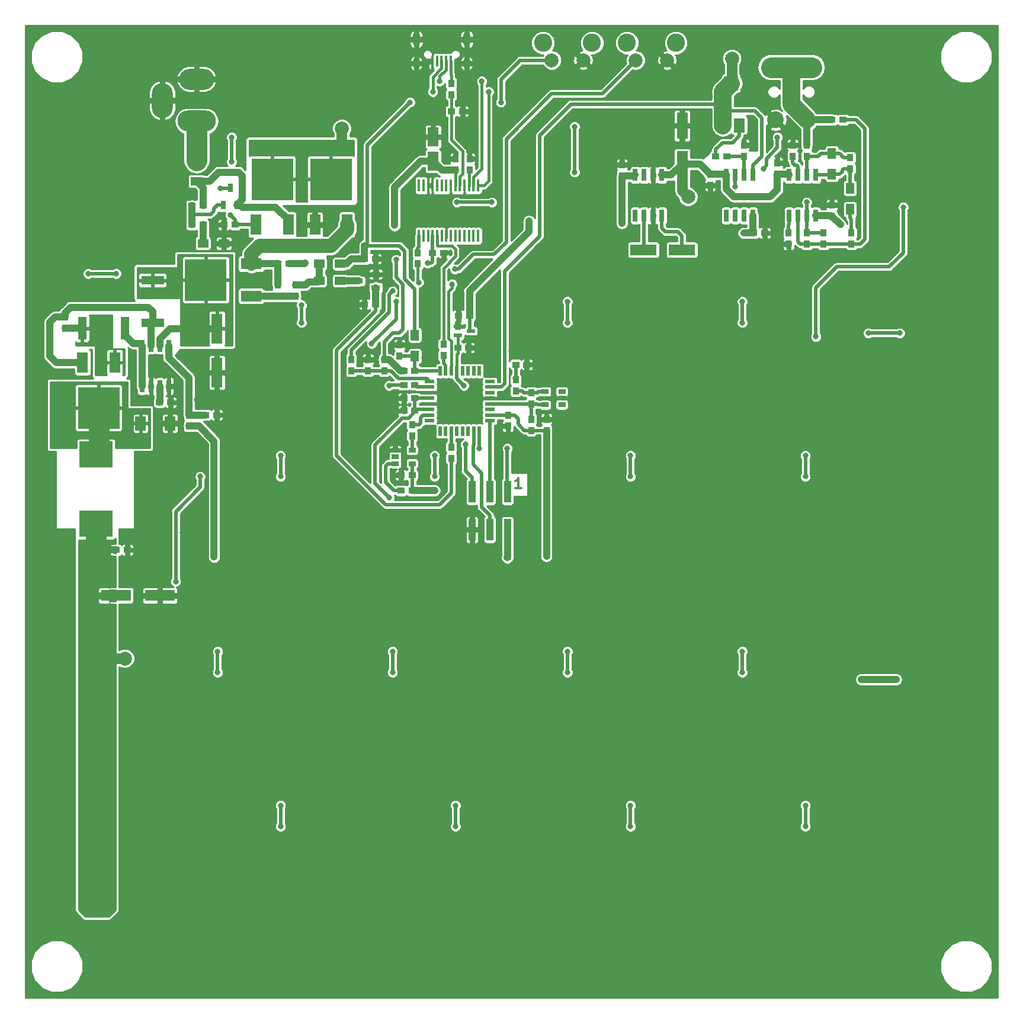
<source format=gtl>
G04 #@! TF.GenerationSoftware,KiCad,Pcbnew,(5.0.0)*
G04 #@! TF.CreationDate,2018-09-01T12:46:00+09:00*
G04 #@! TF.ProjectId,LED_Board,4C45445F426F6172642E6B696361645F,rev?*
G04 #@! TF.SameCoordinates,PX4c4b400PY1312d00*
G04 #@! TF.FileFunction,Copper,L1,Top,Signal*
G04 #@! TF.FilePolarity,Positive*
%FSLAX46Y46*%
G04 Gerber Fmt 4.6, Leading zero omitted, Abs format (unit mm)*
G04 Created by KiCad (PCBNEW (5.0.0)) date 09/01/18 12:46:00*
%MOMM*%
%LPD*%
G01*
G04 APERTURE LIST*
G04 #@! TA.AperFunction,NonConductor*
%ADD10C,0.300000*%
G04 #@! TD*
G04 #@! TA.AperFunction,BGAPad,CuDef*
%ADD11C,2.000000*%
G04 #@! TD*
G04 #@! TA.AperFunction,SMDPad,CuDef*
%ADD12R,1.200000X1.500000*%
G04 #@! TD*
G04 #@! TA.AperFunction,SMDPad,CuDef*
%ADD13R,1.500000X1.200000*%
G04 #@! TD*
G04 #@! TA.AperFunction,SMDPad,CuDef*
%ADD14R,1.500000X2.000000*%
G04 #@! TD*
G04 #@! TA.AperFunction,SMDPad,CuDef*
%ADD15R,4.300000X1.600000*%
G04 #@! TD*
G04 #@! TA.AperFunction,SMDPad,CuDef*
%ADD16R,1.000000X0.900000*%
G04 #@! TD*
G04 #@! TA.AperFunction,SMDPad,CuDef*
%ADD17R,3.800000X1.600000*%
G04 #@! TD*
G04 #@! TA.AperFunction,SMDPad,CuDef*
%ADD18R,1.600000X4.300000*%
G04 #@! TD*
G04 #@! TA.AperFunction,SMDPad,CuDef*
%ADD19R,0.900000X1.000000*%
G04 #@! TD*
G04 #@! TA.AperFunction,SMDPad,CuDef*
%ADD20R,1.600000X3.800000*%
G04 #@! TD*
G04 #@! TA.AperFunction,SMDPad,CuDef*
%ADD21R,1.600000X2.700000*%
G04 #@! TD*
G04 #@! TA.AperFunction,SMDPad,CuDef*
%ADD22R,0.400000X1.600000*%
G04 #@! TD*
G04 #@! TA.AperFunction,ComponentPad*
%ADD23O,1.050000X1.600000*%
G04 #@! TD*
G04 #@! TA.AperFunction,ComponentPad*
%ADD24O,1.090000X2.000000*%
G04 #@! TD*
G04 #@! TA.AperFunction,SMDPad,CuDef*
%ADD25R,1.700000X1.200000*%
G04 #@! TD*
G04 #@! TA.AperFunction,ComponentPad*
%ADD26O,5.000000X3.000000*%
G04 #@! TD*
G04 #@! TA.AperFunction,ComponentPad*
%ADD27O,5.500000X3.000000*%
G04 #@! TD*
G04 #@! TA.AperFunction,ComponentPad*
%ADD28O,3.000000X5.000000*%
G04 #@! TD*
G04 #@! TA.AperFunction,ComponentPad*
%ADD29C,2.400000*%
G04 #@! TD*
G04 #@! TA.AperFunction,SMDPad,CuDef*
%ADD30R,4.800000X3.800000*%
G04 #@! TD*
G04 #@! TA.AperFunction,SMDPad,CuDef*
%ADD31R,1.000000X0.700000*%
G04 #@! TD*
G04 #@! TA.AperFunction,SMDPad,CuDef*
%ADD32R,1.600000X3.000000*%
G04 #@! TD*
G04 #@! TA.AperFunction,SMDPad,CuDef*
%ADD33R,6.000000X6.000000*%
G04 #@! TD*
G04 #@! TA.AperFunction,SMDPad,CuDef*
%ADD34R,3.000000X1.600000*%
G04 #@! TD*
G04 #@! TA.AperFunction,SMDPad,CuDef*
%ADD35R,0.800000X1.300000*%
G04 #@! TD*
G04 #@! TA.AperFunction,SMDPad,CuDef*
%ADD36R,1.300000X0.800000*%
G04 #@! TD*
G04 #@! TA.AperFunction,SMDPad,CuDef*
%ADD37R,3.300000X1.300000*%
G04 #@! TD*
G04 #@! TA.AperFunction,SMDPad,CuDef*
%ADD38R,1.300000X3.300000*%
G04 #@! TD*
G04 #@! TA.AperFunction,SMDPad,CuDef*
%ADD39R,1.600000X2.000000*%
G04 #@! TD*
G04 #@! TA.AperFunction,SMDPad,CuDef*
%ADD40R,2.000000X2.000000*%
G04 #@! TD*
G04 #@! TA.AperFunction,ComponentPad*
%ADD41C,2.000000*%
G04 #@! TD*
G04 #@! TA.AperFunction,ComponentPad*
%ADD42C,2.600000*%
G04 #@! TD*
G04 #@! TA.AperFunction,SMDPad,CuDef*
%ADD43R,0.700000X1.800000*%
G04 #@! TD*
G04 #@! TA.AperFunction,SMDPad,CuDef*
%ADD44R,1.200000X0.600000*%
G04 #@! TD*
G04 #@! TA.AperFunction,SMDPad,CuDef*
%ADD45R,0.400000X1.800000*%
G04 #@! TD*
G04 #@! TA.AperFunction,SMDPad,CuDef*
%ADD46R,0.500000X1.400000*%
G04 #@! TD*
G04 #@! TA.AperFunction,SMDPad,CuDef*
%ADD47R,1.400000X0.500000*%
G04 #@! TD*
G04 #@! TA.AperFunction,SMDPad,CuDef*
%ADD48R,1.000000X3.100000*%
G04 #@! TD*
G04 #@! TA.AperFunction,ViaPad*
%ADD49C,0.800000*%
G04 #@! TD*
G04 #@! TA.AperFunction,Conductor*
%ADD50C,0.500000*%
G04 #@! TD*
G04 #@! TA.AperFunction,Conductor*
%ADD51C,1.000000*%
G04 #@! TD*
G04 #@! TA.AperFunction,Conductor*
%ADD52C,0.400000*%
G04 #@! TD*
G04 #@! TA.AperFunction,Conductor*
%ADD53C,3.000000*%
G04 #@! TD*
G04 #@! TA.AperFunction,Conductor*
%ADD54C,1.500000*%
G04 #@! TD*
G04 #@! TA.AperFunction,Conductor*
%ADD55C,2.500000*%
G04 #@! TD*
G04 #@! TA.AperFunction,Conductor*
%ADD56C,2.000000*%
G04 #@! TD*
G04 #@! TA.AperFunction,Conductor*
%ADD57C,0.254000*%
G04 #@! TD*
G04 #@! TA.AperFunction,Conductor*
%ADD58C,0.250000*%
G04 #@! TD*
G04 APERTURE END LIST*
D10*
X71428571Y-66678571D02*
X70571428Y-66678571D01*
X71000000Y-66678571D02*
X71000000Y-65178571D01*
X70857142Y-65392857D01*
X70714285Y-65535714D01*
X70571428Y-65607142D01*
D11*
G04 #@! TO.P,,*
G04 #@! TO.N,-5V*
X95250000Y-25000000D03*
G04 #@! TD*
D12*
G04 #@! TO.P,D6,1*
G04 #@! TO.N,Net-(D6-Pad1)*
X115800000Y-18800000D03*
G04 #@! TO.P,D6,2*
G04 #@! TO.N,Net-(D6-Pad2)*
X115800000Y-21800000D03*
G04 #@! TD*
G04 #@! TO.P,D7,1*
G04 #@! TO.N,Net-(D6-Pad2)*
X118400000Y-23800000D03*
G04 #@! TO.P,D7,2*
G04 #@! TO.N,Net-(D7-Pad2)*
X118400000Y-26800000D03*
G04 #@! TD*
G04 #@! TO.P,D5,1*
G04 #@! TO.N,PWR_SW*
X56200000Y-44800000D03*
G04 #@! TO.P,D5,2*
G04 #@! TO.N,Net-(C18-Pad1)*
X56200000Y-47800000D03*
G04 #@! TD*
D13*
G04 #@! TO.P,D1,1*
G04 #@! TO.N,Net-(D1-Pad1)*
X45500000Y-37000000D03*
G04 #@! TO.P,D1,2*
G04 #@! TO.N,Net-(D1-Pad2)*
X42500000Y-37000000D03*
G04 #@! TD*
G04 #@! TO.P,D3,1*
G04 #@! TO.N,PWR_SW*
X45500000Y-34600000D03*
G04 #@! TO.P,D3,2*
G04 #@! TO.N,Net-(D1-Pad2)*
X42500000Y-34600000D03*
G04 #@! TD*
G04 #@! TO.P,D2,1*
G04 #@! TO.N,Net-(D2-Pad1)*
X25900000Y-31700000D03*
G04 #@! TO.P,D2,2*
G04 #@! TO.N,GND*
X28900000Y-31700000D03*
G04 #@! TD*
D14*
G04 #@! TO.P,D4,2*
G04 #@! TO.N,GND*
X21200000Y-57400000D03*
G04 #@! TO.P,D4,1*
G04 #@! TO.N,Net-(D4-Pad1)*
X17000000Y-57400000D03*
G04 #@! TD*
D15*
G04 #@! TO.P,C1,2*
G04 #@! TO.N,GND*
X19750000Y-82000000D03*
G04 #@! TO.P,C1,1*
G04 #@! TO.N,+5V*
X13450000Y-82000000D03*
G04 #@! TD*
D16*
G04 #@! TO.P,C2,2*
G04 #@! TO.N,GND*
X15100000Y-75500000D03*
G04 #@! TO.P,C2,1*
G04 #@! TO.N,+5V*
X13500000Y-75500000D03*
G04 #@! TD*
D17*
G04 #@! TO.P,C3,2*
G04 #@! TO.N,Net-(C3-Pad2)*
X94350000Y-32600000D03*
G04 #@! TO.P,C3,1*
G04 #@! TO.N,Net-(C3-Pad1)*
X88850000Y-32600000D03*
G04 #@! TD*
D18*
G04 #@! TO.P,C4,2*
G04 #@! TO.N,GND*
X27900000Y-50150000D03*
G04 #@! TO.P,C4,1*
G04 #@! TO.N,Net-(C4-Pad1)*
X27900000Y-43850000D03*
G04 #@! TD*
D16*
G04 #@! TO.P,C5,2*
G04 #@! TO.N,GND*
X50600000Y-33900000D03*
G04 #@! TO.P,C5,1*
G04 #@! TO.N,PWR_SW*
X49000000Y-33900000D03*
G04 #@! TD*
G04 #@! TO.P,C6,2*
G04 #@! TO.N,GND*
X21300000Y-54400000D03*
G04 #@! TO.P,C6,1*
G04 #@! TO.N,Net-(C6-Pad1)*
X19700000Y-54400000D03*
G04 #@! TD*
D19*
G04 #@! TO.P,C7,2*
G04 #@! TO.N,GND*
X85800000Y-20400000D03*
G04 #@! TO.P,C7,1*
G04 #@! TO.N,+5V*
X85800000Y-22000000D03*
G04 #@! TD*
D20*
G04 #@! TO.P,C8,2*
G04 #@! TO.N,-5V*
X94400000Y-20350000D03*
G04 #@! TO.P,C8,1*
G04 #@! TO.N,GND*
X94400000Y-14850000D03*
G04 #@! TD*
D16*
G04 #@! TO.P,C9,2*
G04 #@! TO.N,GND*
X62400000Y-42000000D03*
G04 #@! TO.P,C9,1*
G04 #@! TO.N,+5V*
X64000000Y-42000000D03*
G04 #@! TD*
G04 #@! TO.P,C10,2*
G04 #@! TO.N,GND*
X54600000Y-53800000D03*
G04 #@! TO.P,C10,1*
G04 #@! TO.N,+5V*
X56200000Y-53800000D03*
G04 #@! TD*
G04 #@! TO.P,C11,2*
G04 #@! TO.N,GND*
X54600000Y-55600000D03*
G04 #@! TO.P,C11,1*
G04 #@! TO.N,+5V*
X56200000Y-55600000D03*
G04 #@! TD*
D19*
G04 #@! TO.P,C12,2*
G04 #@! TO.N,GND*
X69500000Y-57800000D03*
G04 #@! TO.P,C12,1*
G04 #@! TO.N,+5V*
X69500000Y-56200000D03*
G04 #@! TD*
D21*
G04 #@! TO.P,C13,2*
G04 #@! TO.N,GND*
X58800000Y-16450000D03*
G04 #@! TO.P,C13,1*
G04 #@! TO.N,+5V*
X58800000Y-19950000D03*
G04 #@! TD*
D19*
G04 #@! TO.P,C14,2*
G04 #@! TO.N,GND*
X62000000Y-19600000D03*
G04 #@! TO.P,C14,1*
G04 #@! TO.N,+5V*
X62000000Y-21200000D03*
G04 #@! TD*
D16*
G04 #@! TO.P,C15,2*
G04 #@! TO.N,GND*
X60300000Y-33000000D03*
G04 #@! TO.P,C15,1*
G04 #@! TO.N,+5V*
X58700000Y-33000000D03*
G04 #@! TD*
D19*
G04 #@! TO.P,C16,2*
G04 #@! TO.N,GND*
X64000000Y-19600000D03*
G04 #@! TO.P,C16,1*
G04 #@! TO.N,Net-(C16-Pad1)*
X64000000Y-21200000D03*
G04 #@! TD*
G04 #@! TO.P,C17,2*
G04 #@! TO.N,GND*
X75000000Y-56800000D03*
G04 #@! TO.P,C17,1*
G04 #@! TO.N,+5V*
X75000000Y-58400000D03*
G04 #@! TD*
G04 #@! TO.P,C18,2*
G04 #@! TO.N,GND*
X54000000Y-46200000D03*
G04 #@! TO.P,C18,1*
G04 #@! TO.N,Net-(C18-Pad1)*
X54000000Y-47800000D03*
G04 #@! TD*
G04 #@! TO.P,C19,2*
G04 #@! TO.N,GND*
X49500000Y-48300000D03*
G04 #@! TO.P,C19,1*
G04 #@! TO.N,Net-(C19-Pad1)*
X49500000Y-49900000D03*
G04 #@! TD*
D16*
G04 #@! TO.P,C20,2*
G04 #@! TO.N,GND*
X54200000Y-64800000D03*
G04 #@! TO.P,C20,1*
G04 #@! TO.N,+5V*
X55800000Y-64800000D03*
G04 #@! TD*
D19*
G04 #@! TO.P,C21,2*
G04 #@! TO.N,GND*
X115800000Y-26200000D03*
G04 #@! TO.P,C21,1*
G04 #@! TO.N,+5V*
X115800000Y-27800000D03*
G04 #@! TD*
D16*
G04 #@! TO.P,C22,2*
G04 #@! TO.N,GND*
X106200000Y-30200000D03*
G04 #@! TO.P,C22,1*
G04 #@! TO.N,+5V*
X104600000Y-30200000D03*
G04 #@! TD*
D19*
G04 #@! TO.P,C23,2*
G04 #@! TO.N,-5V*
X108000000Y-21800000D03*
G04 #@! TO.P,C23,1*
G04 #@! TO.N,GND*
X108000000Y-20200000D03*
G04 #@! TD*
G04 #@! TO.P,C24,2*
G04 #@! TO.N,-5V*
X98400000Y-21800000D03*
G04 #@! TO.P,C24,1*
G04 #@! TO.N,GND*
X98400000Y-23400000D03*
G04 #@! TD*
G04 #@! TO.P,C25,2*
G04 #@! TO.N,Net-(C25-Pad2)*
X114600000Y-31800000D03*
G04 #@! TO.P,C25,1*
G04 #@! TO.N,Net-(C25-Pad1)*
X114600000Y-30200000D03*
G04 #@! TD*
D22*
G04 #@! TO.P,CN2,1*
G04 #@! TO.N,Net-(CN2-Pad1)*
X61300000Y-5650000D03*
G04 #@! TO.P,CN2,2*
G04 #@! TO.N,Net-(CN2-Pad2)*
X60650000Y-5650000D03*
G04 #@! TO.P,CN2,3*
G04 #@! TO.N,Net-(CN2-Pad3)*
X60000000Y-5650000D03*
G04 #@! TO.P,CN2,4*
G04 #@! TO.N,N/C*
X59350000Y-5650000D03*
G04 #@! TO.P,CN2,5*
G04 #@! TO.N,GND*
X58700000Y-5650000D03*
D23*
G04 #@! TO.P,CN2,6*
X63600000Y-5950000D03*
X56400000Y-5950000D03*
D24*
X63600000Y-2500000D03*
X56400000Y-2500000D03*
G04 #@! TD*
D25*
G04 #@! TO.P,F1,2*
G04 #@! TO.N,Net-(F1-Pad2)*
X25000000Y-22800000D03*
G04 #@! TO.P,F1,1*
G04 #@! TO.N,Net-(F1-Pad1)*
X25000000Y-19800000D03*
G04 #@! TD*
D26*
G04 #@! TO.P,J1,2*
G04 #@! TO.N,GND*
X25000000Y-8200000D03*
D27*
G04 #@! TO.P,J1,1*
G04 #@! TO.N,Net-(F1-Pad1)*
X25000000Y-14200000D03*
D28*
G04 #@! TO.P,J1,3*
G04 #@! TO.N,GND*
X20100000Y-11250000D03*
G04 #@! TD*
D29*
G04 #@! TO.P,J2,4*
G04 #@! TO.N,Net-(J2-Pad2)*
X112900000Y-6500000D03*
X107100000Y-6500000D03*
G04 #@! TO.P,J2,2*
X112250000Y-14000000D03*
G04 #@! TO.P,J2,3*
G04 #@! TO.N,GND*
X107750000Y-14000000D03*
G04 #@! TD*
D30*
G04 #@! TO.P,L1,2*
G04 #@! TO.N,+5V*
X10600000Y-71750000D03*
G04 #@! TO.P,L1,1*
G04 #@! TO.N,Net-(D4-Pad1)*
X10600000Y-61850000D03*
G04 #@! TD*
D31*
G04 #@! TO.P,OSC1,3*
G04 #@! TO.N,Net-(OSC1-Pad3)*
X53400000Y-63150000D03*
G04 #@! TO.P,OSC1,1*
G04 #@! TO.N,GND*
X53400000Y-61250000D03*
G04 #@! TO.P,OSC1,2*
G04 #@! TO.N,N/C*
X53400000Y-62200000D03*
G04 #@! TO.P,OSC1,4*
G04 #@! TO.N,+5V*
X55800000Y-63150000D03*
G04 #@! TO.P,OSC1,5*
G04 #@! TO.N,Net-(OSC1-Pad5)*
X55800000Y-61250000D03*
G04 #@! TD*
D32*
G04 #@! TO.P,Q1,3*
G04 #@! TO.N,Net-(F1-Pad2)*
X38100000Y-29000000D03*
G04 #@! TO.P,Q1,1*
G04 #@! TO.N,Net-(Q1-Pad1)*
X33500000Y-29000000D03*
D33*
G04 #@! TO.P,Q1,2*
G04 #@! TO.N,Net-(Q1-Pad2)*
X35800000Y-22500000D03*
G04 #@! TD*
D32*
G04 #@! TO.P,Q2,3*
G04 #@! TO.N,Net-(Q2-Pad3)*
X46500000Y-29000000D03*
G04 #@! TO.P,Q2,1*
G04 #@! TO.N,GND*
X41900000Y-29000000D03*
D33*
G04 #@! TO.P,Q2,2*
G04 #@! TO.N,Net-(Q1-Pad2)*
X44200000Y-22500000D03*
G04 #@! TD*
D34*
G04 #@! TO.P,Q3,3*
G04 #@! TO.N,Net-(Q2-Pad3)*
X32800000Y-34600000D03*
G04 #@! TO.P,Q3,1*
G04 #@! TO.N,Net-(Q3-Pad1)*
X32800000Y-39200000D03*
D33*
G04 #@! TO.P,Q3,2*
G04 #@! TO.N,Net-(C4-Pad1)*
X26300000Y-36900000D03*
G04 #@! TD*
D35*
G04 #@! TO.P,Q4,3*
G04 #@! TO.N,Net-(Q1-Pad1)*
X29800000Y-23700000D03*
G04 #@! TO.P,Q4,1*
G04 #@! TO.N,Net-(Q4-Pad1)*
X28850000Y-26200000D03*
G04 #@! TO.P,Q4,2*
G04 #@! TO.N,Net-(F1-Pad2)*
X30750000Y-26200000D03*
G04 #@! TD*
D32*
G04 #@! TO.P,Q5,3*
G04 #@! TO.N,Net-(Q5-Pad3)*
X8700000Y-48700000D03*
G04 #@! TO.P,Q5,1*
G04 #@! TO.N,Net-(Q5-Pad1)*
X13300000Y-48700000D03*
D33*
G04 #@! TO.P,Q5,2*
G04 #@! TO.N,Net-(D4-Pad1)*
X11000000Y-55200000D03*
G04 #@! TD*
D36*
G04 #@! TO.P,Q6,3*
G04 #@! TO.N,Net-(D1-Pad1)*
X48100000Y-37050000D03*
G04 #@! TO.P,Q6,1*
G04 #@! TO.N,Net-(Q6-Pad1)*
X50600000Y-38000000D03*
G04 #@! TO.P,Q6,2*
G04 #@! TO.N,GND*
X50600000Y-36100000D03*
G04 #@! TD*
D37*
G04 #@! TO.P,R1,2*
G04 #@! TO.N,Net-(C4-Pad1)*
X18700000Y-36950000D03*
G04 #@! TO.P,R1,1*
G04 #@! TO.N,Net-(Q5-Pad3)*
X18700000Y-43050000D03*
G04 #@! TD*
D16*
G04 #@! TO.P,R2,2*
G04 #@! TO.N,Net-(Q4-Pad1)*
X24300000Y-26300000D03*
G04 #@! TO.P,R2,1*
G04 #@! TO.N,Net-(F1-Pad2)*
X25900000Y-26300000D03*
G04 #@! TD*
D19*
G04 #@! TO.P,R3,2*
G04 #@! TO.N,Net-(Q3-Pad1)*
X36600000Y-39200000D03*
G04 #@! TO.P,R3,1*
G04 #@! TO.N,Net-(Q2-Pad3)*
X36600000Y-37600000D03*
G04 #@! TD*
G04 #@! TO.P,R4,2*
G04 #@! TO.N,Net-(Q5-Pad3)*
X6200000Y-42200000D03*
G04 #@! TO.P,R4,1*
G04 #@! TO.N,Net-(Q5-Pad1)*
X6200000Y-43800000D03*
G04 #@! TD*
D38*
G04 #@! TO.P,R5,2*
G04 #@! TO.N,Net-(R5-Pad2)*
X14750000Y-43800000D03*
G04 #@! TO.P,R5,1*
G04 #@! TO.N,Net-(Q5-Pad1)*
X8650000Y-43800000D03*
G04 #@! TD*
D16*
G04 #@! TO.P,R6,2*
G04 #@! TO.N,Net-(D2-Pad1)*
X25900000Y-29000000D03*
G04 #@! TO.P,R6,1*
G04 #@! TO.N,Net-(Q4-Pad1)*
X24300000Y-29000000D03*
G04 #@! TD*
D19*
G04 #@! TO.P,R7,2*
G04 #@! TO.N,Net-(D1-Pad2)*
X39100000Y-37600000D03*
G04 #@! TO.P,R7,1*
G04 #@! TO.N,Net-(Q3-Pad1)*
X39100000Y-39200000D03*
G04 #@! TD*
D16*
G04 #@! TO.P,R8,2*
G04 #@! TO.N,GND*
X28900000Y-29000000D03*
G04 #@! TO.P,R8,1*
G04 #@! TO.N,Net-(Q1-Pad1)*
X30500000Y-29000000D03*
G04 #@! TD*
D19*
G04 #@! TO.P,R9,2*
G04 #@! TO.N,Net-(Q6-Pad1)*
X61400000Y-62400000D03*
G04 #@! TO.P,R9,1*
G04 #@! TO.N,PWR_ON*
X61400000Y-60800000D03*
G04 #@! TD*
D16*
G04 #@! TO.P,R10,2*
G04 #@! TO.N,PWR_SW*
X38200000Y-34600000D03*
G04 #@! TO.P,R10,1*
G04 #@! TO.N,Net-(Q2-Pad3)*
X36600000Y-34600000D03*
G04 #@! TD*
D19*
G04 #@! TO.P,R11,2*
G04 #@! TO.N,+5V*
X23900000Y-57800000D03*
G04 #@! TO.P,R11,1*
G04 #@! TO.N,Net-(R11-Pad1)*
X23900000Y-56200000D03*
G04 #@! TD*
D16*
G04 #@! TO.P,R12,2*
G04 #@! TO.N,GND*
X49000000Y-40400000D03*
G04 #@! TO.P,R12,1*
G04 #@! TO.N,Net-(Q6-Pad1)*
X50600000Y-40400000D03*
G04 #@! TD*
G04 #@! TO.P,R13,2*
G04 #@! TO.N,Net-(R11-Pad1)*
X26300000Y-56200000D03*
G04 #@! TO.P,R13,1*
G04 #@! TO.N,GND*
X27900000Y-56200000D03*
G04 #@! TD*
D19*
G04 #@! TO.P,R14,2*
G04 #@! TO.N,Net-(R14-Pad2)*
X56600000Y-33000000D03*
G04 #@! TO.P,R14,1*
G04 #@! TO.N,Net-(R14-Pad1)*
X56600000Y-34600000D03*
G04 #@! TD*
D16*
G04 #@! TO.P,R15,2*
G04 #@! TO.N,GND*
X63900000Y-46600000D03*
G04 #@! TO.P,R15,1*
G04 #@! TO.N,Net-(CN1-Pad5)*
X62300000Y-46600000D03*
G04 #@! TD*
D19*
G04 #@! TO.P,R16,2*
G04 #@! TO.N,Net-(CN2-Pad1)*
X61400000Y-8800000D03*
G04 #@! TO.P,R16,1*
G04 #@! TO.N,Net-(R16-Pad1)*
X61400000Y-10400000D03*
G04 #@! TD*
D16*
G04 #@! TO.P,R17,2*
G04 #@! TO.N,GND*
X63000000Y-12800000D03*
G04 #@! TO.P,R17,1*
G04 #@! TO.N,Net-(R16-Pad1)*
X61400000Y-12800000D03*
G04 #@! TD*
G04 #@! TO.P,R18,2*
G04 #@! TO.N,Net-(C18-Pad1)*
X56200000Y-49900000D03*
G04 #@! TO.P,R18,1*
G04 #@! TO.N,+5V*
X54600000Y-49900000D03*
G04 #@! TD*
D19*
G04 #@! TO.P,R19,2*
G04 #@! TO.N,+5V*
X72800000Y-58400000D03*
G04 #@! TO.P,R19,1*
G04 #@! TO.N,Net-(R19-Pad1)*
X72800000Y-56800000D03*
G04 #@! TD*
G04 #@! TO.P,R20,2*
G04 #@! TO.N,Net-(R20-Pad2)*
X60300000Y-47700000D03*
G04 #@! TO.P,R20,1*
G04 #@! TO.N,Net-(R20-Pad1)*
X60300000Y-46100000D03*
G04 #@! TD*
G04 #@! TO.P,R21,2*
G04 #@! TO.N,Net-(R21-Pad2)*
X72800000Y-53000000D03*
G04 #@! TO.P,R21,1*
G04 #@! TO.N,Net-(R19-Pad1)*
X72800000Y-54600000D03*
G04 #@! TD*
D16*
G04 #@! TO.P,R22,2*
G04 #@! TO.N,Net-(R22-Pad2)*
X56200000Y-51900000D03*
G04 #@! TO.P,R22,1*
G04 #@! TO.N,/LED/DIN*
X54600000Y-51900000D03*
G04 #@! TD*
D19*
G04 #@! TO.P,R23,2*
G04 #@! TO.N,Net-(C19-Pad1)*
X51800000Y-49900000D03*
G04 #@! TO.P,R23,1*
G04 #@! TO.N,+5V*
X51800000Y-48300000D03*
G04 #@! TD*
G04 #@! TO.P,R24,2*
G04 #@! TO.N,Net-(R24-Pad2)*
X70600000Y-51200000D03*
G04 #@! TO.P,R24,1*
G04 #@! TO.N,Net-(R21-Pad2)*
X70600000Y-52800000D03*
G04 #@! TD*
G04 #@! TO.P,R25,2*
G04 #@! TO.N,Net-(R25-Pad2)*
X47100000Y-48300000D03*
G04 #@! TO.P,R25,1*
G04 #@! TO.N,Net-(C19-Pad1)*
X47100000Y-49900000D03*
G04 #@! TD*
D16*
G04 #@! TO.P,R26,2*
G04 #@! TO.N,Net-(OSC1-Pad3)*
X54200000Y-67000000D03*
G04 #@! TO.P,R26,1*
G04 #@! TO.N,+5V*
X55800000Y-67000000D03*
G04 #@! TD*
D19*
G04 #@! TO.P,R27,2*
G04 #@! TO.N,Net-(OSC1-Pad5)*
X55800000Y-59200000D03*
G04 #@! TO.P,R27,1*
G04 #@! TO.N,Net-(R27-Pad1)*
X55800000Y-57600000D03*
G04 #@! TD*
D16*
G04 #@! TO.P,R28,2*
G04 #@! TO.N,Net-(J2-Pad2)*
X115800000Y-14000000D03*
G04 #@! TO.P,R28,1*
G04 #@! TO.N,Net-(C25-Pad2)*
X117400000Y-14000000D03*
G04 #@! TD*
D19*
G04 #@! TO.P,R29,2*
G04 #@! TO.N,Net-(D6-Pad1)*
X118400000Y-19400000D03*
G04 #@! TO.P,R29,1*
G04 #@! TO.N,Net-(D6-Pad2)*
X118400000Y-21000000D03*
G04 #@! TD*
G04 #@! TO.P,R30,2*
G04 #@! TO.N,GND*
X103200000Y-17600000D03*
G04 #@! TO.P,R30,1*
G04 #@! TO.N,Net-(R30-Pad1)*
X103200000Y-19200000D03*
G04 #@! TD*
D16*
G04 #@! TO.P,R31,2*
G04 #@! TO.N,Net-(R30-Pad1)*
X100800000Y-19200000D03*
G04 #@! TO.P,R31,1*
G04 #@! TO.N,Net-(R31-Pad1)*
X99200000Y-19200000D03*
G04 #@! TD*
D19*
G04 #@! TO.P,R32,2*
G04 #@! TO.N,Net-(C25-Pad2)*
X112200000Y-31800000D03*
G04 #@! TO.P,R32,1*
G04 #@! TO.N,Net-(C25-Pad1)*
X112200000Y-30200000D03*
G04 #@! TD*
G04 #@! TO.P,R33,2*
G04 #@! TO.N,Net-(J2-Pad2)*
X112200000Y-17600000D03*
G04 #@! TO.P,R33,1*
G04 #@! TO.N,Net-(D6-Pad1)*
X112200000Y-19200000D03*
G04 #@! TD*
G04 #@! TO.P,R34,2*
G04 #@! TO.N,Net-(D7-Pad2)*
X118600000Y-30200000D03*
G04 #@! TO.P,R34,1*
G04 #@! TO.N,Net-(C25-Pad2)*
X118600000Y-31800000D03*
G04 #@! TD*
G04 #@! TO.P,R35,2*
G04 #@! TO.N,Net-(R35-Pad2)*
X110200000Y-19200000D03*
G04 #@! TO.P,R35,1*
G04 #@! TO.N,GND*
X110200000Y-17600000D03*
G04 #@! TD*
G04 #@! TO.P,R36,2*
G04 #@! TO.N,Net-(R36-Pad2)*
X109600000Y-30200000D03*
G04 #@! TO.P,R36,1*
G04 #@! TO.N,GND*
X109600000Y-31800000D03*
G04 #@! TD*
D39*
G04 #@! TO.P,RV1,3*
G04 #@! TO.N,Net-(RV1-Pad2)*
X100225000Y-14800000D03*
G04 #@! TO.P,RV1,1*
G04 #@! TO.N,Net-(R31-Pad1)*
X102575000Y-14800000D03*
D40*
G04 #@! TO.P,RV1,2*
G04 #@! TO.N,Net-(RV1-Pad2)*
X101400000Y-8800000D03*
G04 #@! TD*
D41*
G04 #@! TO.P,SW1,2*
G04 #@! TO.N,PWR_SW*
X75750000Y-5500000D03*
G04 #@! TO.P,SW1,1*
G04 #@! TO.N,GND*
X80250000Y-5500000D03*
D42*
G04 #@! TO.P,SW1,*
G04 #@! TO.N,*
X74500000Y-3000000D03*
X81500000Y-3000000D03*
G04 #@! TD*
D41*
G04 #@! TO.P,SW2,2*
G04 #@! TO.N,Net-(R25-Pad2)*
X87750000Y-5500000D03*
G04 #@! TO.P,SW2,1*
G04 #@! TO.N,GND*
X92250000Y-5500000D03*
D42*
G04 #@! TO.P,SW2,*
G04 #@! TO.N,*
X86500000Y-3000000D03*
X93500000Y-3000000D03*
G04 #@! TD*
D43*
G04 #@! TO.P,U1,4*
G04 #@! TO.N,GND*
X21005000Y-52100000D03*
G04 #@! TO.P,U1,5*
G04 #@! TO.N,Net-(R11-Pad1)*
X21005000Y-46300000D03*
G04 #@! TO.P,U1,3*
G04 #@! TO.N,Net-(C6-Pad1)*
X19735000Y-52100000D03*
G04 #@! TO.P,U1,6*
G04 #@! TO.N,Net-(C4-Pad1)*
X19735000Y-46300000D03*
G04 #@! TO.P,U1,2*
G04 #@! TO.N,GND*
X18465000Y-52100000D03*
G04 #@! TO.P,U1,7*
G04 #@! TO.N,Net-(Q5-Pad3)*
X18465000Y-46300000D03*
G04 #@! TO.P,U1,1*
G04 #@! TO.N,Net-(R5-Pad2)*
X17195000Y-52100000D03*
G04 #@! TO.P,U1,8*
X17195000Y-46300000D03*
G04 #@! TD*
G04 #@! TO.P,U2,4*
G04 #@! TO.N,Net-(C3-Pad2)*
X91505000Y-27700000D03*
G04 #@! TO.P,U2,5*
G04 #@! TO.N,-5V*
X91505000Y-21900000D03*
G04 #@! TO.P,U2,3*
G04 #@! TO.N,GND*
X90235000Y-27700000D03*
G04 #@! TO.P,U2,6*
X90235000Y-21900000D03*
G04 #@! TO.P,U2,2*
G04 #@! TO.N,Net-(C3-Pad1)*
X88965000Y-27700000D03*
G04 #@! TO.P,U2,7*
G04 #@! TO.N,N/C*
X88965000Y-21900000D03*
G04 #@! TO.P,U2,1*
X87695000Y-27700000D03*
G04 #@! TO.P,U2,8*
G04 #@! TO.N,+5V*
X87695000Y-21900000D03*
G04 #@! TD*
D44*
G04 #@! TO.P,U3,2*
G04 #@! TO.N,Net-(CN1-Pad5)*
X62300000Y-44850000D03*
G04 #@! TO.P,U3,1*
G04 #@! TO.N,GND*
X62300000Y-43550000D03*
G04 #@! TO.P,U3,3*
G04 #@! TO.N,+5V*
X64200000Y-44200000D03*
G04 #@! TD*
D45*
G04 #@! TO.P,U4,14*
G04 #@! TO.N,N/C*
X65225000Y-30600000D03*
G04 #@! TO.P,U4,15*
G04 #@! TO.N,Net-(CN2-Pad3)*
X65225000Y-23400000D03*
G04 #@! TO.P,U4,13*
G04 #@! TO.N,N/C*
X64575000Y-30600000D03*
G04 #@! TO.P,U4,16*
G04 #@! TO.N,Net-(CN2-Pad2)*
X64575000Y-23400000D03*
G04 #@! TO.P,U4,12*
G04 #@! TO.N,N/C*
X63925000Y-30600000D03*
G04 #@! TO.P,U4,17*
G04 #@! TO.N,Net-(C16-Pad1)*
X63925000Y-23400000D03*
G04 #@! TO.P,U4,11*
G04 #@! TO.N,N/C*
X63275000Y-30600000D03*
G04 #@! TO.P,U4,18*
G04 #@! TO.N,GND*
X63275000Y-23400000D03*
G04 #@! TO.P,U4,10*
G04 #@! TO.N,N/C*
X62625000Y-30600000D03*
G04 #@! TO.P,U4,19*
G04 #@! TO.N,Net-(R16-Pad1)*
X62625000Y-23400000D03*
G04 #@! TO.P,U4,9*
G04 #@! TO.N,N/C*
X61975000Y-30600000D03*
G04 #@! TO.P,U4,20*
G04 #@! TO.N,+5V*
X61975000Y-23400000D03*
G04 #@! TO.P,U4,8*
G04 #@! TO.N,N/C*
X61325000Y-30600000D03*
G04 #@! TO.P,U4,21*
G04 #@! TO.N,GND*
X61325000Y-23400000D03*
G04 #@! TO.P,U4,7*
X60675000Y-30600000D03*
G04 #@! TO.P,U4,22*
G04 #@! TO.N,N/C*
X60675000Y-23400000D03*
G04 #@! TO.P,U4,6*
X60025000Y-30600000D03*
G04 #@! TO.P,U4,23*
X60025000Y-23400000D03*
G04 #@! TO.P,U4,5*
G04 #@! TO.N,Net-(R20-Pad1)*
X59375000Y-30600000D03*
G04 #@! TO.P,U4,24*
G04 #@! TO.N,N/C*
X59375000Y-23400000D03*
G04 #@! TO.P,U4,4*
G04 #@! TO.N,+5V*
X58725000Y-30600000D03*
G04 #@! TO.P,U4,25*
G04 #@! TO.N,GND*
X58725000Y-23400000D03*
G04 #@! TO.P,U4,3*
G04 #@! TO.N,N/C*
X58075000Y-30600000D03*
G04 #@! TO.P,U4,26*
G04 #@! TO.N,GND*
X58075000Y-23400000D03*
G04 #@! TO.P,U4,2*
G04 #@! TO.N,N/C*
X57425000Y-30600000D03*
G04 #@! TO.P,U4,27*
X57425000Y-23400000D03*
G04 #@! TO.P,U4,1*
G04 #@! TO.N,Net-(R14-Pad2)*
X56775000Y-30600000D03*
G04 #@! TO.P,U4,28*
G04 #@! TO.N,N/C*
X56775000Y-23400000D03*
G04 #@! TD*
D46*
G04 #@! TO.P,U5,32*
G04 #@! TO.N,Net-(C18-Pad1)*
X59800000Y-49900000D03*
G04 #@! TO.P,U5,31*
G04 #@! TO.N,Net-(R20-Pad2)*
X60600000Y-49900000D03*
G04 #@! TO.P,U5,30*
G04 #@! TO.N,Net-(R14-Pad1)*
X61400000Y-49900000D03*
G04 #@! TO.P,U5,29*
G04 #@! TO.N,Net-(CN1-Pad5)*
X62200000Y-49900000D03*
G04 #@! TO.P,U5,28*
G04 #@! TO.N,N/C*
X63000000Y-49900000D03*
G04 #@! TO.P,U5,27*
X63800000Y-49900000D03*
G04 #@! TO.P,U5,26*
X64600000Y-49900000D03*
G04 #@! TO.P,U5,25*
X65400000Y-49900000D03*
D47*
G04 #@! TO.P,U5,24*
X66900000Y-51400000D03*
G04 #@! TO.P,U5,23*
G04 #@! TO.N,Net-(RV1-Pad2)*
X66900000Y-52200000D03*
G04 #@! TO.P,U5,22*
G04 #@! TO.N,N/C*
X66900000Y-53000000D03*
G04 #@! TO.P,U5,21*
G04 #@! TO.N,GND*
X66900000Y-53800000D03*
G04 #@! TO.P,U5,20*
G04 #@! TO.N,Net-(R19-Pad1)*
X66900000Y-54600000D03*
G04 #@! TO.P,U5,19*
G04 #@! TO.N,N/C*
X66900000Y-55400000D03*
G04 #@! TO.P,U5,18*
G04 #@! TO.N,+5V*
X66900000Y-56200000D03*
G04 #@! TO.P,U5,17*
G04 #@! TO.N,Net-(CN1-Pad3)*
X66900000Y-57000000D03*
D46*
G04 #@! TO.P,U5,16*
G04 #@! TO.N,Net-(CN1-Pad1)*
X65400000Y-58500000D03*
G04 #@! TO.P,U5,15*
G04 #@! TO.N,Net-(CN1-Pad4)*
X64600000Y-58500000D03*
G04 #@! TO.P,U5,14*
G04 #@! TO.N,N/C*
X63800000Y-58500000D03*
G04 #@! TO.P,U5,13*
X63000000Y-58500000D03*
G04 #@! TO.P,U5,12*
X62200000Y-58500000D03*
G04 #@! TO.P,U5,11*
G04 #@! TO.N,PWR_ON*
X61400000Y-58500000D03*
G04 #@! TO.P,U5,10*
G04 #@! TO.N,N/C*
X60600000Y-58500000D03*
G04 #@! TO.P,U5,9*
X59800000Y-58500000D03*
D47*
G04 #@! TO.P,U5,8*
X58300000Y-57000000D03*
G04 #@! TO.P,U5,7*
G04 #@! TO.N,Net-(R27-Pad1)*
X58300000Y-56200000D03*
G04 #@! TO.P,U5,6*
G04 #@! TO.N,+5V*
X58300000Y-55400000D03*
G04 #@! TO.P,U5,5*
G04 #@! TO.N,GND*
X58300000Y-54600000D03*
G04 #@! TO.P,U5,4*
G04 #@! TO.N,+5V*
X58300000Y-53800000D03*
G04 #@! TO.P,U5,3*
G04 #@! TO.N,GND*
X58300000Y-53000000D03*
G04 #@! TO.P,U5,2*
G04 #@! TO.N,Net-(R22-Pad2)*
X58300000Y-52200000D03*
G04 #@! TO.P,U5,1*
G04 #@! TO.N,Net-(C19-Pad1)*
X58300000Y-51400000D03*
G04 #@! TD*
D31*
G04 #@! TO.P,U6,3*
G04 #@! TO.N,N/C*
X77200000Y-52850000D03*
G04 #@! TO.P,U6,1*
X77200000Y-54750000D03*
G04 #@! TO.P,U6,2*
G04 #@! TO.N,GND*
X77200000Y-53800000D03*
G04 #@! TO.P,U6,4*
G04 #@! TO.N,Net-(R21-Pad2)*
X74800000Y-52850000D03*
G04 #@! TO.P,U6,5*
G04 #@! TO.N,Net-(R19-Pad1)*
X74800000Y-54750000D03*
G04 #@! TD*
D43*
G04 #@! TO.P,U7,4*
G04 #@! TO.N,-5V*
X109695000Y-21900000D03*
G04 #@! TO.P,U7,5*
G04 #@! TO.N,Net-(R36-Pad2)*
X109695000Y-27700000D03*
G04 #@! TO.P,U7,3*
G04 #@! TO.N,Net-(R35-Pad2)*
X110965000Y-21900000D03*
G04 #@! TO.P,U7,6*
G04 #@! TO.N,Net-(C25-Pad2)*
X110965000Y-27700000D03*
G04 #@! TO.P,U7,2*
G04 #@! TO.N,Net-(D6-Pad1)*
X112235000Y-21900000D03*
G04 #@! TO.P,U7,7*
G04 #@! TO.N,Net-(C25-Pad1)*
X112235000Y-27700000D03*
G04 #@! TO.P,U7,1*
G04 #@! TO.N,Net-(D6-Pad2)*
X113505000Y-21900000D03*
G04 #@! TO.P,U7,8*
G04 #@! TO.N,+5V*
X113505000Y-27700000D03*
G04 #@! TD*
G04 #@! TO.P,U8,4*
G04 #@! TO.N,-5V*
X100695000Y-21900000D03*
G04 #@! TO.P,U8,5*
G04 #@! TO.N,N/C*
X100695000Y-27700000D03*
G04 #@! TO.P,U8,3*
G04 #@! TO.N,Net-(C25-Pad1)*
X101965000Y-21900000D03*
G04 #@! TO.P,U8,6*
G04 #@! TO.N,N/C*
X101965000Y-27700000D03*
G04 #@! TO.P,U8,2*
G04 #@! TO.N,Net-(R30-Pad1)*
X103235000Y-21900000D03*
G04 #@! TO.P,U8,7*
G04 #@! TO.N,N/C*
X103235000Y-27700000D03*
G04 #@! TO.P,U8,1*
G04 #@! TO.N,Net-(RV1-Pad2)*
X104505000Y-21900000D03*
G04 #@! TO.P,U8,8*
G04 #@! TO.N,+5V*
X104505000Y-27700000D03*
G04 #@! TD*
D48*
G04 #@! TO.P,CN1,5*
G04 #@! TO.N,Net-(CN1-Pad5)*
X64360000Y-67200000D03*
G04 #@! TO.P,CN1,6*
G04 #@! TO.N,GND*
X64360000Y-72600000D03*
G04 #@! TO.P,CN1,3*
G04 #@! TO.N,Net-(CN1-Pad3)*
X66900000Y-67200000D03*
G04 #@! TO.P,CN1,4*
G04 #@! TO.N,Net-(CN1-Pad4)*
X66900000Y-72600000D03*
G04 #@! TO.P,CN1,1*
G04 #@! TO.N,Net-(CN1-Pad1)*
X69440000Y-67200000D03*
G04 #@! TO.P,CN1,2*
G04 #@! TO.N,+5V*
X69440000Y-72600000D03*
G04 #@! TD*
D16*
G04 #@! TO.P,R62,1*
G04 #@! TO.N,Net-(R24-Pad2)*
X70600000Y-49000000D03*
G04 #@! TO.P,R62,2*
G04 #@! TO.N,GND*
X72200000Y-49000000D03*
G04 #@! TD*
D11*
G04 #@! TO.P,,*
G04 #@! TO.N,+5V*
X14750000Y-91000000D03*
G04 #@! TD*
G04 #@! TO.P,,*
G04 #@! TO.N,Net-(RV1-Pad2)*
X101500000Y-5250000D03*
G04 #@! TD*
G04 #@! TO.P,,*
G04 #@! TO.N,Net-(Q1-Pad2)*
X45750000Y-15250000D03*
G04 #@! TD*
D49*
G04 #@! TO.N,+5V*
X27500000Y-76500000D03*
X59000000Y-67000000D03*
X52500000Y-68000000D03*
X53500000Y-34000000D03*
X117000000Y-29000000D03*
X103200000Y-30200000D03*
X69400000Y-76600000D03*
X69440000Y-75100000D03*
X75000000Y-76400000D03*
X75000000Y-75200000D03*
X27500000Y-75000000D03*
X53300000Y-29100000D03*
X53300000Y-27800000D03*
X72500000Y-28500000D03*
X72500000Y-30000000D03*
X9000000Y-123500000D03*
X10500000Y-123500000D03*
X12000000Y-123500000D03*
X9000000Y-125000000D03*
X10500000Y-125000000D03*
X12000000Y-125000000D03*
X12000000Y-126500000D03*
X10500000Y-126500000D03*
X9000000Y-126500000D03*
X85800000Y-28800000D03*
X85800000Y-27800000D03*
X58000000Y-34500000D03*
G04 #@! TO.N,GND*
X60000000Y-56500000D03*
X61500000Y-56500000D03*
X21000000Y-33500000D03*
X19000000Y-33500000D03*
X17000000Y-33500000D03*
X13500000Y-27500000D03*
X13500000Y-29000000D03*
X13500000Y-30500000D03*
X13500000Y-32000000D03*
X14500000Y-33500000D03*
X77000000Y-65000000D03*
X81000000Y-65000000D03*
X84500000Y-65000000D03*
X120000000Y-89000000D03*
X120000000Y-92000000D03*
X48000000Y-80000000D03*
X38000000Y-80000000D03*
X32000000Y-80000000D03*
X26000000Y-80000000D03*
X48000000Y-82000000D03*
X48000000Y-84000000D03*
X28000000Y-88000000D03*
X30000000Y-87000000D03*
X34000000Y-87000000D03*
X39000000Y-87000000D03*
X20000000Y-88000000D03*
X20000000Y-91000000D03*
X15000000Y-89000000D03*
X22000000Y-84000000D03*
X15000000Y-78000000D03*
X60000000Y-52000000D03*
X61500000Y-52000000D03*
X61500000Y-53500000D03*
X61500000Y-55000000D03*
X60000000Y-55000000D03*
X60000000Y-53500000D03*
X65000000Y-52000000D03*
X65000000Y-53500000D03*
X65000000Y-55000000D03*
X65000000Y-56500000D03*
X66000000Y-46500000D03*
X67600000Y-46600000D03*
X67000000Y-48000000D03*
X67000000Y-49500000D03*
X98000000Y-32000000D03*
X98000000Y-34000000D03*
X76500000Y-32500000D03*
X79000000Y-32000000D03*
X81500000Y-32000000D03*
X85000000Y-32000000D03*
X78000000Y-35000000D03*
X78000000Y-37500000D03*
X80500000Y-37000000D03*
X83500000Y-37000000D03*
X87500000Y-37000000D03*
X92000000Y-37000000D03*
X95000000Y-38500000D03*
X95000000Y-41500000D03*
X101500000Y-32500000D03*
X105500000Y-32000000D03*
X120000000Y-39500000D03*
X120000000Y-42500000D03*
X117000000Y-36500000D03*
X113000000Y-37000000D03*
X109500000Y-37000000D03*
X106000000Y-37000000D03*
X103500000Y-37500000D03*
X123000000Y-32500000D03*
X104000000Y-34500000D03*
X122000000Y-23500000D03*
X124500000Y-23500000D03*
X122000000Y-26500000D03*
X124500000Y-26500000D03*
X117500000Y-70500000D03*
X117500000Y-72500000D03*
X127500000Y-72000000D03*
X127500000Y-62000000D03*
X127500000Y-58000000D03*
X127500000Y-54000000D03*
X127500000Y-50000000D03*
X127500000Y-46000000D03*
X128000000Y-40000000D03*
X127500000Y-33000000D03*
X125500000Y-42500000D03*
X120000000Y-64000000D03*
X120000000Y-66000000D03*
X113500000Y-72500000D03*
X95000000Y-63500000D03*
X95000000Y-65500000D03*
X73500000Y-68500000D03*
X72500000Y-70500000D03*
X73500000Y-72500000D03*
X71000000Y-72500000D03*
X71000000Y-68500000D03*
X45000000Y-64000000D03*
X45000000Y-66500000D03*
X49000000Y-68000000D03*
X51000000Y-70500000D03*
X42000000Y-72500000D03*
X46000000Y-72500000D03*
X51000000Y-72500000D03*
X29000000Y-68000000D03*
X33500000Y-68000000D03*
X37000000Y-67000000D03*
X37000000Y-70000000D03*
X29000000Y-70500000D03*
X29000000Y-73000000D03*
X33500000Y-73000000D03*
X37000000Y-73000000D03*
X39000000Y-72500000D03*
X26000000Y-68000000D03*
X24000000Y-70000000D03*
X26000000Y-73000000D03*
X23000000Y-73000000D03*
X17500000Y-71000000D03*
X20000000Y-72500000D03*
X18000000Y-26500000D03*
X20000000Y-26500000D03*
X22000000Y-26500000D03*
X22000000Y-28000000D03*
X22000000Y-24500000D03*
X20000000Y-22000000D03*
X20000000Y-20000000D03*
X20000000Y-18000000D03*
X30500000Y-90000000D03*
X34500000Y-90000000D03*
X39000000Y-90000000D03*
X45000000Y-91500000D03*
X45000000Y-89000000D03*
X55500000Y-90000000D03*
X59500000Y-90000000D03*
X63500000Y-90000000D03*
X70000000Y-89000000D03*
X70000000Y-91500000D03*
X80500000Y-90000000D03*
X84500000Y-90000000D03*
X88500000Y-90000000D03*
X95000000Y-89000000D03*
X95000000Y-91500000D03*
X105500000Y-90000000D03*
X109500000Y-90000000D03*
X113500000Y-90000000D03*
X120000000Y-113500000D03*
X120000000Y-116000000D03*
X117500000Y-121000000D03*
X125500000Y-118000000D03*
X127000000Y-121000000D03*
X123500000Y-121000000D03*
X100500000Y-115000000D03*
X105000000Y-115000000D03*
X109500000Y-115000000D03*
X95000000Y-113500000D03*
X95000000Y-116000000D03*
X93000000Y-121000000D03*
X101000000Y-121000000D03*
X105000000Y-121000000D03*
X109000000Y-121000000D03*
X112000000Y-121000000D03*
X112000000Y-117000000D03*
X109000000Y-118000000D03*
X105000000Y-118000000D03*
X101000000Y-118000000D03*
X75500000Y-115000000D03*
X80500000Y-115000000D03*
X85000000Y-115000000D03*
X70000000Y-113500000D03*
X70000000Y-116000000D03*
X68000000Y-121000000D03*
X76000000Y-121000000D03*
X80000000Y-121000000D03*
X84000000Y-121000000D03*
X87000000Y-121000000D03*
X84000000Y-118000000D03*
X80000000Y-118000000D03*
X76000000Y-118000000D03*
X50500000Y-115000000D03*
X55000000Y-115000000D03*
X59500000Y-115000000D03*
X45000000Y-113500000D03*
X45000000Y-116000000D03*
X43000000Y-121000000D03*
X51000000Y-121000000D03*
X55000000Y-121000000D03*
X59000000Y-121000000D03*
X62000000Y-121000000D03*
X59000000Y-118000000D03*
X55000000Y-118000000D03*
X51000000Y-118000000D03*
X47000000Y-118000000D03*
X25500000Y-115000000D03*
X29500000Y-115000000D03*
X33500000Y-115000000D03*
X18000000Y-121000000D03*
X22000000Y-121000000D03*
X26000000Y-121000000D03*
X31000000Y-121000000D03*
X37000000Y-121000000D03*
X35000000Y-118000000D03*
X26000000Y-118000000D03*
X22000000Y-118000000D03*
X127500000Y-116000000D03*
X127500000Y-110000000D03*
X127500000Y-104000000D03*
X127500000Y-97500000D03*
X127500000Y-91500000D03*
X125500000Y-92000000D03*
X126500000Y-80500000D03*
X127000000Y-83000000D03*
X128000000Y-87000000D03*
X51000000Y-80000000D03*
X57000000Y-80000000D03*
X73000000Y-80000000D03*
X53000000Y-84000000D03*
X63000000Y-80000000D03*
X68000000Y-80000000D03*
X73000000Y-84000000D03*
X64000000Y-87000000D03*
X59500000Y-87000000D03*
X55000000Y-87000000D03*
X53000000Y-88000000D03*
X48500000Y-47000000D03*
X50500000Y-47000000D03*
X63000000Y-37000000D03*
X65500000Y-34500000D03*
X59000000Y-36450000D03*
X57500000Y-46500000D03*
X59000000Y-46500000D03*
X59000000Y-48000000D03*
X57500000Y-48000000D03*
X57500000Y-40000000D03*
X59000000Y-40000000D03*
X62500000Y-40000000D03*
X54000000Y-59500000D03*
X52000000Y-61500000D03*
X57500000Y-60500000D03*
X59500000Y-60500000D03*
X104500000Y-16500000D03*
X104500000Y-14500000D03*
X2500000Y-15000000D03*
X2500000Y-20000000D03*
X2500000Y-25000000D03*
X2500000Y-30000000D03*
X2500000Y-35000000D03*
X2500000Y-40000000D03*
X2500000Y-45000000D03*
X2500000Y-50000000D03*
X2500000Y-55000000D03*
X2500000Y-60000000D03*
X2500000Y-65000000D03*
X2500000Y-70000000D03*
X2500000Y-75000000D03*
X2500000Y-80000000D03*
X2500000Y-85000000D03*
X2500000Y-90000000D03*
X2500000Y-95000000D03*
X2500000Y-100000000D03*
X2500000Y-105000000D03*
X2500000Y-110000000D03*
X2500000Y-115000000D03*
X2500000Y-120000000D03*
X2500000Y-125000000D03*
X15000000Y-137500000D03*
X20000000Y-137500000D03*
X25000000Y-137500000D03*
X30000000Y-137500000D03*
X35000000Y-137500000D03*
X40000000Y-137500000D03*
X45000000Y-137500000D03*
X50000000Y-137500000D03*
X55000000Y-137500000D03*
X60000000Y-137500000D03*
X65000000Y-137500000D03*
X70000000Y-137500000D03*
X75000000Y-137500000D03*
X80000000Y-137500000D03*
X85000000Y-137500000D03*
X90000000Y-137500000D03*
X95000000Y-137500000D03*
X100000000Y-137500000D03*
X105000000Y-137500000D03*
X110000000Y-137500000D03*
X115000000Y-137500000D03*
X120000000Y-137500000D03*
X125000000Y-137500000D03*
X137500000Y-125000000D03*
X137500000Y-120000000D03*
X137500000Y-115000000D03*
X137500000Y-110000000D03*
X137500000Y-105000000D03*
X137500000Y-100000000D03*
X137500000Y-95000000D03*
X137500000Y-90000000D03*
X137500000Y-85000000D03*
X137500000Y-80000000D03*
X137500000Y-75000000D03*
X137500000Y-70000000D03*
X137500000Y-65000000D03*
X137500000Y-60000000D03*
X137500000Y-55000000D03*
X137500000Y-50000000D03*
X137500000Y-45000000D03*
X137500000Y-40000000D03*
X137500000Y-35000000D03*
X137500000Y-30000000D03*
X137500000Y-25000000D03*
X137500000Y-20000000D03*
X137500000Y-15000000D03*
X125000000Y-2500000D03*
X120000000Y-2500000D03*
X115000000Y-2500000D03*
X110000000Y-2500000D03*
X105500000Y-2500000D03*
X97000000Y-2500000D03*
X15000000Y-2500000D03*
X20000000Y-2500000D03*
X25000000Y-2500000D03*
X30000000Y-2500000D03*
X35000000Y-2500000D03*
X40000000Y-2500000D03*
X45000000Y-2500000D03*
X50000000Y-2500000D03*
X67500000Y-2500000D03*
X70000000Y-2500000D03*
X52500000Y-2500000D03*
X7500000Y-15000000D03*
X7500000Y-20000000D03*
X7500000Y-25000000D03*
X7500000Y-30000000D03*
X7500000Y-35000000D03*
X6000000Y-125000000D03*
X6000000Y-120000000D03*
X6000000Y-115000000D03*
X6000000Y-110000000D03*
X6000000Y-105000000D03*
X6000000Y-100000000D03*
X6000000Y-95000000D03*
X6000000Y-90000000D03*
X6000000Y-80000000D03*
X6000000Y-85000000D03*
X6000000Y-75000000D03*
X15000000Y-132500000D03*
X20000000Y-132500000D03*
X25000000Y-132500000D03*
X30000000Y-132500000D03*
X35000000Y-132500000D03*
X40000000Y-132500000D03*
X45000000Y-132500000D03*
X50000000Y-132500000D03*
X55000000Y-132500000D03*
X60000000Y-132500000D03*
X65000000Y-132500000D03*
X70000000Y-132500000D03*
X75000000Y-132500000D03*
X80000000Y-132500000D03*
X85000000Y-132500000D03*
X90000000Y-132500000D03*
X95000000Y-132500000D03*
X100000000Y-132500000D03*
X105000000Y-132500000D03*
X110000000Y-132500000D03*
X115000000Y-132500000D03*
X120000000Y-132500000D03*
X125000000Y-132500000D03*
X132500000Y-15000000D03*
X132500000Y-20000000D03*
X132500000Y-25000000D03*
X125000000Y-7500000D03*
X125000000Y-12500000D03*
X127500000Y-15000000D03*
X120000000Y-7500000D03*
X120000000Y-12500000D03*
X105000000Y-5000000D03*
X97500000Y-5000000D03*
X97500000Y-7500000D03*
X95000000Y-7500000D03*
X95000000Y-10000000D03*
X97500000Y-10000000D03*
X67500000Y-5000000D03*
X70000000Y-5000000D03*
X30000000Y-7500000D03*
X35000000Y-7500000D03*
X40000000Y-7500000D03*
X45000000Y-7500000D03*
X50000000Y-7500000D03*
X52500000Y-7500000D03*
X52500000Y-12500000D03*
X50000000Y-12500000D03*
X40000000Y-12500000D03*
X35000000Y-12500000D03*
X30000000Y-12500000D03*
X15000000Y-7500000D03*
X15000000Y-12500000D03*
X70000000Y-47000000D03*
X15000000Y-94000000D03*
X19000000Y-94000000D03*
X23000000Y-94000000D03*
X27000000Y-94000000D03*
X30000000Y-93000000D03*
X33000000Y-93000000D03*
X36000000Y-93000000D03*
X40000000Y-93000000D03*
X42000000Y-94000000D03*
X44000000Y-94000000D03*
X48000000Y-94000000D03*
X52000000Y-94000000D03*
X55000000Y-93000000D03*
X58000000Y-93000000D03*
X61000000Y-93000000D03*
X65000000Y-93000000D03*
X67000000Y-94000000D03*
X70000000Y-94000000D03*
X73000000Y-94000000D03*
X77000000Y-94000000D03*
X80000000Y-93000000D03*
X83000000Y-93000000D03*
X86000000Y-93000000D03*
X90000000Y-93000000D03*
X92000000Y-94000000D03*
X94000000Y-94000000D03*
X98000000Y-94000000D03*
X102000000Y-94000000D03*
X105000000Y-93000000D03*
X108000000Y-93000000D03*
X111000000Y-93000000D03*
X115000000Y-93000000D03*
X116000000Y-95000000D03*
X119000000Y-96000000D03*
X121000000Y-96000000D03*
X121000000Y-98000000D03*
X121000000Y-102000000D03*
X121000000Y-106000000D03*
X121000000Y-110000000D03*
X120000000Y-111000000D03*
X118000000Y-111000000D03*
X114000000Y-111000000D03*
X110000000Y-112000000D03*
X106000000Y-112000000D03*
X102000000Y-112000000D03*
X99000000Y-112000000D03*
X97000000Y-111000000D03*
X93000000Y-111000000D03*
X89000000Y-111000000D03*
X85000000Y-112000000D03*
X82000000Y-112000000D03*
X78000000Y-112000000D03*
X75000000Y-112000000D03*
X73000000Y-111000000D03*
X69000000Y-111000000D03*
X65000000Y-111000000D03*
X61000000Y-111000000D03*
X60000000Y-112000000D03*
X58000000Y-112000000D03*
X54000000Y-112000000D03*
X50000000Y-112000000D03*
X48000000Y-111000000D03*
X44000000Y-111000000D03*
X40000000Y-111000000D03*
X36000000Y-111000000D03*
X35000000Y-112000000D03*
X31000000Y-112000000D03*
X27000000Y-112000000D03*
X23000000Y-112000000D03*
X31000000Y-44000000D03*
X35000000Y-44000000D03*
X39000000Y-44000000D03*
X41000000Y-44000000D03*
X42000000Y-46000000D03*
X44000000Y-48000000D03*
X44000000Y-53000000D03*
X44000000Y-58000000D03*
X43000000Y-61000000D03*
X39000000Y-61000000D03*
X35000000Y-62000000D03*
X29000000Y-62000000D03*
X23000000Y-47500000D03*
X25000000Y-50000000D03*
X25000000Y-54000000D03*
X25750000Y-47250000D03*
X31000000Y-46000000D03*
X62000000Y-117000000D03*
X37000000Y-117000000D03*
X87000000Y-117000000D03*
X23000000Y-81000000D03*
X44000000Y-80000000D03*
X28000000Y-84000000D03*
X76000000Y-80000000D03*
X78000000Y-84000000D03*
X78000000Y-88000000D03*
X80000000Y-87000000D03*
X85000000Y-87000000D03*
X90000000Y-87000000D03*
X98000000Y-84000000D03*
X98000000Y-80000000D03*
X93000000Y-80000000D03*
X87000000Y-80000000D03*
X82000000Y-80000000D03*
X101000000Y-80000000D03*
X103000000Y-84000000D03*
X103000000Y-88000000D03*
X105000000Y-87000000D03*
X110000000Y-87000000D03*
X115000000Y-87000000D03*
X123000000Y-84000000D03*
X123000000Y-80000000D03*
X118000000Y-80000000D03*
X112000000Y-80000000D03*
X107000000Y-80000000D03*
X97000000Y-121000000D03*
X72000000Y-121000000D03*
X120000000Y-121000000D03*
X47000000Y-121000000D03*
X31000000Y-118000000D03*
X15000000Y-113000000D03*
X17000000Y-112000000D03*
X49000000Y-61000000D03*
X51000000Y-58000000D03*
X46000000Y-56000000D03*
X49000000Y-54000000D03*
X33000000Y-50000000D03*
X33000000Y-56000000D03*
X39000000Y-56000000D03*
X39000000Y-50000000D03*
X60000000Y-83000000D03*
X65000000Y-83000000D03*
X41000000Y-83000000D03*
X35000000Y-83000000D03*
X84000000Y-83000000D03*
X90000000Y-83000000D03*
X109000000Y-83000000D03*
X115000000Y-83000000D03*
X20000000Y-100000000D03*
X27500000Y-100000000D03*
X35000000Y-100000000D03*
X42500000Y-100000000D03*
X50000000Y-100000000D03*
X57500000Y-100000000D03*
X65000000Y-100000000D03*
X72500000Y-100000000D03*
X80000000Y-100000000D03*
X87500000Y-100000000D03*
X95000000Y-100000000D03*
X102500000Y-100000000D03*
X110000000Y-100000000D03*
X117500000Y-100000000D03*
X117500000Y-105000000D03*
X110000000Y-105000000D03*
X102500000Y-105000000D03*
X95000000Y-105000000D03*
X87500000Y-105000000D03*
X80000000Y-105000000D03*
X72500000Y-105000000D03*
X65000000Y-105000000D03*
X57500000Y-105000000D03*
X50000000Y-105000000D03*
X42500000Y-105000000D03*
X35000000Y-105000000D03*
X27500000Y-105000000D03*
X20000000Y-105000000D03*
X15000000Y-103000000D03*
X8500000Y-131500000D03*
X9500000Y-133500000D03*
X9500000Y-135500000D03*
X9500000Y-137500000D03*
X6500000Y-130500000D03*
X4500000Y-130500000D03*
X2500000Y-130500000D03*
X131500000Y-131500000D03*
X133500000Y-130500000D03*
X135500000Y-130500000D03*
X137500000Y-130500000D03*
X130500000Y-133500000D03*
X130500000Y-135500000D03*
X130500000Y-137500000D03*
X131500000Y-8500000D03*
X133500000Y-9500000D03*
X135500000Y-9500000D03*
X137500000Y-9500000D03*
X130500000Y-6500000D03*
X130500000Y-4500000D03*
X130500000Y-2500000D03*
X8500000Y-8500000D03*
X9500000Y-6500000D03*
X9500000Y-4500000D03*
X9500000Y-2500000D03*
X6500000Y-9500000D03*
X4500000Y-9500000D03*
X2500000Y-9500000D03*
X72000000Y-46000000D03*
X77000000Y-46000000D03*
X82000000Y-46000000D03*
X87000000Y-46000000D03*
X92000000Y-46000000D03*
X97000000Y-46000000D03*
X102000000Y-46000000D03*
X107000000Y-46000000D03*
X112000000Y-46000000D03*
X121000000Y-46000000D03*
X121000000Y-50000000D03*
X121000000Y-55000000D03*
X121000000Y-60000000D03*
X119000000Y-61000000D03*
X114000000Y-61000000D03*
X110000000Y-62000000D03*
X105000000Y-62000000D03*
X100000000Y-62000000D03*
X98000000Y-61000000D03*
X93000000Y-61000000D03*
X88000000Y-61000000D03*
X85000000Y-62000000D03*
X81000000Y-62000000D03*
X77000000Y-62000000D03*
X82000000Y-51000000D03*
X87000000Y-51000000D03*
X92000000Y-51000000D03*
X97000000Y-51000000D03*
X102000000Y-51000000D03*
X107000000Y-51000000D03*
X112000000Y-51000000D03*
X117000000Y-51000000D03*
X117000000Y-56000000D03*
X112000000Y-56000000D03*
X107000000Y-56000000D03*
X102000000Y-56000000D03*
X97000000Y-56000000D03*
X92000000Y-56000000D03*
X87000000Y-56000000D03*
X82000000Y-56000000D03*
X88500000Y-72500000D03*
X84500000Y-72500000D03*
X80500000Y-72500000D03*
X76500000Y-72500000D03*
X76500000Y-68000000D03*
X80500000Y-68000000D03*
X84500000Y-68000000D03*
X84500000Y-70000000D03*
X80500000Y-70000000D03*
X76500000Y-70000000D03*
X109500000Y-72500000D03*
X105500000Y-72500000D03*
X101500000Y-72500000D03*
X97500000Y-72500000D03*
X93500000Y-72500000D03*
X92000000Y-70500000D03*
X97500000Y-68000000D03*
X101500000Y-68000000D03*
X105500000Y-68000000D03*
X109500000Y-68000000D03*
X109500000Y-70000000D03*
X105500000Y-70000000D03*
X101500000Y-70000000D03*
X97500000Y-70000000D03*
X121500000Y-72500000D03*
X125500000Y-72500000D03*
X125500000Y-67500000D03*
X123000000Y-68500000D03*
X81500000Y-34500000D03*
X85000000Y-34500000D03*
X113500000Y-34500000D03*
X108500000Y-34000000D03*
X66500000Y-32000000D03*
X63500000Y-32500000D03*
X72500000Y-34000000D03*
X55500000Y-32000000D03*
X44000000Y-43500000D03*
X45500000Y-44500000D03*
X14500000Y-73750000D03*
X113250000Y-64500000D03*
X112000000Y-67000000D03*
X78500000Y-23000000D03*
X87750000Y-19750000D03*
X110500000Y-25750000D03*
X55750000Y-14000000D03*
X55750000Y-16250000D03*
X51750000Y-25750000D03*
X50500000Y-24000000D03*
G04 #@! TO.N,PWR_SW*
X40500000Y-34500000D03*
X49000000Y-32000000D03*
X55500000Y-11500000D03*
X68500000Y-11500000D03*
G04 #@! TO.N,Net-(C25-Pad1)*
X101965000Y-23565000D03*
X112200000Y-25800000D03*
G04 #@! TO.N,Net-(CN1-Pad1)*
X69400000Y-61000000D03*
X65400000Y-61000000D03*
G04 #@! TO.N,Net-(CN1-Pad5)*
X63200000Y-52000000D03*
X63400000Y-60400000D03*
G04 #@! TO.N,/LED/DIN*
X106000000Y-21000000D03*
X108000000Y-16500000D03*
X52500000Y-52000000D03*
X113500000Y-45000000D03*
X126000000Y-26500000D03*
G04 #@! TO.N,Net-(LED1-Pad3)*
X79000000Y-21500000D03*
X79000000Y-15000000D03*
G04 #@! TO.N,Net-(LED2-Pad3)*
X62200000Y-25800000D03*
X67200000Y-25800000D03*
G04 #@! TO.N,Net-(LED3-Pad3)*
X30000000Y-20000000D03*
X30000000Y-16500000D03*
G04 #@! TO.N,Net-(LED4-Pad3)*
X13500000Y-36000000D03*
X9500000Y-36000000D03*
G04 #@! TO.N,Net-(LED5-Pad3)*
X40000000Y-40500000D03*
X40000000Y-43000000D03*
G04 #@! TO.N,Net-(LED6-Pad3)*
X53500000Y-40000000D03*
X50000000Y-46000000D03*
G04 #@! TO.N,Net-(LED7-Pad3)*
X78000000Y-40000000D03*
X78000000Y-43000000D03*
G04 #@! TO.N,Net-(LED10-Pad6)*
X103000000Y-43000000D03*
X103000000Y-40000000D03*
G04 #@! TO.N,Net-(LED10-Pad4)*
X125500000Y-44500000D03*
X121000000Y-44500000D03*
G04 #@! TO.N,Net-(LED10-Pad3)*
X112000000Y-65000000D03*
X112000000Y-62000000D03*
G04 #@! TO.N,Net-(LED11-Pad3)*
X87000000Y-65000000D03*
X87000000Y-62000000D03*
G04 #@! TO.N,Net-(LED12-Pad3)*
X59000000Y-65000000D03*
X59000000Y-62000000D03*
G04 #@! TO.N,Net-(LED13-Pad3)*
X37000000Y-65000000D03*
X37000000Y-62000000D03*
G04 #@! TO.N,Net-(LED14-Pad3)*
X22000000Y-80000000D03*
X25500000Y-65000000D03*
G04 #@! TO.N,Net-(LED15-Pad3)*
X28000000Y-90000000D03*
X28000000Y-93000000D03*
G04 #@! TO.N,Net-(LED16-Pad3)*
X53000000Y-93000000D03*
X53000000Y-90000000D03*
G04 #@! TO.N,Net-(LED17-Pad3)*
X78000000Y-93000000D03*
X78000000Y-90000000D03*
G04 #@! TO.N,Net-(LED18-Pad3)*
X103000000Y-93000000D03*
X103000000Y-90000000D03*
G04 #@! TO.N,Net-(LED19-Pad3)*
X120000000Y-94000000D03*
X125000000Y-94000000D03*
G04 #@! TO.N,Net-(LED20-Pad3)*
X112000000Y-112000000D03*
X112000000Y-115000000D03*
G04 #@! TO.N,Net-(LED21-Pad3)*
X87000000Y-115000000D03*
X87000000Y-112000000D03*
G04 #@! TO.N,Net-(LED22-Pad3)*
X62000000Y-115000000D03*
X62000000Y-112000000D03*
G04 #@! TO.N,Net-(LED23-Pad3)*
X37000000Y-115000000D03*
X37000000Y-112000000D03*
G04 #@! TO.N,Net-(Q1-Pad1)*
X29800000Y-27600000D03*
X28400000Y-23800000D03*
G04 #@! TO.N,Net-(R14-Pad1)*
X56750000Y-37250000D03*
X61500000Y-37500000D03*
G04 #@! TO.N,Net-(R25-Pad2)*
X61899999Y-35350001D03*
X53000000Y-38500000D03*
G04 #@! TO.N,Net-(CN2-Pad3)*
X66750000Y-10000000D03*
X58750000Y-10000000D03*
G04 #@! TO.N,Net-(CN2-Pad2)*
X59750000Y-8500000D03*
X65750000Y-8500000D03*
G04 #@! TD*
D50*
G04 #@! TO.N,+5V*
X56200000Y-53800000D02*
X58300000Y-53800000D01*
X56400000Y-55400000D02*
X58300000Y-55400000D01*
X56200000Y-55600000D02*
X56400000Y-55400000D01*
X58725000Y-32925000D02*
X58800000Y-33000000D01*
D51*
X60050000Y-21200000D02*
X58800000Y-19950000D01*
X62000000Y-21200000D02*
X60050000Y-21200000D01*
D50*
X71850000Y-58400000D02*
X72800000Y-58400000D01*
X72800000Y-58400000D02*
X75000000Y-58400000D01*
X55800000Y-63150000D02*
X55800000Y-64800000D01*
X55800000Y-64800000D02*
X55800000Y-67000000D01*
X64000000Y-44000000D02*
X64200000Y-44200000D01*
X64000000Y-42000000D02*
X64000000Y-44000000D01*
D51*
X87595000Y-22000000D02*
X87695000Y-21900000D01*
X85800000Y-22000000D02*
X87595000Y-22000000D01*
X115700000Y-27700000D02*
X115800000Y-27800000D01*
X113505000Y-27700000D02*
X115700000Y-27700000D01*
X104505000Y-30105000D02*
X104600000Y-30200000D01*
X104505000Y-27700000D02*
X104505000Y-30105000D01*
X13500000Y-75500000D02*
X10600000Y-75500000D01*
X25350000Y-57800000D02*
X27500000Y-59950000D01*
X23900000Y-57800000D02*
X25350000Y-57800000D01*
X27500000Y-59950000D02*
X27500000Y-75000000D01*
X55800000Y-67000000D02*
X59000000Y-67000000D01*
X54093516Y-49900000D02*
X54600000Y-49900000D01*
X52493516Y-48300000D02*
X54093516Y-49900000D01*
X51800000Y-48300000D02*
X52493516Y-48300000D01*
D50*
X56200000Y-53800000D02*
X56200000Y-55600000D01*
X55310003Y-56649999D02*
X54350001Y-56649999D01*
X56200000Y-55600000D02*
X56200000Y-55760002D01*
X56200000Y-55760002D02*
X55310003Y-56649999D01*
X54350001Y-56649999D02*
X50500000Y-60500000D01*
X50500000Y-60500000D02*
X50500000Y-66000000D01*
X50500000Y-66000000D02*
X52500000Y-68000000D01*
X51800000Y-48300000D02*
X51800000Y-45700000D01*
X51800000Y-45700000D02*
X53000000Y-44500000D01*
X53000000Y-44500000D02*
X54000000Y-44500000D01*
X54000000Y-44500000D02*
X54500000Y-44000000D01*
X54500000Y-37500000D02*
X53500000Y-36500000D01*
X54500000Y-44000000D02*
X54500000Y-37500000D01*
X53500000Y-36500000D02*
X53500000Y-34000000D01*
D51*
X115800000Y-27800000D02*
X117000000Y-29000000D01*
X104600000Y-30200000D02*
X103200000Y-30200000D01*
X69440000Y-72600000D02*
X69440000Y-75100000D01*
X69440000Y-76560000D02*
X69400000Y-76600000D01*
X69440000Y-75100000D02*
X69440000Y-76560000D01*
X75000000Y-58400000D02*
X75000000Y-70000000D01*
X75000000Y-75200000D02*
X75000000Y-76400000D01*
X27500000Y-75000000D02*
X27500000Y-76500000D01*
D52*
X62000000Y-23375000D02*
X61975000Y-23400000D01*
X62000000Y-21200000D02*
X62000000Y-23375000D01*
D51*
X53300000Y-23650000D02*
X53300000Y-27800000D01*
X58800000Y-19950000D02*
X57000000Y-19950000D01*
X57000000Y-19950000D02*
X53300000Y-23650000D01*
X53300000Y-27800000D02*
X53300000Y-29100000D01*
X64000000Y-42000000D02*
X64000000Y-38500000D01*
X64000000Y-38500000D02*
X72500000Y-30000000D01*
X72500000Y-30000000D02*
X72500000Y-28500000D01*
D50*
X70450000Y-56200000D02*
X71000000Y-56750000D01*
X69500000Y-56200000D02*
X70450000Y-56200000D01*
X71000000Y-57550000D02*
X71850000Y-58400000D01*
X71000000Y-56750000D02*
X71000000Y-57550000D01*
D51*
X85800000Y-22000000D02*
X85800000Y-27800000D01*
X85800000Y-27800000D02*
X85800000Y-28800000D01*
D50*
X66900000Y-56200000D02*
X69500000Y-56200000D01*
D51*
X75000000Y-70000000D02*
X75000000Y-75200000D01*
D53*
X10600000Y-71750000D02*
X10600000Y-75500000D01*
D50*
X58725000Y-32975000D02*
X58700000Y-33000000D01*
X58725000Y-30600000D02*
X58725000Y-32975000D01*
X58000000Y-34500000D02*
X58500000Y-34500000D01*
X58700000Y-34300000D02*
X58700000Y-33000000D01*
X58500000Y-34500000D02*
X58700000Y-34300000D01*
D54*
X14750000Y-91000000D02*
X12750000Y-91000000D01*
D50*
G04 #@! TO.N,GND*
X62300000Y-42100000D02*
X62400000Y-42000000D01*
X62000000Y-19600000D02*
X61950000Y-19600000D01*
X59000000Y-16250000D02*
X58800000Y-16450000D01*
X20100000Y-11250000D02*
X20100000Y-10250000D01*
X56400000Y-6225000D02*
X56400000Y-5950000D01*
X21005000Y-54105000D02*
X21300000Y-54400000D01*
X21300000Y-57300000D02*
X21200000Y-57400000D01*
X27800000Y-56300000D02*
X27900000Y-56200000D01*
X50350000Y-36100000D02*
X50600000Y-36100000D01*
X53200000Y-61050000D02*
X53400000Y-61250000D01*
X15150000Y-75500000D02*
X15100000Y-75500000D01*
X103200000Y-17600000D02*
X103200000Y-17550000D01*
X59000000Y-35250000D02*
X59000000Y-36450000D01*
X60300000Y-33000000D02*
X60300000Y-33950000D01*
X60300000Y-33950000D02*
X59000000Y-35250000D01*
G04 #@! TO.N,Net-(C3-Pad2)*
X91505000Y-28250000D02*
X91500000Y-28255000D01*
X91505000Y-27700000D02*
X91505000Y-28250000D01*
X91500000Y-28255000D02*
X91500000Y-29500000D01*
X91500000Y-29500000D02*
X92000000Y-30000000D01*
X92000000Y-30000000D02*
X93750000Y-30000000D01*
X94350000Y-30600000D02*
X94350000Y-32600000D01*
X93750000Y-30000000D02*
X94350000Y-30600000D01*
G04 #@! TO.N,Net-(C3-Pad1)*
X88965000Y-32485000D02*
X88850000Y-32600000D01*
X88965000Y-27700000D02*
X88965000Y-32485000D01*
D51*
G04 #@! TO.N,Net-(C4-Pad1)*
X21200001Y-43850000D02*
X27900000Y-43850000D01*
X19735000Y-46300000D02*
X19735000Y-45315001D01*
X19735000Y-45315001D02*
X21200001Y-43850000D01*
G04 #@! TO.N,PWR_SW*
X47100000Y-33900000D02*
X49000000Y-33900000D01*
X45500000Y-34600000D02*
X46400000Y-34600000D01*
X46400000Y-34600000D02*
X47100000Y-33900000D01*
X38200000Y-34600000D02*
X40400000Y-34600000D01*
X40400000Y-34600000D02*
X40500000Y-34500000D01*
X49000000Y-32000000D02*
X49000000Y-33900000D01*
D50*
X49399999Y-31600001D02*
X49399999Y-17600001D01*
X49000000Y-32000000D02*
X49399999Y-31600001D01*
X49399999Y-17600001D02*
X55500000Y-11500000D01*
X68500000Y-11500000D02*
X68500000Y-8250000D01*
X71250000Y-5500000D02*
X75750000Y-5500000D01*
X68500000Y-8250000D02*
X71250000Y-5500000D01*
X54000000Y-32000000D02*
X49000000Y-32000000D01*
X54750000Y-32750000D02*
X54000000Y-32000000D01*
X54750000Y-36750000D02*
X54750000Y-32750000D01*
X56200000Y-44800000D02*
X56200000Y-38200000D01*
X56200000Y-38200000D02*
X54750000Y-36750000D01*
D51*
G04 #@! TO.N,Net-(C6-Pad1)*
X19735000Y-54365000D02*
X19700000Y-54400000D01*
X19735000Y-52100000D02*
X19735000Y-54365000D01*
G04 #@! TO.N,-5V*
X100595000Y-21800000D02*
X100695000Y-21900000D01*
X98400000Y-21800000D02*
X100595000Y-21800000D01*
X92850000Y-21900000D02*
X94400000Y-20350000D01*
X91505000Y-21900000D02*
X92850000Y-21900000D01*
X96950000Y-20350000D02*
X98400000Y-21800000D01*
X94400000Y-20350000D02*
X96950000Y-20350000D01*
X109595000Y-21800000D02*
X109695000Y-21900000D01*
X108000000Y-21800000D02*
X109595000Y-21800000D01*
X108000000Y-24000000D02*
X108000000Y-21800000D01*
X107000000Y-25000000D02*
X108000000Y-24000000D01*
X101771998Y-25000000D02*
X107000000Y-25000000D01*
X100695000Y-21900000D02*
X100695000Y-23923002D01*
X100695000Y-23923002D02*
X101771998Y-25000000D01*
D54*
X94400000Y-24150000D02*
X95250000Y-25000000D01*
X94400000Y-20350000D02*
X94400000Y-24150000D01*
D52*
G04 #@! TO.N,Net-(C16-Pad1)*
X63925000Y-21275000D02*
X63925000Y-23400000D01*
X64000000Y-21200000D02*
X63925000Y-21275000D01*
D50*
G04 #@! TO.N,Net-(C18-Pad1)*
X56200000Y-49900000D02*
X59800000Y-49900000D01*
X56200000Y-49900000D02*
X56200000Y-47800000D01*
X54000000Y-47800000D02*
X56200000Y-47800000D01*
G04 #@! TO.N,Net-(C19-Pad1)*
X57900000Y-51000000D02*
X58300000Y-51400000D01*
X53850000Y-51000000D02*
X57900000Y-51000000D01*
X51800000Y-49900000D02*
X52750000Y-49900000D01*
X52750000Y-49900000D02*
X53850000Y-51000000D01*
X49500000Y-49900000D02*
X51800000Y-49900000D01*
X47100000Y-49900000D02*
X49500000Y-49900000D01*
G04 #@! TO.N,Net-(C25-Pad2)*
X112200000Y-31800000D02*
X114600000Y-31800000D01*
X112200000Y-31800000D02*
X111300000Y-31800000D01*
X110965000Y-31465000D02*
X110965000Y-27700000D01*
X111300000Y-31800000D02*
X110965000Y-31465000D01*
X119250000Y-14000000D02*
X120500000Y-15250000D01*
X117400000Y-14000000D02*
X119250000Y-14000000D01*
X114600000Y-31800000D02*
X118600000Y-31800000D01*
X120500000Y-15250000D02*
X120500000Y-31100000D01*
X119800000Y-31800000D02*
X118600000Y-31800000D01*
X120500000Y-31100000D02*
X119800000Y-31800000D01*
G04 #@! TO.N,Net-(C25-Pad1)*
X112235000Y-30165000D02*
X112200000Y-30200000D01*
X112235000Y-27700000D02*
X112235000Y-30165000D01*
X112200000Y-30200000D02*
X114600000Y-30200000D01*
X101965000Y-21900000D02*
X101965000Y-23565000D01*
X112200000Y-27665000D02*
X112235000Y-27700000D01*
X112200000Y-25800000D02*
X112200000Y-27665000D01*
G04 #@! TO.N,Net-(CN1-Pad1)*
X69440000Y-61040000D02*
X69400000Y-61000000D01*
X65400000Y-61000000D02*
X65400000Y-58500000D01*
X69400000Y-67160000D02*
X69440000Y-67200000D01*
X69400000Y-61000000D02*
X69400000Y-67160000D01*
G04 #@! TO.N,Net-(CN1-Pad3)*
X66900000Y-57000000D02*
X66900000Y-67200000D01*
G04 #@! TO.N,Net-(CN1-Pad4)*
X64600000Y-58500000D02*
X64600000Y-60500000D01*
X64500000Y-60600000D02*
X64500000Y-63300000D01*
X64600000Y-60500000D02*
X64500000Y-60600000D01*
X64500000Y-63300000D02*
X65700000Y-64500000D01*
X66900000Y-70550000D02*
X66900000Y-72600000D01*
X65700000Y-69350000D02*
X66900000Y-70550000D01*
X65700000Y-64500000D02*
X65700000Y-69350000D01*
D52*
G04 #@! TO.N,Net-(CN1-Pad5)*
X62300000Y-44850000D02*
X62300000Y-46600000D01*
X62200000Y-47550000D02*
X62200000Y-49900000D01*
X62300000Y-46600000D02*
X62300000Y-47450000D01*
X62300000Y-47450000D02*
X62200000Y-47550000D01*
D50*
X63200000Y-52000000D02*
X62200000Y-51000000D01*
X62200000Y-51000000D02*
X62200000Y-49900000D01*
X64360000Y-65150000D02*
X64360000Y-67200000D01*
X63400000Y-64190000D02*
X64360000Y-65150000D01*
X63400000Y-60400000D02*
X63400000Y-64190000D01*
D51*
G04 #@! TO.N,Net-(D1-Pad1)*
X48050000Y-37000000D02*
X48100000Y-37050000D01*
X45500000Y-37000000D02*
X48050000Y-37000000D01*
G04 #@! TO.N,Net-(D1-Pad2)*
X42500000Y-34600000D02*
X42500000Y-37000000D01*
X40550000Y-37600000D02*
X41000000Y-37150000D01*
X39100000Y-37600000D02*
X40550000Y-37600000D01*
X42350000Y-37150000D02*
X42500000Y-37000000D01*
X41000000Y-37150000D02*
X42350000Y-37150000D01*
D53*
G04 #@! TO.N,Net-(D4-Pad1)*
X11000000Y-61450000D02*
X10600000Y-61850000D01*
X11000000Y-55200000D02*
X11000000Y-61450000D01*
D50*
G04 #@! TO.N,Net-(D6-Pad1)*
X115800000Y-18800000D02*
X114200000Y-18800000D01*
X113800000Y-19200000D02*
X112200000Y-19200000D01*
X114200000Y-18800000D02*
X113800000Y-19200000D01*
X116900000Y-18800000D02*
X117100000Y-19000000D01*
X115800000Y-18800000D02*
X116900000Y-18800000D01*
X117450000Y-19400000D02*
X118400000Y-19400000D01*
X117100000Y-19050000D02*
X117450000Y-19400000D01*
X117100000Y-19000000D02*
X117100000Y-19050000D01*
X112235000Y-19235000D02*
X112200000Y-19200000D01*
X112235000Y-21900000D02*
X112235000Y-19235000D01*
G04 #@! TO.N,Net-(D6-Pad2)*
X115700000Y-21900000D02*
X115800000Y-21800000D01*
X113505000Y-21900000D02*
X115700000Y-21900000D01*
X116900000Y-21800000D02*
X117250000Y-21450000D01*
X115800000Y-21800000D02*
X116900000Y-21800000D01*
X117450000Y-21000000D02*
X118400000Y-21000000D01*
X117250000Y-21200000D02*
X117450000Y-21000000D01*
X117250000Y-21450000D02*
X117250000Y-21200000D01*
X118400000Y-21000000D02*
X118400000Y-23800000D01*
G04 #@! TO.N,Net-(D7-Pad2)*
X118600000Y-27000000D02*
X118400000Y-26800000D01*
X118600000Y-28250000D02*
X118600000Y-30200000D01*
X118400000Y-26800000D02*
X118400000Y-28050000D01*
X118400000Y-28050000D02*
X118600000Y-28250000D01*
D51*
G04 #@! TO.N,Net-(J2-Pad2)*
X112250000Y-14000000D02*
X115800000Y-14000000D01*
X112200000Y-14050000D02*
X112250000Y-14000000D01*
X112200000Y-17600000D02*
X112200000Y-14050000D01*
D55*
X110000000Y-11750000D02*
X112250000Y-14000000D01*
X110000000Y-6500000D02*
X110000000Y-11750000D01*
D53*
X110000000Y-6500000D02*
X112900000Y-6500000D01*
X107100000Y-6500000D02*
X110000000Y-6500000D01*
D50*
G04 #@! TO.N,/LED/DIN*
X106450010Y-20549990D02*
X106450010Y-19549990D01*
X106000000Y-21000000D02*
X106450010Y-20549990D01*
X106450010Y-19549990D02*
X108000000Y-18000000D01*
X108000000Y-18000000D02*
X108000000Y-16500000D01*
X54400000Y-51900000D02*
X54300000Y-52000000D01*
X54600000Y-51900000D02*
X54400000Y-51900000D01*
X54600000Y-51900000D02*
X52600000Y-51900000D01*
X52600000Y-51900000D02*
X52500000Y-52000000D01*
X113500000Y-45000000D02*
X113500000Y-38000000D01*
X113500000Y-38000000D02*
X116500000Y-35000000D01*
X116500000Y-35000000D02*
X124000000Y-35000000D01*
X124000000Y-35000000D02*
X126000000Y-33000000D01*
X126000000Y-33000000D02*
X126000000Y-26500000D01*
G04 #@! TO.N,Net-(LED1-Pad3)*
X79000000Y-21500000D02*
X79000000Y-15000000D01*
G04 #@! TO.N,Net-(LED2-Pad3)*
X62200000Y-25800000D02*
X67200000Y-25800000D01*
G04 #@! TO.N,Net-(LED3-Pad3)*
X30000000Y-20000000D02*
X30000000Y-16500000D01*
G04 #@! TO.N,Net-(LED4-Pad3)*
X13500000Y-36000000D02*
X9500000Y-36000000D01*
G04 #@! TO.N,Net-(LED5-Pad3)*
X40000000Y-40500000D02*
X40000000Y-43000000D01*
G04 #@! TO.N,Net-(LED6-Pad3)*
X53500000Y-40000000D02*
X53500000Y-42500000D01*
X53500000Y-42500000D02*
X50000000Y-46000000D01*
G04 #@! TO.N,Net-(LED7-Pad3)*
X78000000Y-40000000D02*
X78000000Y-43000000D01*
G04 #@! TO.N,Net-(LED10-Pad6)*
X103000000Y-40000000D02*
X103000000Y-43000000D01*
G04 #@! TO.N,Net-(LED10-Pad4)*
X125500000Y-44500000D02*
X121000000Y-44500000D01*
G04 #@! TO.N,Net-(LED10-Pad3)*
X112000000Y-65000000D02*
X112000000Y-62000000D01*
G04 #@! TO.N,Net-(LED11-Pad3)*
X87000000Y-65000000D02*
X87000000Y-62000000D01*
G04 #@! TO.N,Net-(LED12-Pad3)*
X59000000Y-65000000D02*
X59000000Y-62000000D01*
G04 #@! TO.N,Net-(LED13-Pad3)*
X37000000Y-65000000D02*
X37000000Y-62000000D01*
G04 #@! TO.N,Net-(LED14-Pad3)*
X22000000Y-80000000D02*
X22000000Y-70000000D01*
X22000000Y-70000000D02*
X25500000Y-66500000D01*
X25500000Y-66500000D02*
X25500000Y-65000000D01*
G04 #@! TO.N,Net-(LED15-Pad3)*
X28000000Y-90000000D02*
X28000000Y-93000000D01*
G04 #@! TO.N,Net-(LED16-Pad3)*
X53000000Y-90000000D02*
X53000000Y-93000000D01*
G04 #@! TO.N,Net-(LED17-Pad3)*
X78000000Y-90000000D02*
X78000000Y-93000000D01*
G04 #@! TO.N,Net-(LED18-Pad3)*
X103000000Y-90000000D02*
X103000000Y-93000000D01*
D51*
G04 #@! TO.N,Net-(LED19-Pad3)*
X120000000Y-94000000D02*
X125000000Y-94000000D01*
D50*
G04 #@! TO.N,Net-(LED20-Pad3)*
X112000000Y-115000000D02*
X112000000Y-112000000D01*
G04 #@! TO.N,Net-(LED21-Pad3)*
X87000000Y-115000000D02*
X87000000Y-112000000D01*
G04 #@! TO.N,Net-(LED22-Pad3)*
X62000000Y-115000000D02*
X62000000Y-112000000D01*
G04 #@! TO.N,Net-(LED23-Pad3)*
X37000000Y-115000000D02*
X37000000Y-112000000D01*
D51*
G04 #@! TO.N,Net-(Q4-Pad1)*
X24300000Y-29000000D02*
X24300000Y-26300000D01*
D50*
X27950000Y-26200000D02*
X28850000Y-26200000D01*
X24300000Y-26300000D02*
X24300000Y-27250000D01*
X24300000Y-27250000D02*
X24550000Y-27500000D01*
X24550000Y-27500000D02*
X27000000Y-27500000D01*
X27000000Y-27500000D02*
X27500000Y-27000000D01*
X27500000Y-27000000D02*
X27500000Y-26650000D01*
X27500000Y-26650000D02*
X27950000Y-26200000D01*
D51*
G04 #@! TO.N,Net-(F1-Pad2)*
X25900000Y-23700000D02*
X25900000Y-26300000D01*
X25000000Y-22800000D02*
X25900000Y-23700000D01*
X26850000Y-22800000D02*
X28150000Y-21500000D01*
X25000000Y-22800000D02*
X26850000Y-22800000D01*
X28150000Y-21500000D02*
X31000000Y-21500000D01*
X31000000Y-21500000D02*
X31500000Y-22000000D01*
X31500000Y-25450000D02*
X30750000Y-26200000D01*
X31500000Y-22000000D02*
X31500000Y-25450000D01*
X30750000Y-26200000D02*
X31200000Y-26200000D01*
X31200000Y-26200000D02*
X31500000Y-26500000D01*
X38100000Y-28300000D02*
X38100000Y-29000000D01*
X36300000Y-26500000D02*
X38100000Y-28300000D01*
X31500000Y-26500000D02*
X36300000Y-26500000D01*
G04 #@! TO.N,Net-(Q3-Pad1)*
X36600000Y-39200000D02*
X39100000Y-39200000D01*
X36600000Y-39200000D02*
X32800000Y-39200000D01*
D56*
G04 #@! TO.N,Net-(Q2-Pad3)*
X46500000Y-29700000D02*
X44200000Y-32000000D01*
X46500000Y-29000000D02*
X46500000Y-29700000D01*
X44200000Y-32000000D02*
X34000000Y-32000000D01*
X32800000Y-33200000D02*
X32800000Y-34600000D01*
X34000000Y-32000000D02*
X32800000Y-33200000D01*
D51*
X36600000Y-34600000D02*
X32800000Y-34600000D01*
X36600000Y-34600000D02*
X36600000Y-37600000D01*
G04 #@! TO.N,Net-(Q5-Pad1)*
X6200000Y-43800000D02*
X8650000Y-43800000D01*
G04 #@! TO.N,Net-(R5-Pad2)*
X14750000Y-44800000D02*
X15950000Y-46000000D01*
X14750000Y-43800000D02*
X14750000Y-44800000D01*
X16895000Y-46000000D02*
X17195000Y-46300000D01*
X15950000Y-46000000D02*
X16895000Y-46000000D01*
X17195000Y-52100000D02*
X17195000Y-46300000D01*
G04 #@! TO.N,Net-(D2-Pad1)*
X25900000Y-29000000D02*
X25900000Y-31700000D01*
D50*
G04 #@! TO.N,Net-(Q1-Pad1)*
X30500000Y-29000000D02*
X33500000Y-29000000D01*
X30500000Y-29000000D02*
X30500000Y-28300000D01*
X30500000Y-28300000D02*
X29800000Y-27600000D01*
X29700000Y-23800000D02*
X29800000Y-23700000D01*
X28400000Y-23800000D02*
X29700000Y-23800000D01*
G04 #@! TO.N,PWR_ON*
X61400000Y-58500000D02*
X61400000Y-60800000D01*
D51*
G04 #@! TO.N,Net-(Q6-Pad1)*
X50600000Y-38000000D02*
X50600000Y-40400000D01*
D50*
X50600000Y-41350000D02*
X45000000Y-46950000D01*
X50600000Y-40400000D02*
X50600000Y-41350000D01*
X45000000Y-46950000D02*
X45000000Y-62000000D01*
X45000000Y-62000000D02*
X52000000Y-69000000D01*
X52000000Y-69000000D02*
X59750000Y-69000000D01*
X61400000Y-67350000D02*
X61400000Y-62400000D01*
X59750000Y-69000000D02*
X61400000Y-67350000D01*
D51*
G04 #@! TO.N,Net-(R11-Pad1)*
X23900000Y-56200000D02*
X26300000Y-56200000D01*
X23900000Y-56200000D02*
X23900000Y-50900000D01*
X23900000Y-50900000D02*
X21000000Y-48000000D01*
X21005000Y-47995000D02*
X21005000Y-46300000D01*
X21000000Y-48000000D02*
X21005000Y-47995000D01*
D52*
G04 #@! TO.N,Net-(R14-Pad1)*
X56600000Y-34600000D02*
X56600000Y-37100000D01*
X56600000Y-37100000D02*
X56750000Y-37250000D01*
X61500000Y-38065685D02*
X61000000Y-38565685D01*
X61500000Y-37500000D02*
X61500000Y-38065685D01*
X61000000Y-38565685D02*
X61000000Y-45250000D01*
X61400000Y-48800000D02*
X61400000Y-49900000D01*
X61399999Y-45649999D02*
X61400000Y-48800000D01*
X61000000Y-45250000D02*
X61399999Y-45649999D01*
D50*
G04 #@! TO.N,Net-(R14-Pad2)*
X56775000Y-30600000D02*
X56775000Y-32225000D01*
X56600000Y-32400000D02*
X56600000Y-33000000D01*
X56775000Y-32225000D02*
X56600000Y-32400000D01*
D52*
G04 #@! TO.N,Net-(CN2-Pad1)*
X61300000Y-5650000D02*
X61300000Y-7550000D01*
X61400000Y-7650000D02*
X61400000Y-8800000D01*
X61300000Y-7550000D02*
X61400000Y-7650000D01*
G04 #@! TO.N,Net-(R16-Pad1)*
X62625000Y-22100000D02*
X63000000Y-21725000D01*
X62625000Y-23400000D02*
X62625000Y-22100000D01*
X63000000Y-21725000D02*
X63000000Y-18500000D01*
X61400000Y-16900000D02*
X61400000Y-12800000D01*
X63000000Y-18500000D02*
X61400000Y-16900000D01*
X61400000Y-10400000D02*
X61400000Y-12800000D01*
D50*
G04 #@! TO.N,Net-(R19-Pad1)*
X72800000Y-56800000D02*
X72800000Y-54600000D01*
X72800000Y-54600000D02*
X73600000Y-54600000D01*
X73750000Y-54750000D02*
X74800000Y-54750000D01*
X73600000Y-54600000D02*
X73750000Y-54750000D01*
X72800000Y-54600000D02*
X66900000Y-54600000D01*
G04 #@! TO.N,Net-(R20-Pad2)*
X60600000Y-49900000D02*
X60600000Y-49100000D01*
X60300000Y-48800000D02*
X60300000Y-47700000D01*
X60600000Y-49100000D02*
X60300000Y-48800000D01*
D52*
G04 #@! TO.N,Net-(R20-Pad1)*
X59375000Y-31900000D02*
X59375000Y-30600000D01*
X60300000Y-46100000D02*
X60300000Y-35200000D01*
X60300000Y-35200000D02*
X62000000Y-33500000D01*
X62000000Y-33500000D02*
X62000000Y-32500000D01*
X62000000Y-32500000D02*
X61500000Y-32000000D01*
X61500000Y-32000000D02*
X59475000Y-32000000D01*
X59475000Y-32000000D02*
X59375000Y-31900000D01*
D50*
G04 #@! TO.N,Net-(R21-Pad2)*
X70600000Y-52800000D02*
X71550000Y-52800000D01*
X71750000Y-53000000D02*
X72800000Y-53000000D01*
X71550000Y-52800000D02*
X71750000Y-53000000D01*
X72800000Y-53000000D02*
X73750000Y-53000000D01*
X73800000Y-52850000D02*
X74800000Y-52850000D01*
X73750000Y-52900000D02*
X73800000Y-52850000D01*
X73750000Y-53000000D02*
X73750000Y-52900000D01*
G04 #@! TO.N,Net-(R22-Pad2)*
X56500000Y-52200000D02*
X58300000Y-52200000D01*
X56200000Y-51900000D02*
X56500000Y-52200000D01*
G04 #@! TO.N,Net-(R25-Pad2)*
X47100000Y-48300000D02*
X47100000Y-46900000D01*
X47100000Y-46900000D02*
X52500000Y-41500000D01*
X83000000Y-10250000D02*
X87750000Y-5500000D01*
X75750000Y-10250000D02*
X83000000Y-10250000D01*
X62465684Y-35350001D02*
X64565685Y-33250000D01*
X61899999Y-35350001D02*
X62465684Y-35350001D01*
X64565685Y-33250000D02*
X67500000Y-33250000D01*
X67500000Y-33250000D02*
X69250000Y-31500000D01*
X69250000Y-31500000D02*
X69250000Y-16750000D01*
X69250000Y-16750000D02*
X75750000Y-10250000D01*
X52500000Y-41500000D02*
X52500000Y-39000000D01*
X52500000Y-39000000D02*
X53000000Y-38500000D01*
G04 #@! TO.N,Net-(OSC1-Pad3)*
X53200000Y-67000000D02*
X52000000Y-65800000D01*
X54200000Y-67000000D02*
X53200000Y-67000000D01*
X52000000Y-65800000D02*
X52000000Y-63500000D01*
X52350000Y-63150000D02*
X53400000Y-63150000D01*
X52000000Y-63500000D02*
X52350000Y-63150000D01*
G04 #@! TO.N,Net-(R27-Pad1)*
X56750000Y-57600000D02*
X57000000Y-57350000D01*
X55800000Y-57600000D02*
X56750000Y-57600000D01*
X57339998Y-56200000D02*
X58300000Y-56200000D01*
X57000000Y-56539998D02*
X57339998Y-56200000D01*
X57000000Y-57350000D02*
X57000000Y-56539998D01*
G04 #@! TO.N,Net-(OSC1-Pad5)*
X55800000Y-59200000D02*
X55800000Y-61250000D01*
G04 #@! TO.N,Net-(R30-Pad1)*
X103200000Y-21865000D02*
X103235000Y-21900000D01*
X103200000Y-19200000D02*
X103200000Y-21865000D01*
X100800000Y-19200000D02*
X103200000Y-19200000D01*
G04 #@! TO.N,Net-(R31-Pad1)*
X102575000Y-16300000D02*
X102575000Y-14800000D01*
X101625000Y-17250000D02*
X102575000Y-16300000D01*
X100200000Y-17250000D02*
X101625000Y-17250000D01*
X99200000Y-18250000D02*
X100200000Y-17250000D01*
X99200000Y-19200000D02*
X99200000Y-18250000D01*
G04 #@! TO.N,Net-(R35-Pad2)*
X110965000Y-21900000D02*
X110965000Y-20715000D01*
X110965000Y-20715000D02*
X110750000Y-20500000D01*
X110500000Y-20500000D02*
X110200000Y-20200000D01*
X110750000Y-20500000D02*
X110500000Y-20500000D01*
X110200000Y-20200000D02*
X110200000Y-19200000D01*
G04 #@! TO.N,Net-(R36-Pad2)*
X109695000Y-27700000D02*
X109695000Y-28945000D01*
X109600000Y-29040000D02*
X109600000Y-30200000D01*
X109695000Y-28945000D02*
X109600000Y-29040000D01*
D55*
G04 #@! TO.N,Net-(RV1-Pad2)*
X100225000Y-9975000D02*
X101400000Y-8800000D01*
X100225000Y-14800000D02*
X100225000Y-12750000D01*
D50*
X104750000Y-12750000D02*
X100225000Y-12750000D01*
X105750000Y-13750000D02*
X104750000Y-12750000D01*
X105750000Y-19255000D02*
X105750000Y-13750000D01*
X104505000Y-21900000D02*
X104505000Y-20500000D01*
X104505000Y-20500000D02*
X105750000Y-19255000D01*
D55*
X100225000Y-12750000D02*
X100225000Y-11750000D01*
X100225000Y-11750000D02*
X100225000Y-9975000D01*
D50*
X78500000Y-11750000D02*
X100225000Y-11750000D01*
X66900000Y-52200000D02*
X68550000Y-52200000D01*
X68550000Y-52200000D02*
X69000000Y-51750000D01*
X69000000Y-51750000D02*
X69000000Y-35656483D01*
X69000000Y-35656483D02*
X74000000Y-30656483D01*
X74000000Y-30656483D02*
X74000000Y-16250000D01*
X74000000Y-16250000D02*
X78500000Y-11750000D01*
D54*
X101500000Y-8700000D02*
X101400000Y-8800000D01*
X101500000Y-5250000D02*
X101500000Y-8700000D01*
D52*
G04 #@! TO.N,Net-(CN2-Pad3)*
X66100000Y-23400000D02*
X66750000Y-22750000D01*
X66750000Y-22750000D02*
X66750000Y-10000000D01*
X65225000Y-23400000D02*
X66100000Y-23400000D01*
X58750000Y-7901458D02*
X58750000Y-10000000D01*
X60000000Y-5650000D02*
X60000000Y-6651458D01*
X60000000Y-6651458D02*
X58750000Y-7901458D01*
G04 #@! TO.N,Net-(CN2-Pad2)*
X60650000Y-6850000D02*
X59750000Y-7750000D01*
X60650000Y-5650000D02*
X60650000Y-6850000D01*
X59750000Y-7750000D02*
X59750000Y-8500000D01*
X64575000Y-22175000D02*
X64575000Y-23400000D01*
X65750000Y-8500000D02*
X65750000Y-21000000D01*
X65750000Y-21000000D02*
X64575000Y-22175000D01*
D53*
G04 #@! TO.N,Net-(F1-Pad1)*
X25000000Y-14200000D02*
X25000000Y-19800000D01*
D54*
G04 #@! TO.N,Net-(Q1-Pad2)*
X45750000Y-15250000D02*
X45750000Y-18000000D01*
D51*
G04 #@! TO.N,Net-(Q5-Pad3)*
X18465000Y-43285000D02*
X18465000Y-46300000D01*
X18700000Y-43050000D02*
X18465000Y-43285000D01*
X18700000Y-41400000D02*
X18700000Y-43050000D01*
X18100000Y-40800000D02*
X18700000Y-41400000D01*
X7000000Y-40800000D02*
X18100000Y-40800000D01*
X6200000Y-41600000D02*
X7000000Y-40800000D01*
X6200000Y-42200000D02*
X6200000Y-41600000D01*
X4750000Y-42200000D02*
X4000000Y-42950000D01*
X6200000Y-42200000D02*
X4750000Y-42200000D01*
X4000000Y-42950000D02*
X4000000Y-47800000D01*
X4900000Y-48700000D02*
X8700000Y-48700000D01*
X4000000Y-47800000D02*
X4900000Y-48700000D01*
D50*
G04 #@! TO.N,Net-(R24-Pad2)*
X70400000Y-51000000D02*
X70600000Y-51200000D01*
X70600000Y-51200000D02*
X70600000Y-49000000D01*
G04 #@! TD*
D57*
G04 #@! TO.N,+5V*
G36*
X11493000Y-72623000D02*
X11473000Y-72623000D01*
X11473000Y-73970250D01*
X11579750Y-74077000D01*
X13084936Y-74077000D01*
X13241876Y-74011993D01*
X13361993Y-73891876D01*
X13373000Y-73865303D01*
X13373000Y-74623000D01*
X12626998Y-74623000D01*
X12626998Y-74834702D01*
X12573000Y-74965064D01*
X12573000Y-75168250D01*
X12679750Y-75275000D01*
X13250000Y-75275000D01*
X13250000Y-75050000D01*
X13373000Y-75050000D01*
X13373000Y-75950000D01*
X13250000Y-75950000D01*
X13250000Y-75725000D01*
X12679750Y-75725000D01*
X12573000Y-75831750D01*
X12573000Y-76034936D01*
X12626998Y-76165298D01*
X12626998Y-76377000D01*
X13373000Y-76377000D01*
X13373000Y-80773000D01*
X12576998Y-80773000D01*
X12576998Y-80879748D01*
X12470250Y-80773000D01*
X11215065Y-80773000D01*
X11058124Y-80838007D01*
X10938007Y-80958124D01*
X10873000Y-81115064D01*
X10873000Y-81493250D01*
X10979750Y-81600000D01*
X12577000Y-81600000D01*
X12577000Y-81200000D01*
X13373000Y-81200000D01*
X13373000Y-82800000D01*
X12577000Y-82800000D01*
X12577000Y-82400000D01*
X10979750Y-82400000D01*
X10873000Y-82506750D01*
X10873000Y-82884936D01*
X10938007Y-83041876D01*
X11058124Y-83161993D01*
X11215065Y-83227000D01*
X12470250Y-83227000D01*
X12576998Y-83120252D01*
X12576998Y-83227000D01*
X13373000Y-83227000D01*
X13373000Y-90322899D01*
X13105644Y-90590255D01*
X13333113Y-90817724D01*
X13304684Y-91167219D01*
X13311899Y-91203490D01*
X13105644Y-91409745D01*
X13373000Y-91677101D01*
X13373000Y-126947394D01*
X12447394Y-127873000D01*
X9052606Y-127873000D01*
X8127000Y-126947394D01*
X8127000Y-74077000D01*
X9620250Y-74077000D01*
X9727000Y-73970250D01*
X9727000Y-72623000D01*
X9707000Y-72623000D01*
X9707000Y-72527000D01*
X11493000Y-72527000D01*
X11493000Y-72623000D01*
X11493000Y-72623000D01*
G37*
X11493000Y-72623000D02*
X11473000Y-72623000D01*
X11473000Y-73970250D01*
X11579750Y-74077000D01*
X13084936Y-74077000D01*
X13241876Y-74011993D01*
X13361993Y-73891876D01*
X13373000Y-73865303D01*
X13373000Y-74623000D01*
X12626998Y-74623000D01*
X12626998Y-74834702D01*
X12573000Y-74965064D01*
X12573000Y-75168250D01*
X12679750Y-75275000D01*
X13250000Y-75275000D01*
X13250000Y-75050000D01*
X13373000Y-75050000D01*
X13373000Y-75950000D01*
X13250000Y-75950000D01*
X13250000Y-75725000D01*
X12679750Y-75725000D01*
X12573000Y-75831750D01*
X12573000Y-76034936D01*
X12626998Y-76165298D01*
X12626998Y-76377000D01*
X13373000Y-76377000D01*
X13373000Y-80773000D01*
X12576998Y-80773000D01*
X12576998Y-80879748D01*
X12470250Y-80773000D01*
X11215065Y-80773000D01*
X11058124Y-80838007D01*
X10938007Y-80958124D01*
X10873000Y-81115064D01*
X10873000Y-81493250D01*
X10979750Y-81600000D01*
X12577000Y-81600000D01*
X12577000Y-81200000D01*
X13373000Y-81200000D01*
X13373000Y-82800000D01*
X12577000Y-82800000D01*
X12577000Y-82400000D01*
X10979750Y-82400000D01*
X10873000Y-82506750D01*
X10873000Y-82884936D01*
X10938007Y-83041876D01*
X11058124Y-83161993D01*
X11215065Y-83227000D01*
X12470250Y-83227000D01*
X12576998Y-83120252D01*
X12576998Y-83227000D01*
X13373000Y-83227000D01*
X13373000Y-90322899D01*
X13105644Y-90590255D01*
X13333113Y-90817724D01*
X13304684Y-91167219D01*
X13311899Y-91203490D01*
X13105644Y-91409745D01*
X13373000Y-91677101D01*
X13373000Y-126947394D01*
X12447394Y-127873000D01*
X9052606Y-127873000D01*
X8127000Y-126947394D01*
X8127000Y-74077000D01*
X9620250Y-74077000D01*
X9727000Y-73970250D01*
X9727000Y-72623000D01*
X9707000Y-72623000D01*
X9707000Y-72527000D01*
X11493000Y-72527000D01*
X11493000Y-72623000D01*
D58*
G04 #@! TO.N,GND*
G36*
X139500000Y-139500000D02*
X500000Y-139500000D01*
X500000Y-134259051D01*
X1275000Y-134259051D01*
X1275000Y-135740949D01*
X1842098Y-137110043D01*
X2889957Y-138157902D01*
X4259051Y-138725000D01*
X5740949Y-138725000D01*
X7110043Y-138157902D01*
X8157902Y-137110043D01*
X8725000Y-135740949D01*
X8725000Y-134259051D01*
X131275000Y-134259051D01*
X131275000Y-135740949D01*
X131842098Y-137110043D01*
X132889957Y-138157902D01*
X134259051Y-138725000D01*
X135740949Y-138725000D01*
X137110043Y-138157902D01*
X138157902Y-137110043D01*
X138725000Y-135740949D01*
X138725000Y-134259051D01*
X138157902Y-132889957D01*
X137110043Y-131842098D01*
X135740949Y-131275000D01*
X134259051Y-131275000D01*
X132889957Y-131842098D01*
X131842098Y-132889957D01*
X131275000Y-134259051D01*
X8725000Y-134259051D01*
X8157902Y-132889957D01*
X7110043Y-131842098D01*
X5740949Y-131275000D01*
X4259051Y-131275000D01*
X2889957Y-131842098D01*
X1842098Y-132889957D01*
X1275000Y-134259051D01*
X500000Y-134259051D01*
X500000Y-42950000D01*
X3056880Y-42950000D01*
X3075000Y-43041096D01*
X3075001Y-47708899D01*
X3056880Y-47800000D01*
X3128670Y-48160916D01*
X3281509Y-48389656D01*
X3281511Y-48389658D01*
X3333114Y-48466887D01*
X3410342Y-48518489D01*
X4181510Y-49289658D01*
X4233113Y-49366887D01*
X4310342Y-49418490D01*
X4310343Y-49418491D01*
X4357500Y-49450000D01*
X4539083Y-49571330D01*
X4808900Y-49625000D01*
X4808903Y-49625000D01*
X4899999Y-49643120D01*
X4991095Y-49625000D01*
X7466674Y-49625000D01*
X7466674Y-50200000D01*
X7499659Y-50365827D01*
X7593592Y-50506408D01*
X7734173Y-50600341D01*
X7900000Y-50633326D01*
X9500000Y-50633326D01*
X9665827Y-50600341D01*
X9806408Y-50506408D01*
X9900341Y-50365827D01*
X9933326Y-50200000D01*
X9933326Y-47200000D01*
X9900341Y-47034173D01*
X9806408Y-46893592D01*
X9703753Y-46825000D01*
X9975000Y-46825000D01*
X9975000Y-50600000D01*
X10007351Y-50762640D01*
X10099480Y-50900520D01*
X10210947Y-50975000D01*
X4000000Y-50975000D01*
X3837360Y-51007351D01*
X3699480Y-51099480D01*
X3607351Y-51237360D01*
X3575000Y-51400000D01*
X3575000Y-61000000D01*
X3607351Y-61162640D01*
X3699480Y-61300520D01*
X3837360Y-61392649D01*
X4000000Y-61425000D01*
X4875000Y-61425000D01*
X4875000Y-72400000D01*
X4884515Y-72447835D01*
X4911612Y-72488388D01*
X4952165Y-72515485D01*
X5000000Y-72525000D01*
X7575000Y-72525000D01*
X7575000Y-127000000D01*
X7607351Y-127162640D01*
X7699480Y-127300520D01*
X8699480Y-128300520D01*
X8837360Y-128392649D01*
X9000000Y-128425000D01*
X12500000Y-128425000D01*
X12662640Y-128392649D01*
X12800520Y-128300520D01*
X13800520Y-127300520D01*
X13892649Y-127162640D01*
X13925000Y-127000000D01*
X13925000Y-111835897D01*
X36175000Y-111835897D01*
X36175000Y-112164103D01*
X36300599Y-112467325D01*
X36325001Y-112491727D01*
X36325000Y-114508274D01*
X36300599Y-114532675D01*
X36175000Y-114835897D01*
X36175000Y-115164103D01*
X36300599Y-115467325D01*
X36532675Y-115699401D01*
X36835897Y-115825000D01*
X37164103Y-115825000D01*
X37467325Y-115699401D01*
X37699401Y-115467325D01*
X37825000Y-115164103D01*
X37825000Y-114835897D01*
X37699401Y-114532675D01*
X37675000Y-114508274D01*
X37675000Y-112491726D01*
X37699401Y-112467325D01*
X37825000Y-112164103D01*
X37825000Y-111835897D01*
X61175000Y-111835897D01*
X61175000Y-112164103D01*
X61300599Y-112467325D01*
X61325001Y-112491727D01*
X61325000Y-114508274D01*
X61300599Y-114532675D01*
X61175000Y-114835897D01*
X61175000Y-115164103D01*
X61300599Y-115467325D01*
X61532675Y-115699401D01*
X61835897Y-115825000D01*
X62164103Y-115825000D01*
X62467325Y-115699401D01*
X62699401Y-115467325D01*
X62825000Y-115164103D01*
X62825000Y-114835897D01*
X62699401Y-114532675D01*
X62675000Y-114508274D01*
X62675000Y-112491726D01*
X62699401Y-112467325D01*
X62825000Y-112164103D01*
X62825000Y-111835897D01*
X86175000Y-111835897D01*
X86175000Y-112164103D01*
X86300599Y-112467325D01*
X86325001Y-112491727D01*
X86325000Y-114508274D01*
X86300599Y-114532675D01*
X86175000Y-114835897D01*
X86175000Y-115164103D01*
X86300599Y-115467325D01*
X86532675Y-115699401D01*
X86835897Y-115825000D01*
X87164103Y-115825000D01*
X87467325Y-115699401D01*
X87699401Y-115467325D01*
X87825000Y-115164103D01*
X87825000Y-114835897D01*
X87699401Y-114532675D01*
X87675000Y-114508274D01*
X87675000Y-112491726D01*
X87699401Y-112467325D01*
X87825000Y-112164103D01*
X87825000Y-111835897D01*
X111175000Y-111835897D01*
X111175000Y-112164103D01*
X111300599Y-112467325D01*
X111325001Y-112491727D01*
X111325000Y-114508274D01*
X111300599Y-114532675D01*
X111175000Y-114835897D01*
X111175000Y-115164103D01*
X111300599Y-115467325D01*
X111532675Y-115699401D01*
X111835897Y-115825000D01*
X112164103Y-115825000D01*
X112467325Y-115699401D01*
X112699401Y-115467325D01*
X112825000Y-115164103D01*
X112825000Y-114835897D01*
X112699401Y-114532675D01*
X112675000Y-114508274D01*
X112675000Y-112491726D01*
X112699401Y-112467325D01*
X112825000Y-112164103D01*
X112825000Y-111835897D01*
X112699401Y-111532675D01*
X112467325Y-111300599D01*
X112164103Y-111175000D01*
X111835897Y-111175000D01*
X111532675Y-111300599D01*
X111300599Y-111532675D01*
X111175000Y-111835897D01*
X87825000Y-111835897D01*
X87699401Y-111532675D01*
X87467325Y-111300599D01*
X87164103Y-111175000D01*
X86835897Y-111175000D01*
X86532675Y-111300599D01*
X86300599Y-111532675D01*
X86175000Y-111835897D01*
X62825000Y-111835897D01*
X62699401Y-111532675D01*
X62467325Y-111300599D01*
X62164103Y-111175000D01*
X61835897Y-111175000D01*
X61532675Y-111300599D01*
X61300599Y-111532675D01*
X61175000Y-111835897D01*
X37825000Y-111835897D01*
X37699401Y-111532675D01*
X37467325Y-111300599D01*
X37164103Y-111175000D01*
X36835897Y-111175000D01*
X36532675Y-111300599D01*
X36300599Y-111532675D01*
X36175000Y-111835897D01*
X13925000Y-111835897D01*
X13925000Y-94000000D01*
X119056879Y-94000000D01*
X119128670Y-94360917D01*
X119333113Y-94666887D01*
X119639083Y-94871330D01*
X119908900Y-94925000D01*
X125091100Y-94925000D01*
X125360917Y-94871330D01*
X125666887Y-94666887D01*
X125871330Y-94360917D01*
X125943121Y-94000000D01*
X125871330Y-93639083D01*
X125666887Y-93333113D01*
X125360917Y-93128670D01*
X125091100Y-93075000D01*
X119908900Y-93075000D01*
X119639083Y-93128670D01*
X119333113Y-93333113D01*
X119128670Y-93639083D01*
X119056879Y-94000000D01*
X13925000Y-94000000D01*
X13925000Y-92190253D01*
X13942803Y-92208056D01*
X14466550Y-92425000D01*
X15033450Y-92425000D01*
X15557197Y-92208056D01*
X15958056Y-91807197D01*
X16175000Y-91283450D01*
X16175000Y-90716550D01*
X15958056Y-90192803D01*
X15601150Y-89835897D01*
X27175000Y-89835897D01*
X27175000Y-90164103D01*
X27300599Y-90467325D01*
X27325000Y-90491726D01*
X27325001Y-92508273D01*
X27300599Y-92532675D01*
X27175000Y-92835897D01*
X27175000Y-93164103D01*
X27300599Y-93467325D01*
X27532675Y-93699401D01*
X27835897Y-93825000D01*
X28164103Y-93825000D01*
X28467325Y-93699401D01*
X28699401Y-93467325D01*
X28825000Y-93164103D01*
X28825000Y-92835897D01*
X28699401Y-92532675D01*
X28675000Y-92508274D01*
X28675000Y-90491726D01*
X28699401Y-90467325D01*
X28825000Y-90164103D01*
X28825000Y-89835897D01*
X52175000Y-89835897D01*
X52175000Y-90164103D01*
X52300599Y-90467325D01*
X52325000Y-90491726D01*
X52325001Y-92508273D01*
X52300599Y-92532675D01*
X52175000Y-92835897D01*
X52175000Y-93164103D01*
X52300599Y-93467325D01*
X52532675Y-93699401D01*
X52835897Y-93825000D01*
X53164103Y-93825000D01*
X53467325Y-93699401D01*
X53699401Y-93467325D01*
X53825000Y-93164103D01*
X53825000Y-92835897D01*
X53699401Y-92532675D01*
X53675000Y-92508274D01*
X53675000Y-90491726D01*
X53699401Y-90467325D01*
X53825000Y-90164103D01*
X53825000Y-89835897D01*
X77175000Y-89835897D01*
X77175000Y-90164103D01*
X77300599Y-90467325D01*
X77325000Y-90491726D01*
X77325001Y-92508273D01*
X77300599Y-92532675D01*
X77175000Y-92835897D01*
X77175000Y-93164103D01*
X77300599Y-93467325D01*
X77532675Y-93699401D01*
X77835897Y-93825000D01*
X78164103Y-93825000D01*
X78467325Y-93699401D01*
X78699401Y-93467325D01*
X78825000Y-93164103D01*
X78825000Y-92835897D01*
X78699401Y-92532675D01*
X78675000Y-92508274D01*
X78675000Y-90491726D01*
X78699401Y-90467325D01*
X78825000Y-90164103D01*
X78825000Y-89835897D01*
X102175000Y-89835897D01*
X102175000Y-90164103D01*
X102300599Y-90467325D01*
X102325000Y-90491726D01*
X102325001Y-92508273D01*
X102300599Y-92532675D01*
X102175000Y-92835897D01*
X102175000Y-93164103D01*
X102300599Y-93467325D01*
X102532675Y-93699401D01*
X102835897Y-93825000D01*
X103164103Y-93825000D01*
X103467325Y-93699401D01*
X103699401Y-93467325D01*
X103825000Y-93164103D01*
X103825000Y-92835897D01*
X103699401Y-92532675D01*
X103675000Y-92508274D01*
X103675000Y-90491726D01*
X103699401Y-90467325D01*
X103825000Y-90164103D01*
X103825000Y-89835897D01*
X103699401Y-89532675D01*
X103467325Y-89300599D01*
X103164103Y-89175000D01*
X102835897Y-89175000D01*
X102532675Y-89300599D01*
X102300599Y-89532675D01*
X102175000Y-89835897D01*
X78825000Y-89835897D01*
X78699401Y-89532675D01*
X78467325Y-89300599D01*
X78164103Y-89175000D01*
X77835897Y-89175000D01*
X77532675Y-89300599D01*
X77300599Y-89532675D01*
X77175000Y-89835897D01*
X53825000Y-89835897D01*
X53699401Y-89532675D01*
X53467325Y-89300599D01*
X53164103Y-89175000D01*
X52835897Y-89175000D01*
X52532675Y-89300599D01*
X52300599Y-89532675D01*
X52175000Y-89835897D01*
X28825000Y-89835897D01*
X28699401Y-89532675D01*
X28467325Y-89300599D01*
X28164103Y-89175000D01*
X27835897Y-89175000D01*
X27532675Y-89300599D01*
X27300599Y-89532675D01*
X27175000Y-89835897D01*
X15601150Y-89835897D01*
X15557197Y-89791944D01*
X15033450Y-89575000D01*
X14466550Y-89575000D01*
X13942803Y-89791944D01*
X13925000Y-89809747D01*
X13925000Y-83233326D01*
X15600000Y-83233326D01*
X15765827Y-83200341D01*
X15906408Y-83106408D01*
X16000341Y-82965827D01*
X16033326Y-82800000D01*
X16033326Y-82381250D01*
X17175000Y-82381250D01*
X17175000Y-82884538D01*
X17239702Y-83040743D01*
X17359257Y-83160298D01*
X17515462Y-83225000D01*
X19368750Y-83225000D01*
X19475000Y-83118750D01*
X19475000Y-82275000D01*
X20025000Y-82275000D01*
X20025000Y-83118750D01*
X20131250Y-83225000D01*
X21984538Y-83225000D01*
X22140743Y-83160298D01*
X22260298Y-83040743D01*
X22325000Y-82884538D01*
X22325000Y-82381250D01*
X22218750Y-82275000D01*
X20025000Y-82275000D01*
X19475000Y-82275000D01*
X17281250Y-82275000D01*
X17175000Y-82381250D01*
X16033326Y-82381250D01*
X16033326Y-81200000D01*
X16016511Y-81115462D01*
X17175000Y-81115462D01*
X17175000Y-81618750D01*
X17281250Y-81725000D01*
X19475000Y-81725000D01*
X19475000Y-80881250D01*
X20025000Y-80881250D01*
X20025000Y-81725000D01*
X22218750Y-81725000D01*
X22325000Y-81618750D01*
X22325000Y-81115462D01*
X22260298Y-80959257D01*
X22140743Y-80839702D01*
X22105249Y-80825000D01*
X22164103Y-80825000D01*
X22467325Y-80699401D01*
X22699401Y-80467325D01*
X22825000Y-80164103D01*
X22825000Y-79835897D01*
X22699401Y-79532675D01*
X22675000Y-79508274D01*
X22675000Y-70279593D01*
X25930288Y-67024305D01*
X25986647Y-66986648D01*
X26135836Y-66763372D01*
X26175000Y-66566481D01*
X26175000Y-66566477D01*
X26188223Y-66500001D01*
X26175000Y-66433525D01*
X26175000Y-65491726D01*
X26199401Y-65467325D01*
X26325000Y-65164103D01*
X26325000Y-64835897D01*
X26199401Y-64532675D01*
X25967325Y-64300599D01*
X25664103Y-64175000D01*
X25335897Y-64175000D01*
X25032675Y-64300599D01*
X24800599Y-64532675D01*
X24675000Y-64835897D01*
X24675000Y-65164103D01*
X24800599Y-65467325D01*
X24825001Y-65491727D01*
X24825000Y-66220406D01*
X21569714Y-69475693D01*
X21513353Y-69513352D01*
X21475694Y-69569713D01*
X21364164Y-69736629D01*
X21311776Y-70000000D01*
X21325001Y-70066486D01*
X21325000Y-79508274D01*
X21300599Y-79532675D01*
X21175000Y-79835897D01*
X21175000Y-80164103D01*
X21300599Y-80467325D01*
X21532675Y-80699401D01*
X21715187Y-80775000D01*
X20131250Y-80775000D01*
X20025000Y-80881250D01*
X19475000Y-80881250D01*
X19368750Y-80775000D01*
X17515462Y-80775000D01*
X17359257Y-80839702D01*
X17239702Y-80959257D01*
X17175000Y-81115462D01*
X16016511Y-81115462D01*
X16000341Y-81034173D01*
X15906408Y-80893592D01*
X15765827Y-80799659D01*
X15600000Y-80766674D01*
X13925000Y-80766674D01*
X13925000Y-76383326D01*
X14000000Y-76383326D01*
X14165827Y-76350341D01*
X14305784Y-76256825D01*
X14359257Y-76310298D01*
X14515462Y-76375000D01*
X14743750Y-76375000D01*
X14850000Y-76268750D01*
X14850000Y-75725000D01*
X15350000Y-75725000D01*
X15350000Y-76268750D01*
X15456250Y-76375000D01*
X15684538Y-76375000D01*
X15840743Y-76310298D01*
X15960298Y-76190743D01*
X16025000Y-76034538D01*
X16025000Y-75831250D01*
X15918750Y-75725000D01*
X15350000Y-75725000D01*
X14850000Y-75725000D01*
X14805000Y-75725000D01*
X14805000Y-75275000D01*
X14850000Y-75275000D01*
X14850000Y-74731250D01*
X15350000Y-74731250D01*
X15350000Y-75275000D01*
X15918750Y-75275000D01*
X16025000Y-75168750D01*
X16025000Y-74965462D01*
X15960298Y-74809257D01*
X15840743Y-74689702D01*
X15684538Y-74625000D01*
X15456250Y-74625000D01*
X15350000Y-74731250D01*
X14850000Y-74731250D01*
X14743750Y-74625000D01*
X14515462Y-74625000D01*
X14359257Y-74689702D01*
X14305784Y-74743175D01*
X14165827Y-74649659D01*
X14000000Y-74616674D01*
X13925000Y-74616674D01*
X13925000Y-72525000D01*
X16000000Y-72525000D01*
X16047835Y-72515485D01*
X16088388Y-72488388D01*
X16115485Y-72447835D01*
X16125000Y-72400000D01*
X16125000Y-61425000D01*
X18400000Y-61425000D01*
X18562640Y-61392649D01*
X18700520Y-61300520D01*
X18792649Y-61162640D01*
X18825000Y-61000000D01*
X18825000Y-57781250D01*
X20025000Y-57781250D01*
X20025000Y-58484538D01*
X20089702Y-58640743D01*
X20209257Y-58760298D01*
X20365462Y-58825000D01*
X20818750Y-58825000D01*
X20925000Y-58718750D01*
X20925000Y-57675000D01*
X21475000Y-57675000D01*
X21475000Y-58718750D01*
X21581250Y-58825000D01*
X22034538Y-58825000D01*
X22190743Y-58760298D01*
X22310298Y-58640743D01*
X22375000Y-58484538D01*
X22375000Y-57781250D01*
X22268750Y-57675000D01*
X21475000Y-57675000D01*
X20925000Y-57675000D01*
X20131250Y-57675000D01*
X20025000Y-57781250D01*
X18825000Y-57781250D01*
X18825000Y-56315462D01*
X20025000Y-56315462D01*
X20025000Y-57018750D01*
X20131250Y-57125000D01*
X20925000Y-57125000D01*
X20925000Y-56081250D01*
X21475000Y-56081250D01*
X21475000Y-57125000D01*
X22268750Y-57125000D01*
X22375000Y-57018750D01*
X22375000Y-56315462D01*
X22310298Y-56159257D01*
X22190743Y-56039702D01*
X22034538Y-55975000D01*
X21581250Y-55975000D01*
X21475000Y-56081250D01*
X20925000Y-56081250D01*
X20818750Y-55975000D01*
X20365462Y-55975000D01*
X20209257Y-56039702D01*
X20089702Y-56159257D01*
X20025000Y-56315462D01*
X18825000Y-56315462D01*
X18825000Y-55200000D01*
X18792649Y-55037360D01*
X18700520Y-54899480D01*
X18562640Y-54807351D01*
X18400000Y-54775000D01*
X15625000Y-54775000D01*
X15625000Y-51400000D01*
X15592649Y-51237360D01*
X15500520Y-51099480D01*
X15362640Y-51007351D01*
X15200000Y-50975000D01*
X14989053Y-50975000D01*
X15100520Y-50900520D01*
X15192649Y-50762640D01*
X15225000Y-50600000D01*
X15225000Y-46600000D01*
X15220816Y-46578963D01*
X15231510Y-46589658D01*
X15283113Y-46666887D01*
X15360342Y-46718490D01*
X15360343Y-46718491D01*
X15479090Y-46797835D01*
X15589083Y-46871330D01*
X15858900Y-46925000D01*
X15858903Y-46925000D01*
X15949999Y-46943120D01*
X16041095Y-46925000D01*
X16270001Y-46925000D01*
X16270000Y-52191099D01*
X16323670Y-52460916D01*
X16411674Y-52592623D01*
X16411674Y-53000000D01*
X16444659Y-53165827D01*
X16538592Y-53306408D01*
X16679173Y-53400341D01*
X16845000Y-53433326D01*
X17545000Y-53433326D01*
X17710827Y-53400341D01*
X17832800Y-53318841D01*
X17874257Y-53360298D01*
X18030462Y-53425000D01*
X18183750Y-53425000D01*
X18290000Y-53318750D01*
X18290000Y-52375000D01*
X18170000Y-52375000D01*
X18170000Y-51825000D01*
X18290000Y-51825000D01*
X18290000Y-50881250D01*
X18640000Y-50881250D01*
X18640000Y-51825000D01*
X18760000Y-51825000D01*
X18760000Y-52375000D01*
X18640000Y-52375000D01*
X18640000Y-53318750D01*
X18746250Y-53425000D01*
X18810001Y-53425000D01*
X18810001Y-53768695D01*
X18799659Y-53784173D01*
X18766674Y-53950000D01*
X18766674Y-54350762D01*
X18756880Y-54400000D01*
X18766674Y-54449238D01*
X18766674Y-54850000D01*
X18799659Y-55015827D01*
X18893592Y-55156408D01*
X19034173Y-55250341D01*
X19200000Y-55283326D01*
X19399393Y-55283326D01*
X19700000Y-55343120D01*
X20000607Y-55283326D01*
X20200000Y-55283326D01*
X20365827Y-55250341D01*
X20505784Y-55156825D01*
X20559257Y-55210298D01*
X20715462Y-55275000D01*
X20943750Y-55275000D01*
X21050000Y-55168750D01*
X21050000Y-54625000D01*
X21550000Y-54625000D01*
X21550000Y-55168750D01*
X21656250Y-55275000D01*
X21884538Y-55275000D01*
X22040743Y-55210298D01*
X22160298Y-55090743D01*
X22225000Y-54934538D01*
X22225000Y-54731250D01*
X22118750Y-54625000D01*
X21550000Y-54625000D01*
X21050000Y-54625000D01*
X21005000Y-54625000D01*
X21005000Y-54175000D01*
X21050000Y-54175000D01*
X21050000Y-53631250D01*
X21550000Y-53631250D01*
X21550000Y-54175000D01*
X22118750Y-54175000D01*
X22225000Y-54068750D01*
X22225000Y-53865462D01*
X22160298Y-53709257D01*
X22040743Y-53589702D01*
X21884538Y-53525000D01*
X21656250Y-53525000D01*
X21550000Y-53631250D01*
X21050000Y-53631250D01*
X20943750Y-53525000D01*
X20715462Y-53525000D01*
X20660000Y-53547973D01*
X20660000Y-53425000D01*
X20723750Y-53425000D01*
X20830000Y-53318750D01*
X20830000Y-52375000D01*
X21180000Y-52375000D01*
X21180000Y-53318750D01*
X21286250Y-53425000D01*
X21439538Y-53425000D01*
X21595743Y-53360298D01*
X21715298Y-53240743D01*
X21780000Y-53084538D01*
X21780000Y-52481250D01*
X21673750Y-52375000D01*
X21180000Y-52375000D01*
X20830000Y-52375000D01*
X20710000Y-52375000D01*
X20710000Y-51825000D01*
X20830000Y-51825000D01*
X20830000Y-50881250D01*
X21180000Y-50881250D01*
X21180000Y-51825000D01*
X21673750Y-51825000D01*
X21780000Y-51718750D01*
X21780000Y-51115462D01*
X21715298Y-50959257D01*
X21595743Y-50839702D01*
X21439538Y-50775000D01*
X21286250Y-50775000D01*
X21180000Y-50881250D01*
X20830000Y-50881250D01*
X20723750Y-50775000D01*
X20570462Y-50775000D01*
X20414257Y-50839702D01*
X20372800Y-50881159D01*
X20250827Y-50799659D01*
X20085000Y-50766674D01*
X19385000Y-50766674D01*
X19219173Y-50799659D01*
X19097200Y-50881159D01*
X19055743Y-50839702D01*
X18899538Y-50775000D01*
X18746250Y-50775000D01*
X18640000Y-50881250D01*
X18290000Y-50881250D01*
X18183750Y-50775000D01*
X18120000Y-50775000D01*
X18120000Y-47633326D01*
X18815000Y-47633326D01*
X18980827Y-47600341D01*
X19100000Y-47520712D01*
X19219173Y-47600341D01*
X19385000Y-47633326D01*
X20080000Y-47633326D01*
X20080000Y-47883766D01*
X20056880Y-48000000D01*
X20128670Y-48360916D01*
X20333113Y-48666887D01*
X20410344Y-48718491D01*
X22975001Y-51283148D01*
X22975000Y-56108900D01*
X22956879Y-56200000D01*
X23016674Y-56500609D01*
X23016674Y-56700000D01*
X23049659Y-56865827D01*
X23139310Y-57000000D01*
X23049659Y-57134173D01*
X23016674Y-57300000D01*
X23016674Y-57499391D01*
X22956879Y-57800000D01*
X23016674Y-58100609D01*
X23016674Y-58300000D01*
X23049659Y-58465827D01*
X23143592Y-58606408D01*
X23284173Y-58700341D01*
X23450000Y-58733326D01*
X24350000Y-58733326D01*
X24391858Y-58725000D01*
X24966853Y-58725000D01*
X26575000Y-60333148D01*
X26575001Y-74908896D01*
X26575000Y-74908901D01*
X26575001Y-76591100D01*
X26628671Y-76860917D01*
X26833114Y-77166887D01*
X27139084Y-77371330D01*
X27500000Y-77443121D01*
X27860917Y-77371330D01*
X28166887Y-77166887D01*
X28371330Y-76860917D01*
X28423229Y-76600000D01*
X68456880Y-76600000D01*
X68528670Y-76960916D01*
X68733113Y-77266887D01*
X69039084Y-77471330D01*
X69400000Y-77543120D01*
X69760916Y-77471330D01*
X69989656Y-77318491D01*
X70029655Y-77278492D01*
X70106887Y-77226887D01*
X70311330Y-76920917D01*
X70365000Y-76651100D01*
X70365000Y-76651096D01*
X70383120Y-76560000D01*
X70365000Y-76468904D01*
X70365000Y-74191858D01*
X70373326Y-74150000D01*
X70373326Y-71050000D01*
X70340341Y-70884173D01*
X70246408Y-70743592D01*
X70105827Y-70649659D01*
X69940000Y-70616674D01*
X68940000Y-70616674D01*
X68774173Y-70649659D01*
X68633592Y-70743592D01*
X68539659Y-70884173D01*
X68506674Y-71050000D01*
X68506674Y-74150000D01*
X68515001Y-74191861D01*
X68515001Y-75008896D01*
X68515000Y-75008901D01*
X68515001Y-76307804D01*
X68456880Y-76600000D01*
X28423229Y-76600000D01*
X28425000Y-76591100D01*
X28425000Y-72981250D01*
X63435000Y-72981250D01*
X63435000Y-74234538D01*
X63499702Y-74390743D01*
X63619257Y-74510298D01*
X63775462Y-74575000D01*
X64003750Y-74575000D01*
X64110000Y-74468750D01*
X64110000Y-72875000D01*
X64610000Y-72875000D01*
X64610000Y-74468750D01*
X64716250Y-74575000D01*
X64944538Y-74575000D01*
X65100743Y-74510298D01*
X65220298Y-74390743D01*
X65285000Y-74234538D01*
X65285000Y-72981250D01*
X65178750Y-72875000D01*
X64610000Y-72875000D01*
X64110000Y-72875000D01*
X63541250Y-72875000D01*
X63435000Y-72981250D01*
X28425000Y-72981250D01*
X28425000Y-70965462D01*
X63435000Y-70965462D01*
X63435000Y-72218750D01*
X63541250Y-72325000D01*
X64110000Y-72325000D01*
X64110000Y-70731250D01*
X64610000Y-70731250D01*
X64610000Y-72325000D01*
X65178750Y-72325000D01*
X65285000Y-72218750D01*
X65285000Y-70965462D01*
X65220298Y-70809257D01*
X65100743Y-70689702D01*
X64944538Y-70625000D01*
X64716250Y-70625000D01*
X64610000Y-70731250D01*
X64110000Y-70731250D01*
X64003750Y-70625000D01*
X63775462Y-70625000D01*
X63619257Y-70689702D01*
X63499702Y-70809257D01*
X63435000Y-70965462D01*
X28425000Y-70965462D01*
X28425000Y-61835897D01*
X36175000Y-61835897D01*
X36175000Y-62164103D01*
X36300599Y-62467325D01*
X36325001Y-62491727D01*
X36325000Y-64508274D01*
X36300599Y-64532675D01*
X36175000Y-64835897D01*
X36175000Y-65164103D01*
X36300599Y-65467325D01*
X36532675Y-65699401D01*
X36835897Y-65825000D01*
X37164103Y-65825000D01*
X37467325Y-65699401D01*
X37699401Y-65467325D01*
X37825000Y-65164103D01*
X37825000Y-64835897D01*
X37699401Y-64532675D01*
X37675000Y-64508274D01*
X37675000Y-62491726D01*
X37699401Y-62467325D01*
X37825000Y-62164103D01*
X37825000Y-61835897D01*
X37699401Y-61532675D01*
X37467325Y-61300599D01*
X37164103Y-61175000D01*
X36835897Y-61175000D01*
X36532675Y-61300599D01*
X36300599Y-61532675D01*
X36175000Y-61835897D01*
X28425000Y-61835897D01*
X28425000Y-60041095D01*
X28443120Y-59949999D01*
X28425000Y-59858901D01*
X28425000Y-59858900D01*
X28371330Y-59589083D01*
X28316088Y-59506408D01*
X28218491Y-59360343D01*
X28218490Y-59360342D01*
X28166887Y-59283113D01*
X28089659Y-59231511D01*
X26068491Y-57210344D01*
X26016887Y-57133113D01*
X26004745Y-57125000D01*
X26391100Y-57125000D01*
X26600609Y-57083326D01*
X26800000Y-57083326D01*
X26965827Y-57050341D01*
X27105784Y-56956825D01*
X27159257Y-57010298D01*
X27315462Y-57075000D01*
X27543750Y-57075000D01*
X27650000Y-56968750D01*
X27650000Y-56425000D01*
X28150000Y-56425000D01*
X28150000Y-56968750D01*
X28256250Y-57075000D01*
X28484538Y-57075000D01*
X28640743Y-57010298D01*
X28760298Y-56890743D01*
X28825000Y-56734538D01*
X28825000Y-56531250D01*
X28718750Y-56425000D01*
X28150000Y-56425000D01*
X27650000Y-56425000D01*
X27605000Y-56425000D01*
X27605000Y-55975000D01*
X27650000Y-55975000D01*
X27650000Y-55431250D01*
X28150000Y-55431250D01*
X28150000Y-55975000D01*
X28718750Y-55975000D01*
X28825000Y-55868750D01*
X28825000Y-55665462D01*
X28760298Y-55509257D01*
X28640743Y-55389702D01*
X28484538Y-55325000D01*
X28256250Y-55325000D01*
X28150000Y-55431250D01*
X27650000Y-55431250D01*
X27543750Y-55325000D01*
X27315462Y-55325000D01*
X27159257Y-55389702D01*
X27105784Y-55443175D01*
X26965827Y-55349659D01*
X26800000Y-55316674D01*
X26600609Y-55316674D01*
X26391100Y-55275000D01*
X24825000Y-55275000D01*
X24825000Y-50991094D01*
X24843120Y-50899999D01*
X24825000Y-50808904D01*
X24825000Y-50808900D01*
X24771330Y-50539083D01*
X24766097Y-50531250D01*
X26675000Y-50531250D01*
X26675000Y-52384538D01*
X26739702Y-52540743D01*
X26859257Y-52660298D01*
X27015462Y-52725000D01*
X27518750Y-52725000D01*
X27625000Y-52618750D01*
X27625000Y-50425000D01*
X28175000Y-50425000D01*
X28175000Y-52618750D01*
X28281250Y-52725000D01*
X28784538Y-52725000D01*
X28940743Y-52660298D01*
X29060298Y-52540743D01*
X29125000Y-52384538D01*
X29125000Y-50531250D01*
X29018750Y-50425000D01*
X28175000Y-50425000D01*
X27625000Y-50425000D01*
X26781250Y-50425000D01*
X26675000Y-50531250D01*
X24766097Y-50531250D01*
X24566887Y-50233113D01*
X24489655Y-50181508D01*
X22223609Y-47915462D01*
X26675000Y-47915462D01*
X26675000Y-49768750D01*
X26781250Y-49875000D01*
X27625000Y-49875000D01*
X27625000Y-47681250D01*
X28175000Y-47681250D01*
X28175000Y-49875000D01*
X29018750Y-49875000D01*
X29125000Y-49768750D01*
X29125000Y-47915462D01*
X29060298Y-47759257D01*
X28940743Y-47639702D01*
X28784538Y-47575000D01*
X28281250Y-47575000D01*
X28175000Y-47681250D01*
X27625000Y-47681250D01*
X27518750Y-47575000D01*
X27015462Y-47575000D01*
X26859257Y-47639702D01*
X26739702Y-47759257D01*
X26675000Y-47915462D01*
X22223609Y-47915462D01*
X21971349Y-47663202D01*
X22506250Y-46950000D01*
X44311776Y-46950000D01*
X44325000Y-47016481D01*
X44325001Y-61933514D01*
X44311776Y-62000000D01*
X44364164Y-62263371D01*
X44364165Y-62263372D01*
X44513353Y-62486648D01*
X44569714Y-62524307D01*
X51475693Y-69430287D01*
X51513352Y-69486648D01*
X51598575Y-69543592D01*
X51736628Y-69635836D01*
X52000000Y-69688224D01*
X52066481Y-69675000D01*
X59683519Y-69675000D01*
X59750000Y-69688224D01*
X59816481Y-69675000D01*
X60013372Y-69635836D01*
X60236648Y-69486648D01*
X60274309Y-69430284D01*
X61830288Y-67874306D01*
X61886647Y-67836648D01*
X62035836Y-67613372D01*
X62075000Y-67416481D01*
X62075000Y-67416477D01*
X62088223Y-67350001D01*
X62075000Y-67283525D01*
X62075000Y-63260803D01*
X62156408Y-63206408D01*
X62250341Y-63065827D01*
X62283326Y-62900000D01*
X62283326Y-61900000D01*
X62250341Y-61734173D01*
X62160690Y-61600000D01*
X62250341Y-61465827D01*
X62283326Y-61300000D01*
X62283326Y-60300000D01*
X62250341Y-60134173D01*
X62156408Y-59993592D01*
X62075000Y-59939197D01*
X62075000Y-59633326D01*
X62450000Y-59633326D01*
X62600000Y-59603489D01*
X62750000Y-59633326D01*
X63095086Y-59633326D01*
X62932675Y-59700599D01*
X62700599Y-59932675D01*
X62575000Y-60235897D01*
X62575000Y-60564103D01*
X62700599Y-60867325D01*
X62725000Y-60891726D01*
X62725001Y-64123514D01*
X62711776Y-64190000D01*
X62764164Y-64453371D01*
X62764165Y-64453372D01*
X62913353Y-64676648D01*
X62969714Y-64714307D01*
X63580811Y-65325405D01*
X63553592Y-65343592D01*
X63459659Y-65484173D01*
X63426674Y-65650000D01*
X63426674Y-68750000D01*
X63459659Y-68915827D01*
X63553592Y-69056408D01*
X63694173Y-69150341D01*
X63860000Y-69183326D01*
X64860000Y-69183326D01*
X65025001Y-69150505D01*
X65025001Y-69283514D01*
X65011776Y-69350000D01*
X65064164Y-69613371D01*
X65081345Y-69639084D01*
X65213353Y-69836648D01*
X65269714Y-69874307D01*
X66120811Y-70725405D01*
X66093592Y-70743592D01*
X65999659Y-70884173D01*
X65966674Y-71050000D01*
X65966674Y-74150000D01*
X65999659Y-74315827D01*
X66093592Y-74456408D01*
X66234173Y-74550341D01*
X66400000Y-74583326D01*
X67400000Y-74583326D01*
X67565827Y-74550341D01*
X67706408Y-74456408D01*
X67800341Y-74315827D01*
X67833326Y-74150000D01*
X67833326Y-71050000D01*
X67800341Y-70884173D01*
X67706408Y-70743592D01*
X67575000Y-70655788D01*
X67575000Y-70616479D01*
X67588224Y-70549999D01*
X67573125Y-70474093D01*
X67535836Y-70286628D01*
X67506547Y-70242794D01*
X67424306Y-70119711D01*
X67424303Y-70119708D01*
X67386647Y-70063352D01*
X67330291Y-70025696D01*
X66487920Y-69183326D01*
X67400000Y-69183326D01*
X67565827Y-69150341D01*
X67706408Y-69056408D01*
X67800341Y-68915827D01*
X67833326Y-68750000D01*
X67833326Y-65650000D01*
X68506674Y-65650000D01*
X68506674Y-68750000D01*
X68539659Y-68915827D01*
X68633592Y-69056408D01*
X68774173Y-69150341D01*
X68940000Y-69183326D01*
X69940000Y-69183326D01*
X70105827Y-69150341D01*
X70246408Y-69056408D01*
X70340341Y-68915827D01*
X70373326Y-68750000D01*
X70373326Y-67820000D01*
X72289286Y-67820000D01*
X72289286Y-64420000D01*
X70075000Y-64420000D01*
X70075000Y-61491726D01*
X70099401Y-61467325D01*
X70225000Y-61164103D01*
X70225000Y-60835897D01*
X70099401Y-60532675D01*
X69867325Y-60300599D01*
X69564103Y-60175000D01*
X69235897Y-60175000D01*
X68932675Y-60300599D01*
X68700599Y-60532675D01*
X68575000Y-60835897D01*
X68575000Y-61164103D01*
X68700599Y-61467325D01*
X68725000Y-61491726D01*
X68725001Y-65282515D01*
X68633592Y-65343592D01*
X68539659Y-65484173D01*
X68506674Y-65650000D01*
X67833326Y-65650000D01*
X67800341Y-65484173D01*
X67706408Y-65343592D01*
X67575000Y-65255788D01*
X67575000Y-58156250D01*
X68625000Y-58156250D01*
X68625000Y-58384538D01*
X68689702Y-58540743D01*
X68809257Y-58660298D01*
X68965462Y-58725000D01*
X69168750Y-58725000D01*
X69275000Y-58618750D01*
X69275000Y-58050000D01*
X68731250Y-58050000D01*
X68625000Y-58156250D01*
X67575000Y-58156250D01*
X67575000Y-57683326D01*
X67600000Y-57683326D01*
X67765827Y-57650341D01*
X67906408Y-57556408D01*
X68000341Y-57415827D01*
X68033326Y-57250000D01*
X68033326Y-56875000D01*
X68655788Y-56875000D01*
X68743175Y-57005784D01*
X68689702Y-57059257D01*
X68625000Y-57215462D01*
X68625000Y-57443750D01*
X68731250Y-57550000D01*
X69275000Y-57550000D01*
X69275000Y-57505000D01*
X69725000Y-57505000D01*
X69725000Y-57550000D01*
X69795000Y-57550000D01*
X69795000Y-58050000D01*
X69725000Y-58050000D01*
X69725000Y-58618750D01*
X69831250Y-58725000D01*
X70034538Y-58725000D01*
X70190743Y-58660298D01*
X70310298Y-58540743D01*
X70375000Y-58384538D01*
X70375000Y-58156250D01*
X70293752Y-58075002D01*
X70375000Y-58075002D01*
X70375000Y-57829588D01*
X70513353Y-58036648D01*
X70569714Y-58074307D01*
X71325692Y-58830286D01*
X71363352Y-58886648D01*
X71543291Y-59006879D01*
X71586628Y-59035836D01*
X71850000Y-59088224D01*
X71916481Y-59075000D01*
X71955788Y-59075000D01*
X72043592Y-59206408D01*
X72184173Y-59300341D01*
X72350000Y-59333326D01*
X73250000Y-59333326D01*
X73415827Y-59300341D01*
X73556408Y-59206408D01*
X73644212Y-59075000D01*
X74075000Y-59075000D01*
X74075001Y-69908896D01*
X74075000Y-69908901D01*
X74075001Y-75108896D01*
X74075000Y-75108901D01*
X74075001Y-76491100D01*
X74128671Y-76760917D01*
X74333114Y-77066887D01*
X74639084Y-77271330D01*
X75000000Y-77343121D01*
X75360917Y-77271330D01*
X75666887Y-77066887D01*
X75871330Y-76760917D01*
X75925000Y-76491100D01*
X75925000Y-61835897D01*
X86175000Y-61835897D01*
X86175000Y-62164103D01*
X86300599Y-62467325D01*
X86325001Y-62491727D01*
X86325000Y-64508274D01*
X86300599Y-64532675D01*
X86175000Y-64835897D01*
X86175000Y-65164103D01*
X86300599Y-65467325D01*
X86532675Y-65699401D01*
X86835897Y-65825000D01*
X87164103Y-65825000D01*
X87467325Y-65699401D01*
X87699401Y-65467325D01*
X87825000Y-65164103D01*
X87825000Y-64835897D01*
X87699401Y-64532675D01*
X87675000Y-64508274D01*
X87675000Y-62491726D01*
X87699401Y-62467325D01*
X87825000Y-62164103D01*
X87825000Y-61835897D01*
X111175000Y-61835897D01*
X111175000Y-62164103D01*
X111300599Y-62467325D01*
X111325001Y-62491727D01*
X111325000Y-64508274D01*
X111300599Y-64532675D01*
X111175000Y-64835897D01*
X111175000Y-65164103D01*
X111300599Y-65467325D01*
X111532675Y-65699401D01*
X111835897Y-65825000D01*
X112164103Y-65825000D01*
X112467325Y-65699401D01*
X112699401Y-65467325D01*
X112825000Y-65164103D01*
X112825000Y-64835897D01*
X112699401Y-64532675D01*
X112675000Y-64508274D01*
X112675000Y-62491726D01*
X112699401Y-62467325D01*
X112825000Y-62164103D01*
X112825000Y-61835897D01*
X112699401Y-61532675D01*
X112467325Y-61300599D01*
X112164103Y-61175000D01*
X111835897Y-61175000D01*
X111532675Y-61300599D01*
X111300599Y-61532675D01*
X111175000Y-61835897D01*
X87825000Y-61835897D01*
X87699401Y-61532675D01*
X87467325Y-61300599D01*
X87164103Y-61175000D01*
X86835897Y-61175000D01*
X86532675Y-61300599D01*
X86300599Y-61532675D01*
X86175000Y-61835897D01*
X75925000Y-61835897D01*
X75925000Y-58308900D01*
X75883326Y-58099391D01*
X75883326Y-57900000D01*
X75850341Y-57734173D01*
X75756825Y-57594216D01*
X75810298Y-57540743D01*
X75875000Y-57384538D01*
X75875000Y-57156250D01*
X75768750Y-57050000D01*
X75225000Y-57050000D01*
X75225000Y-57095000D01*
X74775000Y-57095000D01*
X74775000Y-57050000D01*
X74231250Y-57050000D01*
X74125000Y-57156250D01*
X74125000Y-57384538D01*
X74189702Y-57540743D01*
X74243175Y-57594216D01*
X74155788Y-57725000D01*
X73644212Y-57725000D01*
X73560690Y-57600000D01*
X73650341Y-57465827D01*
X73683326Y-57300000D01*
X73683326Y-56300000D01*
X73666511Y-56215462D01*
X74125000Y-56215462D01*
X74125000Y-56443750D01*
X74231250Y-56550000D01*
X74775000Y-56550000D01*
X74775000Y-55981250D01*
X75225000Y-55981250D01*
X75225000Y-56550000D01*
X75768750Y-56550000D01*
X75875000Y-56443750D01*
X75875000Y-56215462D01*
X75810298Y-56059257D01*
X75690743Y-55939702D01*
X75534538Y-55875000D01*
X75331250Y-55875000D01*
X75225000Y-55981250D01*
X74775000Y-55981250D01*
X74668750Y-55875000D01*
X74465462Y-55875000D01*
X74309257Y-55939702D01*
X74189702Y-56059257D01*
X74125000Y-56215462D01*
X73666511Y-56215462D01*
X73650341Y-56134173D01*
X73556408Y-55993592D01*
X73475000Y-55939197D01*
X73475000Y-55460803D01*
X73556408Y-55406408D01*
X73560355Y-55400501D01*
X73586744Y-55405750D01*
X73749999Y-55438224D01*
X73816480Y-55425000D01*
X74021417Y-55425000D01*
X74134173Y-55500341D01*
X74300000Y-55533326D01*
X75300000Y-55533326D01*
X75465827Y-55500341D01*
X75606408Y-55406408D01*
X75700341Y-55265827D01*
X75733326Y-55100000D01*
X75733326Y-54400000D01*
X76266674Y-54400000D01*
X76266674Y-55100000D01*
X76299659Y-55265827D01*
X76393592Y-55406408D01*
X76534173Y-55500341D01*
X76700000Y-55533326D01*
X77700000Y-55533326D01*
X77865827Y-55500341D01*
X78006408Y-55406408D01*
X78100341Y-55265827D01*
X78133326Y-55100000D01*
X78133326Y-54400000D01*
X78108390Y-54274638D01*
X78125000Y-54234538D01*
X78125000Y-54081250D01*
X78018750Y-53975000D01*
X77741858Y-53975000D01*
X77700000Y-53966674D01*
X76700000Y-53966674D01*
X76658142Y-53975000D01*
X76381250Y-53975000D01*
X76275000Y-54081250D01*
X76275000Y-54234538D01*
X76291610Y-54274638D01*
X76266674Y-54400000D01*
X75733326Y-54400000D01*
X75700341Y-54234173D01*
X75606408Y-54093592D01*
X75465827Y-53999659D01*
X75300000Y-53966674D01*
X74300000Y-53966674D01*
X74134173Y-53999659D01*
X74025334Y-54072383D01*
X73863372Y-53964164D01*
X73666481Y-53925000D01*
X73640798Y-53919891D01*
X73560690Y-53800000D01*
X73644212Y-53675000D01*
X73683519Y-53675000D01*
X73750000Y-53688224D01*
X73816481Y-53675000D01*
X74013372Y-53635836D01*
X74100334Y-53577730D01*
X74134173Y-53600341D01*
X74300000Y-53633326D01*
X75300000Y-53633326D01*
X75465827Y-53600341D01*
X75606408Y-53506408D01*
X75700341Y-53365827D01*
X75733326Y-53200000D01*
X75733326Y-52500000D01*
X76266674Y-52500000D01*
X76266674Y-53200000D01*
X76291610Y-53325362D01*
X76275000Y-53365462D01*
X76275000Y-53518750D01*
X76381250Y-53625000D01*
X76658142Y-53625000D01*
X76700000Y-53633326D01*
X77700000Y-53633326D01*
X77741858Y-53625000D01*
X78018750Y-53625000D01*
X78125000Y-53518750D01*
X78125000Y-53365462D01*
X78108390Y-53325362D01*
X78133326Y-53200000D01*
X78133326Y-52500000D01*
X78100341Y-52334173D01*
X78006408Y-52193592D01*
X77865827Y-52099659D01*
X77700000Y-52066674D01*
X76700000Y-52066674D01*
X76534173Y-52099659D01*
X76393592Y-52193592D01*
X76299659Y-52334173D01*
X76266674Y-52500000D01*
X75733326Y-52500000D01*
X75700341Y-52334173D01*
X75606408Y-52193592D01*
X75465827Y-52099659D01*
X75300000Y-52066674D01*
X74300000Y-52066674D01*
X74134173Y-52099659D01*
X74021417Y-52175000D01*
X73866481Y-52175000D01*
X73800000Y-52161776D01*
X73733519Y-52175000D01*
X73566221Y-52208278D01*
X73556408Y-52193592D01*
X73415827Y-52099659D01*
X73250000Y-52066674D01*
X72350000Y-52066674D01*
X72184173Y-52099659D01*
X72043592Y-52193592D01*
X71986127Y-52279595D01*
X71813372Y-52164164D01*
X71616481Y-52125000D01*
X71550000Y-52111776D01*
X71483519Y-52125000D01*
X71444212Y-52125000D01*
X71360690Y-52000000D01*
X71450341Y-51865827D01*
X71483326Y-51700000D01*
X71483326Y-50700000D01*
X71450341Y-50534173D01*
X71356408Y-50393592D01*
X71275000Y-50339197D01*
X71275000Y-49844212D01*
X71405784Y-49756825D01*
X71459257Y-49810298D01*
X71615462Y-49875000D01*
X71843750Y-49875000D01*
X71950000Y-49768750D01*
X71950000Y-49225000D01*
X72450000Y-49225000D01*
X72450000Y-49768750D01*
X72556250Y-49875000D01*
X72784538Y-49875000D01*
X72940743Y-49810298D01*
X73060298Y-49690743D01*
X73125000Y-49534538D01*
X73125000Y-49331250D01*
X73018750Y-49225000D01*
X72450000Y-49225000D01*
X71950000Y-49225000D01*
X71905000Y-49225000D01*
X71905000Y-48775000D01*
X71950000Y-48775000D01*
X71950000Y-48231250D01*
X72450000Y-48231250D01*
X72450000Y-48775000D01*
X73018750Y-48775000D01*
X73125000Y-48668750D01*
X73125000Y-48465462D01*
X73060298Y-48309257D01*
X72940743Y-48189702D01*
X72784538Y-48125000D01*
X72556250Y-48125000D01*
X72450000Y-48231250D01*
X71950000Y-48231250D01*
X71843750Y-48125000D01*
X71615462Y-48125000D01*
X71459257Y-48189702D01*
X71405784Y-48243175D01*
X71265827Y-48149659D01*
X71100000Y-48116674D01*
X70100000Y-48116674D01*
X69934173Y-48149659D01*
X69793592Y-48243592D01*
X69699659Y-48384173D01*
X69675000Y-48508142D01*
X69675000Y-44835897D01*
X112675000Y-44835897D01*
X112675000Y-45164103D01*
X112800599Y-45467325D01*
X113032675Y-45699401D01*
X113335897Y-45825000D01*
X113664103Y-45825000D01*
X113967325Y-45699401D01*
X114199401Y-45467325D01*
X114325000Y-45164103D01*
X114325000Y-44835897D01*
X114199401Y-44532675D01*
X114175000Y-44508274D01*
X114175000Y-44335897D01*
X120175000Y-44335897D01*
X120175000Y-44664103D01*
X120300599Y-44967325D01*
X120532675Y-45199401D01*
X120835897Y-45325000D01*
X121164103Y-45325000D01*
X121467325Y-45199401D01*
X121491726Y-45175000D01*
X125008274Y-45175000D01*
X125032675Y-45199401D01*
X125335897Y-45325000D01*
X125664103Y-45325000D01*
X125967325Y-45199401D01*
X126199401Y-44967325D01*
X126325000Y-44664103D01*
X126325000Y-44335897D01*
X126199401Y-44032675D01*
X125967325Y-43800599D01*
X125664103Y-43675000D01*
X125335897Y-43675000D01*
X125032675Y-43800599D01*
X125008274Y-43825000D01*
X121491726Y-43825000D01*
X121467325Y-43800599D01*
X121164103Y-43675000D01*
X120835897Y-43675000D01*
X120532675Y-43800599D01*
X120300599Y-44032675D01*
X120175000Y-44335897D01*
X114175000Y-44335897D01*
X114175000Y-38279593D01*
X116779594Y-35675000D01*
X123933519Y-35675000D01*
X124000000Y-35688224D01*
X124066481Y-35675000D01*
X124263372Y-35635836D01*
X124486648Y-35486648D01*
X124524309Y-35430284D01*
X126430288Y-33524306D01*
X126486647Y-33486648D01*
X126544772Y-33399659D01*
X126567621Y-33365462D01*
X126635836Y-33263372D01*
X126675000Y-33066481D01*
X126675000Y-33066480D01*
X126688224Y-33000001D01*
X126675000Y-32933519D01*
X126675000Y-26991726D01*
X126699401Y-26967325D01*
X126825000Y-26664103D01*
X126825000Y-26335897D01*
X126699401Y-26032675D01*
X126467325Y-25800599D01*
X126164103Y-25675000D01*
X125835897Y-25675000D01*
X125532675Y-25800599D01*
X125300599Y-26032675D01*
X125175000Y-26335897D01*
X125175000Y-26664103D01*
X125300599Y-26967325D01*
X125325001Y-26991727D01*
X125325000Y-32720406D01*
X123720407Y-34325000D01*
X116566481Y-34325000D01*
X116500000Y-34311776D01*
X116276977Y-34356138D01*
X116236628Y-34364164D01*
X116013352Y-34513352D01*
X115975693Y-34569713D01*
X113069714Y-37475693D01*
X113013353Y-37513352D01*
X112975694Y-37569713D01*
X112864164Y-37736629D01*
X112811776Y-38000000D01*
X112825001Y-38066486D01*
X112825000Y-44508274D01*
X112800599Y-44532675D01*
X112675000Y-44835897D01*
X69675000Y-44835897D01*
X69675000Y-39835897D01*
X77175000Y-39835897D01*
X77175000Y-40164103D01*
X77300599Y-40467325D01*
X77325000Y-40491726D01*
X77325001Y-42508273D01*
X77300599Y-42532675D01*
X77175000Y-42835897D01*
X77175000Y-43164103D01*
X77300599Y-43467325D01*
X77532675Y-43699401D01*
X77835897Y-43825000D01*
X78164103Y-43825000D01*
X78467325Y-43699401D01*
X78699401Y-43467325D01*
X78825000Y-43164103D01*
X78825000Y-42835897D01*
X78699401Y-42532675D01*
X78675000Y-42508274D01*
X78675000Y-40491726D01*
X78699401Y-40467325D01*
X78825000Y-40164103D01*
X78825000Y-39835897D01*
X102175000Y-39835897D01*
X102175000Y-40164103D01*
X102300599Y-40467325D01*
X102325000Y-40491726D01*
X102325001Y-42508273D01*
X102300599Y-42532675D01*
X102175000Y-42835897D01*
X102175000Y-43164103D01*
X102300599Y-43467325D01*
X102532675Y-43699401D01*
X102835897Y-43825000D01*
X103164103Y-43825000D01*
X103467325Y-43699401D01*
X103699401Y-43467325D01*
X103825000Y-43164103D01*
X103825000Y-42835897D01*
X103699401Y-42532675D01*
X103675000Y-42508274D01*
X103675000Y-40491726D01*
X103699401Y-40467325D01*
X103825000Y-40164103D01*
X103825000Y-39835897D01*
X103699401Y-39532675D01*
X103467325Y-39300599D01*
X103164103Y-39175000D01*
X102835897Y-39175000D01*
X102532675Y-39300599D01*
X102300599Y-39532675D01*
X102175000Y-39835897D01*
X78825000Y-39835897D01*
X78699401Y-39532675D01*
X78467325Y-39300599D01*
X78164103Y-39175000D01*
X77835897Y-39175000D01*
X77532675Y-39300599D01*
X77300599Y-39532675D01*
X77175000Y-39835897D01*
X69675000Y-39835897D01*
X69675000Y-35936076D01*
X73811076Y-31800000D01*
X86516674Y-31800000D01*
X86516674Y-33400000D01*
X86549659Y-33565827D01*
X86643592Y-33706408D01*
X86784173Y-33800341D01*
X86950000Y-33833326D01*
X90750000Y-33833326D01*
X90915827Y-33800341D01*
X91056408Y-33706408D01*
X91150341Y-33565827D01*
X91183326Y-33400000D01*
X91183326Y-31800000D01*
X91150341Y-31634173D01*
X91056408Y-31493592D01*
X90915827Y-31399659D01*
X90750000Y-31366674D01*
X89640000Y-31366674D01*
X89640000Y-28956041D01*
X89644257Y-28960298D01*
X89800462Y-29025000D01*
X89953750Y-29025000D01*
X90060000Y-28918750D01*
X90060000Y-27975000D01*
X89940000Y-27975000D01*
X89940000Y-27425000D01*
X90060000Y-27425000D01*
X90060000Y-26481250D01*
X90410000Y-26481250D01*
X90410000Y-27425000D01*
X90530000Y-27425000D01*
X90530000Y-27975000D01*
X90410000Y-27975000D01*
X90410000Y-28918750D01*
X90516250Y-29025000D01*
X90669538Y-29025000D01*
X90825001Y-28960606D01*
X90825001Y-29433514D01*
X90811776Y-29500000D01*
X90864164Y-29763371D01*
X90914753Y-29839083D01*
X91013353Y-29986648D01*
X91069714Y-30024307D01*
X91475692Y-30430286D01*
X91513352Y-30486648D01*
X91659855Y-30584538D01*
X91736628Y-30635836D01*
X92000000Y-30688224D01*
X92066481Y-30675000D01*
X93470406Y-30675000D01*
X93675000Y-30879594D01*
X93675000Y-31366674D01*
X92450000Y-31366674D01*
X92284173Y-31399659D01*
X92143592Y-31493592D01*
X92049659Y-31634173D01*
X92016674Y-31800000D01*
X92016674Y-33400000D01*
X92049659Y-33565827D01*
X92143592Y-33706408D01*
X92284173Y-33800341D01*
X92450000Y-33833326D01*
X96250000Y-33833326D01*
X96415827Y-33800341D01*
X96556408Y-33706408D01*
X96650341Y-33565827D01*
X96683326Y-33400000D01*
X96683326Y-32156250D01*
X108725000Y-32156250D01*
X108725000Y-32384538D01*
X108789702Y-32540743D01*
X108909257Y-32660298D01*
X109065462Y-32725000D01*
X109268750Y-32725000D01*
X109375000Y-32618750D01*
X109375000Y-32050000D01*
X108831250Y-32050000D01*
X108725000Y-32156250D01*
X96683326Y-32156250D01*
X96683326Y-31800000D01*
X96650341Y-31634173D01*
X96556408Y-31493592D01*
X96415827Y-31399659D01*
X96250000Y-31366674D01*
X95025000Y-31366674D01*
X95025000Y-30666479D01*
X95038224Y-30599999D01*
X95023167Y-30524306D01*
X94985836Y-30336628D01*
X94894544Y-30200000D01*
X94874306Y-30169711D01*
X94874303Y-30169708D01*
X94836647Y-30113352D01*
X94780291Y-30075696D01*
X94274309Y-29569716D01*
X94236648Y-29513352D01*
X94013372Y-29364164D01*
X93816481Y-29325000D01*
X93750000Y-29311776D01*
X93683519Y-29325000D01*
X92279594Y-29325000D01*
X92175000Y-29220407D01*
X92175000Y-28886066D01*
X92255341Y-28765827D01*
X92288326Y-28600000D01*
X92288326Y-26800000D01*
X99911674Y-26800000D01*
X99911674Y-28600000D01*
X99944659Y-28765827D01*
X100038592Y-28906408D01*
X100179173Y-29000341D01*
X100345000Y-29033326D01*
X101045000Y-29033326D01*
X101210827Y-29000341D01*
X101330000Y-28920712D01*
X101449173Y-29000341D01*
X101615000Y-29033326D01*
X102315000Y-29033326D01*
X102480827Y-29000341D01*
X102600000Y-28920712D01*
X102719173Y-29000341D01*
X102885000Y-29033326D01*
X103580001Y-29033326D01*
X103580001Y-29275000D01*
X103108900Y-29275000D01*
X102839083Y-29328670D01*
X102533113Y-29533113D01*
X102328670Y-29839083D01*
X102256879Y-30200000D01*
X102328670Y-30560917D01*
X102533113Y-30866887D01*
X102839083Y-31071330D01*
X103108900Y-31125000D01*
X104508903Y-31125000D01*
X104599999Y-31143120D01*
X104691095Y-31125000D01*
X104691100Y-31125000D01*
X104900609Y-31083326D01*
X105100000Y-31083326D01*
X105265827Y-31050341D01*
X105405784Y-30956825D01*
X105459257Y-31010298D01*
X105615462Y-31075000D01*
X105843750Y-31075000D01*
X105950000Y-30968750D01*
X105950000Y-30425000D01*
X106450000Y-30425000D01*
X106450000Y-30968750D01*
X106556250Y-31075000D01*
X106784538Y-31075000D01*
X106940743Y-31010298D01*
X107060298Y-30890743D01*
X107125000Y-30734538D01*
X107125000Y-30531250D01*
X107018750Y-30425000D01*
X106450000Y-30425000D01*
X105950000Y-30425000D01*
X105905000Y-30425000D01*
X105905000Y-29975000D01*
X105950000Y-29975000D01*
X105950000Y-29431250D01*
X106450000Y-29431250D01*
X106450000Y-29975000D01*
X107018750Y-29975000D01*
X107125000Y-29868750D01*
X107125000Y-29665462D01*
X107060298Y-29509257D01*
X106940743Y-29389702D01*
X106784538Y-29325000D01*
X106556250Y-29325000D01*
X106450000Y-29431250D01*
X105950000Y-29431250D01*
X105843750Y-29325000D01*
X105615462Y-29325000D01*
X105459257Y-29389702D01*
X105430000Y-29418959D01*
X105430000Y-27608900D01*
X105376330Y-27339083D01*
X105288326Y-27207376D01*
X105288326Y-26800000D01*
X105255341Y-26634173D01*
X105161408Y-26493592D01*
X105020827Y-26399659D01*
X104855000Y-26366674D01*
X104155000Y-26366674D01*
X103989173Y-26399659D01*
X103870000Y-26479288D01*
X103750827Y-26399659D01*
X103585000Y-26366674D01*
X102885000Y-26366674D01*
X102719173Y-26399659D01*
X102600000Y-26479288D01*
X102480827Y-26399659D01*
X102315000Y-26366674D01*
X101615000Y-26366674D01*
X101449173Y-26399659D01*
X101330000Y-26479288D01*
X101210827Y-26399659D01*
X101045000Y-26366674D01*
X100345000Y-26366674D01*
X100179173Y-26399659D01*
X100038592Y-26493592D01*
X99944659Y-26634173D01*
X99911674Y-26800000D01*
X92288326Y-26800000D01*
X92255341Y-26634173D01*
X92161408Y-26493592D01*
X92020827Y-26399659D01*
X91855000Y-26366674D01*
X91155000Y-26366674D01*
X90989173Y-26399659D01*
X90867200Y-26481159D01*
X90825743Y-26439702D01*
X90669538Y-26375000D01*
X90516250Y-26375000D01*
X90410000Y-26481250D01*
X90060000Y-26481250D01*
X89953750Y-26375000D01*
X89800462Y-26375000D01*
X89644257Y-26439702D01*
X89602800Y-26481159D01*
X89480827Y-26399659D01*
X89315000Y-26366674D01*
X88615000Y-26366674D01*
X88449173Y-26399659D01*
X88330000Y-26479288D01*
X88210827Y-26399659D01*
X88045000Y-26366674D01*
X87345000Y-26366674D01*
X87179173Y-26399659D01*
X87038592Y-26493592D01*
X86944659Y-26634173D01*
X86911674Y-26800000D01*
X86911674Y-28600000D01*
X86944659Y-28765827D01*
X87038592Y-28906408D01*
X87179173Y-29000341D01*
X87345000Y-29033326D01*
X88045000Y-29033326D01*
X88210827Y-29000341D01*
X88290000Y-28947439D01*
X88290001Y-31366674D01*
X86950000Y-31366674D01*
X86784173Y-31399659D01*
X86643592Y-31493592D01*
X86549659Y-31634173D01*
X86516674Y-31800000D01*
X73811076Y-31800000D01*
X74430288Y-31180788D01*
X74486647Y-31143131D01*
X74598101Y-30976330D01*
X74635836Y-30919855D01*
X74688224Y-30656483D01*
X74675000Y-30590002D01*
X74675000Y-16529593D01*
X76368696Y-14835897D01*
X78175000Y-14835897D01*
X78175000Y-15164103D01*
X78300599Y-15467325D01*
X78325001Y-15491727D01*
X78325000Y-21008274D01*
X78300599Y-21032675D01*
X78175000Y-21335897D01*
X78175000Y-21664103D01*
X78300599Y-21967325D01*
X78532675Y-22199401D01*
X78835897Y-22325000D01*
X79164103Y-22325000D01*
X79467325Y-22199401D01*
X79666726Y-22000000D01*
X84856879Y-22000000D01*
X84875000Y-22091100D01*
X84875001Y-27708896D01*
X84875000Y-27708901D01*
X84875001Y-28891100D01*
X84928671Y-29160917D01*
X85133114Y-29466887D01*
X85439084Y-29671330D01*
X85800000Y-29743121D01*
X86160917Y-29671330D01*
X86466887Y-29466887D01*
X86671330Y-29160917D01*
X86725000Y-28891100D01*
X86725000Y-22925000D01*
X86936538Y-22925000D01*
X86944659Y-22965827D01*
X87038592Y-23106408D01*
X87179173Y-23200341D01*
X87345000Y-23233326D01*
X88045000Y-23233326D01*
X88210827Y-23200341D01*
X88330000Y-23120712D01*
X88449173Y-23200341D01*
X88615000Y-23233326D01*
X89315000Y-23233326D01*
X89480827Y-23200341D01*
X89602800Y-23118841D01*
X89644257Y-23160298D01*
X89800462Y-23225000D01*
X89953750Y-23225000D01*
X90060000Y-23118750D01*
X90060000Y-22175000D01*
X89940000Y-22175000D01*
X89940000Y-21625000D01*
X90060000Y-21625000D01*
X90060000Y-20681250D01*
X89953750Y-20575000D01*
X89800462Y-20575000D01*
X89644257Y-20639702D01*
X89602800Y-20681159D01*
X89480827Y-20599659D01*
X89315000Y-20566674D01*
X88615000Y-20566674D01*
X88449173Y-20599659D01*
X88330000Y-20679288D01*
X88210827Y-20599659D01*
X88045000Y-20566674D01*
X87345000Y-20566674D01*
X87179173Y-20599659D01*
X87038592Y-20693592D01*
X86944659Y-20834173D01*
X86911674Y-21000000D01*
X86911674Y-21075000D01*
X86637530Y-21075000D01*
X86675000Y-20984538D01*
X86675000Y-20756250D01*
X86568750Y-20650000D01*
X86025000Y-20650000D01*
X86025000Y-20695000D01*
X85575000Y-20695000D01*
X85575000Y-20650000D01*
X85031250Y-20650000D01*
X84925000Y-20756250D01*
X84925000Y-20984538D01*
X84989702Y-21140743D01*
X85043175Y-21194216D01*
X84949659Y-21334173D01*
X84916674Y-21500000D01*
X84916674Y-21699391D01*
X84856879Y-22000000D01*
X79666726Y-22000000D01*
X79699401Y-21967325D01*
X79825000Y-21664103D01*
X79825000Y-21335897D01*
X79699401Y-21032675D01*
X79675000Y-21008274D01*
X79675000Y-19815462D01*
X84925000Y-19815462D01*
X84925000Y-20043750D01*
X85031250Y-20150000D01*
X85575000Y-20150000D01*
X85575000Y-19581250D01*
X86025000Y-19581250D01*
X86025000Y-20150000D01*
X86568750Y-20150000D01*
X86675000Y-20043750D01*
X86675000Y-19815462D01*
X86610298Y-19659257D01*
X86490743Y-19539702D01*
X86334538Y-19475000D01*
X86131250Y-19475000D01*
X86025000Y-19581250D01*
X85575000Y-19581250D01*
X85468750Y-19475000D01*
X85265462Y-19475000D01*
X85109257Y-19539702D01*
X84989702Y-19659257D01*
X84925000Y-19815462D01*
X79675000Y-19815462D01*
X79675000Y-15491726D01*
X79699401Y-15467325D01*
X79797186Y-15231250D01*
X93175000Y-15231250D01*
X93175000Y-16834538D01*
X93239702Y-16990743D01*
X93359257Y-17110298D01*
X93515462Y-17175000D01*
X94018750Y-17175000D01*
X94125000Y-17068750D01*
X94125000Y-15125000D01*
X94675000Y-15125000D01*
X94675000Y-17068750D01*
X94781250Y-17175000D01*
X95284538Y-17175000D01*
X95440743Y-17110298D01*
X95560298Y-16990743D01*
X95625000Y-16834538D01*
X95625000Y-15231250D01*
X95518750Y-15125000D01*
X94675000Y-15125000D01*
X94125000Y-15125000D01*
X93281250Y-15125000D01*
X93175000Y-15231250D01*
X79797186Y-15231250D01*
X79825000Y-15164103D01*
X79825000Y-14835897D01*
X79699401Y-14532675D01*
X79467325Y-14300599D01*
X79164103Y-14175000D01*
X78835897Y-14175000D01*
X78532675Y-14300599D01*
X78300599Y-14532675D01*
X78175000Y-14835897D01*
X76368696Y-14835897D01*
X78339131Y-12865462D01*
X93175000Y-12865462D01*
X93175000Y-14468750D01*
X93281250Y-14575000D01*
X94125000Y-14575000D01*
X94125000Y-12631250D01*
X94675000Y-12631250D01*
X94675000Y-14575000D01*
X95518750Y-14575000D01*
X95625000Y-14468750D01*
X95625000Y-12865462D01*
X95560298Y-12709257D01*
X95440743Y-12589702D01*
X95284538Y-12525000D01*
X94781250Y-12525000D01*
X94675000Y-12631250D01*
X94125000Y-12631250D01*
X94018750Y-12525000D01*
X93515462Y-12525000D01*
X93359257Y-12589702D01*
X93239702Y-12709257D01*
X93175000Y-12865462D01*
X78339131Y-12865462D01*
X78779594Y-12425000D01*
X98550000Y-12425000D01*
X98550000Y-12914971D01*
X98550001Y-12914975D01*
X98550000Y-14964971D01*
X98647185Y-15453552D01*
X99017392Y-16007608D01*
X99080954Y-16050079D01*
X99118592Y-16106408D01*
X99259173Y-16200341D01*
X99325618Y-16213558D01*
X99571447Y-16377815D01*
X100225000Y-16507815D01*
X100878552Y-16377815D01*
X101124381Y-16213558D01*
X101190827Y-16200341D01*
X101331408Y-16106408D01*
X101369046Y-16050079D01*
X101411846Y-16021481D01*
X101468592Y-16106408D01*
X101609173Y-16200341D01*
X101701667Y-16218739D01*
X101345407Y-16575000D01*
X100266481Y-16575000D01*
X100200000Y-16561776D01*
X100133519Y-16575000D01*
X99936628Y-16614164D01*
X99713352Y-16763352D01*
X99675693Y-16819713D01*
X98769714Y-17725693D01*
X98713353Y-17763352D01*
X98646522Y-17863372D01*
X98564164Y-17986629D01*
X98511776Y-18250000D01*
X98525001Y-18316486D01*
X98525001Y-18355788D01*
X98393592Y-18443592D01*
X98299659Y-18584173D01*
X98266674Y-18750000D01*
X98266674Y-18776582D01*
X97353499Y-19507122D01*
X97310917Y-19478670D01*
X97041100Y-19425000D01*
X97041096Y-19425000D01*
X96950000Y-19406880D01*
X96858904Y-19425000D01*
X95633326Y-19425000D01*
X95633326Y-18450000D01*
X95600341Y-18284173D01*
X95506408Y-18143592D01*
X95365827Y-18049659D01*
X95200000Y-18016674D01*
X93600000Y-18016674D01*
X93434173Y-18049659D01*
X93293592Y-18143592D01*
X93199659Y-18284173D01*
X93166674Y-18450000D01*
X93166674Y-20275178D01*
X92466853Y-20975000D01*
X92283353Y-20975000D01*
X92255341Y-20834173D01*
X92161408Y-20693592D01*
X92020827Y-20599659D01*
X91855000Y-20566674D01*
X91155000Y-20566674D01*
X90989173Y-20599659D01*
X90867200Y-20681159D01*
X90825743Y-20639702D01*
X90669538Y-20575000D01*
X90516250Y-20575000D01*
X90410000Y-20681250D01*
X90410000Y-21625000D01*
X90530000Y-21625000D01*
X90530000Y-22175000D01*
X90410000Y-22175000D01*
X90410000Y-23118750D01*
X90516250Y-23225000D01*
X90669538Y-23225000D01*
X90825743Y-23160298D01*
X90867200Y-23118841D01*
X90989173Y-23200341D01*
X91155000Y-23233326D01*
X91855000Y-23233326D01*
X92020827Y-23200341D01*
X92161408Y-23106408D01*
X92255341Y-22965827D01*
X92283353Y-22825000D01*
X92758904Y-22825000D01*
X92850000Y-22843120D01*
X92941096Y-22825000D01*
X92941100Y-22825000D01*
X93210917Y-22771330D01*
X93225001Y-22761920D01*
X93225001Y-24034275D01*
X93201982Y-24150000D01*
X93293175Y-24608461D01*
X93487321Y-24899021D01*
X93487323Y-24899023D01*
X93552874Y-24997127D01*
X93650978Y-25062678D01*
X93825000Y-25236700D01*
X93825000Y-25283450D01*
X94041944Y-25807197D01*
X94442803Y-26208056D01*
X94966550Y-26425000D01*
X95533450Y-26425000D01*
X96057197Y-26208056D01*
X96458056Y-25807197D01*
X96675000Y-25283450D01*
X96675000Y-24716550D01*
X96458056Y-24192803D01*
X96057197Y-23791944D01*
X95971025Y-23756250D01*
X97525000Y-23756250D01*
X97525000Y-23984538D01*
X97589702Y-24140743D01*
X97709257Y-24260298D01*
X97865462Y-24325000D01*
X98068750Y-24325000D01*
X98175000Y-24218750D01*
X98175000Y-23650000D01*
X98625000Y-23650000D01*
X98625000Y-24218750D01*
X98731250Y-24325000D01*
X98934538Y-24325000D01*
X99090743Y-24260298D01*
X99210298Y-24140743D01*
X99275000Y-23984538D01*
X99275000Y-23756250D01*
X99168750Y-23650000D01*
X98625000Y-23650000D01*
X98175000Y-23650000D01*
X97631250Y-23650000D01*
X97525000Y-23756250D01*
X95971025Y-23756250D01*
X95575000Y-23592211D01*
X95575000Y-22453753D01*
X95600341Y-22415827D01*
X95633326Y-22250000D01*
X95633326Y-21275000D01*
X96566853Y-21275000D01*
X97516674Y-22224822D01*
X97516674Y-22300000D01*
X97549659Y-22465827D01*
X97643175Y-22605784D01*
X97589702Y-22659257D01*
X97525000Y-22815462D01*
X97525000Y-23043750D01*
X97631250Y-23150000D01*
X98175000Y-23150000D01*
X98175000Y-23105000D01*
X98625000Y-23105000D01*
X98625000Y-23150000D01*
X99168750Y-23150000D01*
X99275000Y-23043750D01*
X99275000Y-22815462D01*
X99237530Y-22725000D01*
X99770000Y-22725000D01*
X99770001Y-23831901D01*
X99751880Y-23923002D01*
X99823670Y-24283918D01*
X99976509Y-24512658D01*
X99976511Y-24512660D01*
X100028114Y-24589889D01*
X100105342Y-24641491D01*
X101053508Y-25589658D01*
X101105111Y-25666887D01*
X101182340Y-25718490D01*
X101182341Y-25718491D01*
X101369805Y-25843750D01*
X101411081Y-25871330D01*
X101680898Y-25925000D01*
X101680901Y-25925000D01*
X101771997Y-25943120D01*
X101863093Y-25925000D01*
X106908904Y-25925000D01*
X107000000Y-25943120D01*
X107091096Y-25925000D01*
X107091100Y-25925000D01*
X107360917Y-25871330D01*
X107666887Y-25666887D01*
X107718491Y-25589656D01*
X108589659Y-24718489D01*
X108666887Y-24666887D01*
X108730737Y-24571330D01*
X108871330Y-24360917D01*
X108873502Y-24350000D01*
X108925000Y-24091100D01*
X108925000Y-24091096D01*
X108943120Y-24000000D01*
X108925000Y-23908904D01*
X108925000Y-22866994D01*
X108944659Y-22965827D01*
X109038592Y-23106408D01*
X109179173Y-23200341D01*
X109345000Y-23233326D01*
X110045000Y-23233326D01*
X110210827Y-23200341D01*
X110330000Y-23120712D01*
X110449173Y-23200341D01*
X110615000Y-23233326D01*
X111315000Y-23233326D01*
X111480827Y-23200341D01*
X111600000Y-23120712D01*
X111719173Y-23200341D01*
X111885000Y-23233326D01*
X112585000Y-23233326D01*
X112750827Y-23200341D01*
X112870000Y-23120712D01*
X112989173Y-23200341D01*
X113155000Y-23233326D01*
X113855000Y-23233326D01*
X114020827Y-23200341D01*
X114161408Y-23106408D01*
X114255341Y-22965827D01*
X114288326Y-22800000D01*
X114288326Y-22575000D01*
X114771647Y-22575000D01*
X114799659Y-22715827D01*
X114893592Y-22856408D01*
X115034173Y-22950341D01*
X115200000Y-22983326D01*
X116400000Y-22983326D01*
X116565827Y-22950341D01*
X116706408Y-22856408D01*
X116800341Y-22715827D01*
X116833326Y-22550000D01*
X116833326Y-22475000D01*
X116833519Y-22475000D01*
X116900000Y-22488224D01*
X116966481Y-22475000D01*
X117163372Y-22435836D01*
X117386648Y-22286648D01*
X117424309Y-22230284D01*
X117680286Y-21974307D01*
X117725000Y-21944430D01*
X117725001Y-22631592D01*
X117634173Y-22649659D01*
X117493592Y-22743592D01*
X117399659Y-22884173D01*
X117366674Y-23050000D01*
X117366674Y-24550000D01*
X117399659Y-24715827D01*
X117493592Y-24856408D01*
X117634173Y-24950341D01*
X117800000Y-24983326D01*
X119000000Y-24983326D01*
X119165827Y-24950341D01*
X119306408Y-24856408D01*
X119400341Y-24715827D01*
X119433326Y-24550000D01*
X119433326Y-23050000D01*
X119400341Y-22884173D01*
X119306408Y-22743592D01*
X119165827Y-22649659D01*
X119075000Y-22631592D01*
X119075000Y-21860803D01*
X119156408Y-21806408D01*
X119250341Y-21665827D01*
X119283326Y-21500000D01*
X119283326Y-20500000D01*
X119250341Y-20334173D01*
X119160690Y-20200000D01*
X119250341Y-20065827D01*
X119283326Y-19900000D01*
X119283326Y-18900000D01*
X119250341Y-18734173D01*
X119156408Y-18593592D01*
X119015827Y-18499659D01*
X118850000Y-18466674D01*
X117950000Y-18466674D01*
X117784173Y-18499659D01*
X117643592Y-18593592D01*
X117641927Y-18596084D01*
X117586647Y-18513352D01*
X117530286Y-18475693D01*
X117424309Y-18369716D01*
X117386648Y-18313352D01*
X117163372Y-18164164D01*
X116966481Y-18125000D01*
X116900000Y-18111776D01*
X116833519Y-18125000D01*
X116833326Y-18125000D01*
X116833326Y-18050000D01*
X116800341Y-17884173D01*
X116706408Y-17743592D01*
X116565827Y-17649659D01*
X116400000Y-17616674D01*
X115200000Y-17616674D01*
X115034173Y-17649659D01*
X114893592Y-17743592D01*
X114799659Y-17884173D01*
X114766674Y-18050000D01*
X114766674Y-18125000D01*
X114266475Y-18125000D01*
X114199999Y-18111777D01*
X114133523Y-18125000D01*
X114133519Y-18125000D01*
X113936628Y-18164164D01*
X113713352Y-18313352D01*
X113675691Y-18369716D01*
X113520407Y-18525000D01*
X113044212Y-18525000D01*
X112960690Y-18400000D01*
X113050341Y-18265827D01*
X113083326Y-18100000D01*
X113083326Y-17900609D01*
X113125000Y-17691100D01*
X113125000Y-15429848D01*
X113457607Y-15207607D01*
X113646439Y-14925000D01*
X115891100Y-14925000D01*
X116100609Y-14883326D01*
X116300000Y-14883326D01*
X116465827Y-14850341D01*
X116600000Y-14760690D01*
X116734173Y-14850341D01*
X116900000Y-14883326D01*
X117900000Y-14883326D01*
X118065827Y-14850341D01*
X118206408Y-14756408D01*
X118260803Y-14675000D01*
X118970407Y-14675000D01*
X119825000Y-15529594D01*
X119825001Y-30820405D01*
X119520407Y-31125000D01*
X119444212Y-31125000D01*
X119360690Y-31000000D01*
X119450341Y-30865827D01*
X119483326Y-30700000D01*
X119483326Y-29700000D01*
X119450341Y-29534173D01*
X119356408Y-29393592D01*
X119275000Y-29339197D01*
X119275000Y-28316481D01*
X119288224Y-28250000D01*
X119248441Y-28050000D01*
X119235836Y-27986628D01*
X119197465Y-27929201D01*
X119306408Y-27856408D01*
X119400341Y-27715827D01*
X119433326Y-27550000D01*
X119433326Y-26050000D01*
X119400341Y-25884173D01*
X119306408Y-25743592D01*
X119165827Y-25649659D01*
X119000000Y-25616674D01*
X117800000Y-25616674D01*
X117634173Y-25649659D01*
X117493592Y-25743592D01*
X117399659Y-25884173D01*
X117366674Y-26050000D01*
X117366674Y-27550000D01*
X117399659Y-27715827D01*
X117493592Y-27856408D01*
X117634173Y-27950341D01*
X117725001Y-27968408D01*
X117725001Y-27983514D01*
X117711776Y-28050000D01*
X117764164Y-28313371D01*
X117811473Y-28384173D01*
X117913353Y-28536648D01*
X117925000Y-28544430D01*
X117925000Y-28908901D01*
X117871330Y-28639083D01*
X117718491Y-28410343D01*
X116683326Y-27375179D01*
X116683326Y-27300000D01*
X116650341Y-27134173D01*
X116556825Y-26994216D01*
X116610298Y-26940743D01*
X116675000Y-26784538D01*
X116675000Y-26556250D01*
X116568750Y-26450000D01*
X116025000Y-26450000D01*
X116025000Y-26495000D01*
X115575000Y-26495000D01*
X115575000Y-26450000D01*
X115031250Y-26450000D01*
X114925000Y-26556250D01*
X114925000Y-26775000D01*
X114283353Y-26775000D01*
X114255341Y-26634173D01*
X114161408Y-26493592D01*
X114020827Y-26399659D01*
X113855000Y-26366674D01*
X113155000Y-26366674D01*
X112989173Y-26399659D01*
X112875000Y-26475947D01*
X112875000Y-26291726D01*
X112899401Y-26267325D01*
X113025000Y-25964103D01*
X113025000Y-25635897D01*
X113016536Y-25615462D01*
X114925000Y-25615462D01*
X114925000Y-25843750D01*
X115031250Y-25950000D01*
X115575000Y-25950000D01*
X115575000Y-25381250D01*
X116025000Y-25381250D01*
X116025000Y-25950000D01*
X116568750Y-25950000D01*
X116675000Y-25843750D01*
X116675000Y-25615462D01*
X116610298Y-25459257D01*
X116490743Y-25339702D01*
X116334538Y-25275000D01*
X116131250Y-25275000D01*
X116025000Y-25381250D01*
X115575000Y-25381250D01*
X115468750Y-25275000D01*
X115265462Y-25275000D01*
X115109257Y-25339702D01*
X114989702Y-25459257D01*
X114925000Y-25615462D01*
X113016536Y-25615462D01*
X112899401Y-25332675D01*
X112667325Y-25100599D01*
X112364103Y-24975000D01*
X112035897Y-24975000D01*
X111732675Y-25100599D01*
X111500599Y-25332675D01*
X111375000Y-25635897D01*
X111375000Y-25964103D01*
X111500599Y-26267325D01*
X111525000Y-26291726D01*
X111525000Y-26429175D01*
X111480827Y-26399659D01*
X111315000Y-26366674D01*
X110615000Y-26366674D01*
X110449173Y-26399659D01*
X110330000Y-26479288D01*
X110210827Y-26399659D01*
X110045000Y-26366674D01*
X109345000Y-26366674D01*
X109179173Y-26399659D01*
X109038592Y-26493592D01*
X108944659Y-26634173D01*
X108911674Y-26800000D01*
X108911674Y-28600000D01*
X108944659Y-28765827D01*
X108961345Y-28790800D01*
X108911776Y-29040000D01*
X108925000Y-29106482D01*
X108925000Y-29339197D01*
X108843592Y-29393592D01*
X108749659Y-29534173D01*
X108716674Y-29700000D01*
X108716674Y-30700000D01*
X108749659Y-30865827D01*
X108843175Y-31005784D01*
X108789702Y-31059257D01*
X108725000Y-31215462D01*
X108725000Y-31443750D01*
X108831250Y-31550000D01*
X109375000Y-31550000D01*
X109375000Y-31505000D01*
X109825000Y-31505000D01*
X109825000Y-31550000D01*
X109895000Y-31550000D01*
X109895000Y-32050000D01*
X109825000Y-32050000D01*
X109825000Y-32618750D01*
X109931250Y-32725000D01*
X110134538Y-32725000D01*
X110290743Y-32660298D01*
X110410298Y-32540743D01*
X110475000Y-32384538D01*
X110475000Y-32156250D01*
X110393752Y-32075002D01*
X110475000Y-32075002D01*
X110475000Y-31946630D01*
X110478352Y-31951647D01*
X110534714Y-31989307D01*
X110775691Y-32230284D01*
X110813352Y-32286648D01*
X111028323Y-32430287D01*
X111036628Y-32435836D01*
X111300000Y-32488224D01*
X111357043Y-32476877D01*
X111443592Y-32606408D01*
X111584173Y-32700341D01*
X111750000Y-32733326D01*
X112650000Y-32733326D01*
X112815827Y-32700341D01*
X112956408Y-32606408D01*
X113044212Y-32475000D01*
X113755788Y-32475000D01*
X113843592Y-32606408D01*
X113984173Y-32700341D01*
X114150000Y-32733326D01*
X115050000Y-32733326D01*
X115215827Y-32700341D01*
X115356408Y-32606408D01*
X115444212Y-32475000D01*
X117755788Y-32475000D01*
X117843592Y-32606408D01*
X117984173Y-32700341D01*
X118150000Y-32733326D01*
X119050000Y-32733326D01*
X119215827Y-32700341D01*
X119356408Y-32606408D01*
X119444212Y-32475000D01*
X119733519Y-32475000D01*
X119800000Y-32488224D01*
X119866481Y-32475000D01*
X120063372Y-32435836D01*
X120286648Y-32286648D01*
X120324309Y-32230284D01*
X120930286Y-31624308D01*
X120986648Y-31586648D01*
X121135836Y-31363372D01*
X121175000Y-31166481D01*
X121175000Y-31166477D01*
X121188223Y-31100001D01*
X121175000Y-31033525D01*
X121175000Y-15316481D01*
X121188224Y-15250000D01*
X121135836Y-14986628D01*
X121024306Y-14819712D01*
X121024305Y-14819711D01*
X120986647Y-14763352D01*
X120930288Y-14725694D01*
X119774309Y-13569716D01*
X119736648Y-13513352D01*
X119513372Y-13364164D01*
X119316481Y-13325000D01*
X119250000Y-13311776D01*
X119183519Y-13325000D01*
X118260803Y-13325000D01*
X118206408Y-13243592D01*
X118065827Y-13149659D01*
X117900000Y-13116674D01*
X116900000Y-13116674D01*
X116734173Y-13149659D01*
X116600000Y-13239310D01*
X116465827Y-13149659D01*
X116300000Y-13116674D01*
X116100609Y-13116674D01*
X115891100Y-13075000D01*
X113646440Y-13075000D01*
X113551057Y-12932249D01*
X111675000Y-11056193D01*
X111675000Y-10425416D01*
X111715823Y-10523971D01*
X111976029Y-10784177D01*
X112316006Y-10925000D01*
X112683994Y-10925000D01*
X113023971Y-10784177D01*
X113284177Y-10523971D01*
X113425000Y-10183994D01*
X113425000Y-9816006D01*
X113284177Y-9476029D01*
X113023971Y-9215823D01*
X112683994Y-9075000D01*
X112316006Y-9075000D01*
X111976029Y-9215823D01*
X111715823Y-9476029D01*
X111675000Y-9574584D01*
X111675000Y-8425000D01*
X113089590Y-8425000D01*
X113651097Y-8313309D01*
X114287847Y-7887847D01*
X114713309Y-7251097D01*
X114862712Y-6500000D01*
X114713309Y-5748903D01*
X114287847Y-5112153D01*
X113651097Y-4686691D01*
X113089590Y-4575000D01*
X106910410Y-4575000D01*
X106348903Y-4686691D01*
X105712153Y-5112153D01*
X105286691Y-5748903D01*
X105137288Y-6500000D01*
X105286691Y-7251097D01*
X105712153Y-7887847D01*
X106348903Y-8313309D01*
X106910410Y-8425000D01*
X108325000Y-8425000D01*
X108325001Y-9574586D01*
X108284177Y-9476029D01*
X108023971Y-9215823D01*
X107683994Y-9075000D01*
X107316006Y-9075000D01*
X106976029Y-9215823D01*
X106715823Y-9476029D01*
X106575000Y-9816006D01*
X106575000Y-10183994D01*
X106715823Y-10523971D01*
X106976029Y-10784177D01*
X107316006Y-10925000D01*
X107683994Y-10925000D01*
X108023971Y-10784177D01*
X108284177Y-10523971D01*
X108325001Y-10425414D01*
X108325001Y-11585024D01*
X108292185Y-11750000D01*
X108422185Y-12403551D01*
X108422186Y-12403552D01*
X108422186Y-12403553D01*
X108636617Y-12724472D01*
X108634593Y-12726495D01*
X108487876Y-12516542D01*
X107864014Y-12347091D01*
X107222795Y-12429280D01*
X107012124Y-12516542D01*
X106865406Y-12726497D01*
X107750000Y-13611091D01*
X107764142Y-13596949D01*
X108153051Y-13985858D01*
X108138909Y-14000000D01*
X109023503Y-14884594D01*
X109233458Y-14737876D01*
X109402909Y-14114014D01*
X109320720Y-13472795D01*
X109297197Y-13416004D01*
X111182249Y-15301057D01*
X111275001Y-15363031D01*
X111275000Y-17691099D01*
X111316674Y-17900608D01*
X111316674Y-18100000D01*
X111349659Y-18265827D01*
X111439310Y-18400000D01*
X111349659Y-18534173D01*
X111316674Y-18700000D01*
X111316674Y-19700000D01*
X111349659Y-19865827D01*
X111443592Y-20006408D01*
X111560001Y-20084190D01*
X111560001Y-20390513D01*
X111451648Y-20228352D01*
X111395284Y-20190691D01*
X111274309Y-20069716D01*
X111236648Y-20013352D01*
X111039698Y-19881755D01*
X111050341Y-19865827D01*
X111083326Y-19700000D01*
X111083326Y-18700000D01*
X111050341Y-18534173D01*
X110956825Y-18394216D01*
X111010298Y-18340743D01*
X111075000Y-18184538D01*
X111075000Y-17956250D01*
X110968750Y-17850000D01*
X110425000Y-17850000D01*
X110425000Y-17895000D01*
X109975000Y-17895000D01*
X109975000Y-17850000D01*
X109431250Y-17850000D01*
X109325000Y-17956250D01*
X109325000Y-18184538D01*
X109389702Y-18340743D01*
X109443175Y-18394216D01*
X109349659Y-18534173D01*
X109316674Y-18700000D01*
X109316674Y-19700000D01*
X109349659Y-19865827D01*
X109443592Y-20006408D01*
X109525000Y-20060803D01*
X109525000Y-20133518D01*
X109511776Y-20200000D01*
X109550284Y-20393592D01*
X109564164Y-20463371D01*
X109633189Y-20566674D01*
X109345000Y-20566674D01*
X109179173Y-20599659D01*
X109038592Y-20693592D01*
X108944659Y-20834173D01*
X108936538Y-20875000D01*
X108837530Y-20875000D01*
X108875000Y-20784538D01*
X108875000Y-20556250D01*
X108768750Y-20450000D01*
X108225000Y-20450000D01*
X108225000Y-20495000D01*
X107775000Y-20495000D01*
X107775000Y-20450000D01*
X107705000Y-20450000D01*
X107705000Y-19950000D01*
X107775000Y-19950000D01*
X107775000Y-19381250D01*
X108225000Y-19381250D01*
X108225000Y-19950000D01*
X108768750Y-19950000D01*
X108875000Y-19843750D01*
X108875000Y-19615462D01*
X108810298Y-19459257D01*
X108690743Y-19339702D01*
X108534538Y-19275000D01*
X108331250Y-19275000D01*
X108225000Y-19381250D01*
X107775000Y-19381250D01*
X107674172Y-19280422D01*
X108430288Y-18524306D01*
X108486647Y-18486648D01*
X108548826Y-18393592D01*
X108635836Y-18263372D01*
X108688224Y-18000000D01*
X108675000Y-17933519D01*
X108675000Y-17015462D01*
X109325000Y-17015462D01*
X109325000Y-17243750D01*
X109431250Y-17350000D01*
X109975000Y-17350000D01*
X109975000Y-16781250D01*
X110425000Y-16781250D01*
X110425000Y-17350000D01*
X110968750Y-17350000D01*
X111075000Y-17243750D01*
X111075000Y-17015462D01*
X111010298Y-16859257D01*
X110890743Y-16739702D01*
X110734538Y-16675000D01*
X110531250Y-16675000D01*
X110425000Y-16781250D01*
X109975000Y-16781250D01*
X109868750Y-16675000D01*
X109665462Y-16675000D01*
X109509257Y-16739702D01*
X109389702Y-16859257D01*
X109325000Y-17015462D01*
X108675000Y-17015462D01*
X108675000Y-16991726D01*
X108699401Y-16967325D01*
X108825000Y-16664103D01*
X108825000Y-16335897D01*
X108699401Y-16032675D01*
X108467325Y-15800599D01*
X108164103Y-15675000D01*
X107835897Y-15675000D01*
X107532675Y-15800599D01*
X107300599Y-16032675D01*
X107175000Y-16335897D01*
X107175000Y-16664103D01*
X107300599Y-16967325D01*
X107325001Y-16991727D01*
X107325000Y-17720406D01*
X106425000Y-18620407D01*
X106425000Y-15273503D01*
X106865406Y-15273503D01*
X107012124Y-15483458D01*
X107635986Y-15652909D01*
X108277205Y-15570720D01*
X108487876Y-15483458D01*
X108634594Y-15273503D01*
X107750000Y-14388909D01*
X106865406Y-15273503D01*
X106425000Y-15273503D01*
X106425000Y-14848608D01*
X106476497Y-14884594D01*
X107361091Y-14000000D01*
X106476497Y-13115406D01*
X106266542Y-13262124D01*
X106257665Y-13294806D01*
X106236648Y-13263352D01*
X106180286Y-13225692D01*
X105274309Y-12319716D01*
X105236648Y-12263352D01*
X105013372Y-12114164D01*
X104816481Y-12075000D01*
X104750000Y-12061776D01*
X104683519Y-12075000D01*
X101900000Y-12075000D01*
X101900000Y-10668807D01*
X102335481Y-10233326D01*
X102400000Y-10233326D01*
X102565827Y-10200341D01*
X102706408Y-10106408D01*
X102800341Y-9965827D01*
X102833326Y-9800000D01*
X102833326Y-9669795D01*
X102977815Y-9453552D01*
X103107815Y-8800000D01*
X102977815Y-8146449D01*
X102833326Y-7930206D01*
X102833326Y-7800000D01*
X102800341Y-7634173D01*
X102706408Y-7493592D01*
X102675000Y-7472606D01*
X102675000Y-6090253D01*
X102708056Y-6057197D01*
X102925000Y-5533450D01*
X102925000Y-4966550D01*
X102708056Y-4442803D01*
X102524304Y-4259051D01*
X131275000Y-4259051D01*
X131275000Y-5740949D01*
X131842098Y-7110043D01*
X132889957Y-8157902D01*
X134259051Y-8725000D01*
X135740949Y-8725000D01*
X137110043Y-8157902D01*
X138157902Y-7110043D01*
X138725000Y-5740949D01*
X138725000Y-4259051D01*
X138157902Y-2889957D01*
X137110043Y-1842098D01*
X135740949Y-1275000D01*
X134259051Y-1275000D01*
X132889957Y-1842098D01*
X131842098Y-2889957D01*
X131275000Y-4259051D01*
X102524304Y-4259051D01*
X102307197Y-4041944D01*
X101783450Y-3825000D01*
X101216550Y-3825000D01*
X100692803Y-4041944D01*
X100291944Y-4442803D01*
X100075000Y-4966550D01*
X100075000Y-5533450D01*
X100291944Y-6057197D01*
X100325000Y-6090253D01*
X100325001Y-7381592D01*
X100234173Y-7399659D01*
X100093592Y-7493592D01*
X99999659Y-7634173D01*
X99966674Y-7800000D01*
X99966674Y-7864519D01*
X99157251Y-8673942D01*
X99017393Y-8767392D01*
X98661517Y-9300000D01*
X98647185Y-9321449D01*
X98517185Y-9975000D01*
X98550001Y-10139976D01*
X98550000Y-11075000D01*
X78566480Y-11075000D01*
X78499999Y-11061776D01*
X78325697Y-11096447D01*
X78236628Y-11114164D01*
X78013352Y-11263352D01*
X77975693Y-11319714D01*
X73569714Y-15725693D01*
X73513353Y-15763352D01*
X73475694Y-15819713D01*
X73364164Y-15986629D01*
X73311776Y-16250000D01*
X73325001Y-16316486D01*
X73325000Y-28069746D01*
X73166887Y-27833113D01*
X72860917Y-27628670D01*
X72500000Y-27556879D01*
X72139084Y-27628670D01*
X71833114Y-27833113D01*
X71628671Y-28139083D01*
X71575001Y-28408900D01*
X71575000Y-29616852D01*
X69925000Y-31266852D01*
X69925000Y-17029593D01*
X76029595Y-10925000D01*
X82933519Y-10925000D01*
X83000000Y-10938224D01*
X83066481Y-10925000D01*
X83263372Y-10885836D01*
X83486648Y-10736648D01*
X83524309Y-10680284D01*
X87334352Y-6870242D01*
X87466550Y-6925000D01*
X88033450Y-6925000D01*
X88557197Y-6708056D01*
X88638628Y-6626625D01*
X91512283Y-6626625D01*
X91633913Y-6815828D01*
X92184356Y-6951433D01*
X92744792Y-6866069D01*
X92866087Y-6815828D01*
X92987717Y-6626625D01*
X92250000Y-5888909D01*
X91512283Y-6626625D01*
X88638628Y-6626625D01*
X88958056Y-6307197D01*
X89175000Y-5783450D01*
X89175000Y-5434356D01*
X90798567Y-5434356D01*
X90883931Y-5994792D01*
X90934172Y-6116087D01*
X91123375Y-6237717D01*
X91861091Y-5500000D01*
X91123375Y-4762283D01*
X90934172Y-4883913D01*
X90798567Y-5434356D01*
X89175000Y-5434356D01*
X89175000Y-5216550D01*
X88958056Y-4692803D01*
X88638628Y-4373375D01*
X91512283Y-4373375D01*
X92250000Y-5111091D01*
X92264142Y-5096949D01*
X92653051Y-5485858D01*
X92638909Y-5500000D01*
X93376625Y-6237717D01*
X93565828Y-6116087D01*
X93701433Y-5565644D01*
X93616069Y-5005208D01*
X93565828Y-4883913D01*
X93376627Y-4762284D01*
X93413911Y-4725000D01*
X93843124Y-4725000D01*
X94477134Y-4462385D01*
X94962385Y-3977134D01*
X95225000Y-3343124D01*
X95225000Y-2656876D01*
X94962385Y-2022866D01*
X94477134Y-1537615D01*
X93843124Y-1275000D01*
X93156876Y-1275000D01*
X92522866Y-1537615D01*
X92037615Y-2022866D01*
X91775000Y-2656876D01*
X91775000Y-3343124D01*
X92037615Y-3977134D01*
X92136357Y-4075876D01*
X91755208Y-4133931D01*
X91633913Y-4184172D01*
X91512283Y-4373375D01*
X88638628Y-4373375D01*
X88557197Y-4291944D01*
X88033450Y-4075000D01*
X87864519Y-4075000D01*
X87962385Y-3977134D01*
X88225000Y-3343124D01*
X88225000Y-2656876D01*
X87962385Y-2022866D01*
X87477134Y-1537615D01*
X86843124Y-1275000D01*
X86156876Y-1275000D01*
X85522866Y-1537615D01*
X85037615Y-2022866D01*
X84775000Y-2656876D01*
X84775000Y-3343124D01*
X85037615Y-3977134D01*
X85522866Y-4462385D01*
X86156876Y-4725000D01*
X86528608Y-4725000D01*
X86325000Y-5216550D01*
X86325000Y-5783450D01*
X86379758Y-5915648D01*
X82720407Y-9575000D01*
X75816479Y-9575000D01*
X75749999Y-9561776D01*
X75683519Y-9575000D01*
X75486628Y-9614164D01*
X75263352Y-9763352D01*
X75225694Y-9819711D01*
X68819714Y-16225693D01*
X68763353Y-16263352D01*
X68725694Y-16319713D01*
X68614164Y-16486629D01*
X68561776Y-16750000D01*
X68575001Y-16816486D01*
X68575000Y-31220406D01*
X67220407Y-32575000D01*
X64632166Y-32575000D01*
X64565685Y-32561776D01*
X64499204Y-32575000D01*
X64302313Y-32614164D01*
X64079037Y-32763352D01*
X64041378Y-32819713D01*
X62256427Y-34604665D01*
X62064102Y-34525001D01*
X61858882Y-34525001D01*
X62398413Y-33985470D01*
X62450600Y-33950600D01*
X62588737Y-33743863D01*
X62615011Y-33611776D01*
X62637244Y-33500001D01*
X62625000Y-33438446D01*
X62625000Y-32561555D01*
X62637244Y-32500000D01*
X62588737Y-32256137D01*
X62572108Y-32231250D01*
X62450600Y-32049400D01*
X62398412Y-32014529D01*
X62293615Y-31909732D01*
X62300000Y-31908462D01*
X62425000Y-31933326D01*
X62825000Y-31933326D01*
X62950000Y-31908462D01*
X63075000Y-31933326D01*
X63475000Y-31933326D01*
X63600000Y-31908462D01*
X63725000Y-31933326D01*
X64125000Y-31933326D01*
X64250000Y-31908462D01*
X64375000Y-31933326D01*
X64775000Y-31933326D01*
X64900000Y-31908462D01*
X65025000Y-31933326D01*
X65425000Y-31933326D01*
X65590827Y-31900341D01*
X65731408Y-31806408D01*
X65825341Y-31665827D01*
X65858326Y-31500000D01*
X65858326Y-29700000D01*
X65825341Y-29534173D01*
X65731408Y-29393592D01*
X65590827Y-29299659D01*
X65425000Y-29266674D01*
X65025000Y-29266674D01*
X64900000Y-29291538D01*
X64775000Y-29266674D01*
X64375000Y-29266674D01*
X64250000Y-29291538D01*
X64125000Y-29266674D01*
X63725000Y-29266674D01*
X63600000Y-29291538D01*
X63475000Y-29266674D01*
X63075000Y-29266674D01*
X62950000Y-29291538D01*
X62825000Y-29266674D01*
X62425000Y-29266674D01*
X62300000Y-29291538D01*
X62175000Y-29266674D01*
X61775000Y-29266674D01*
X61650000Y-29291538D01*
X61525000Y-29266674D01*
X61125000Y-29266674D01*
X60999638Y-29291610D01*
X60959538Y-29275000D01*
X60881250Y-29275000D01*
X60775000Y-29381250D01*
X60775000Y-29458832D01*
X60724659Y-29534173D01*
X60691674Y-29700000D01*
X60691674Y-30895000D01*
X60658326Y-30895000D01*
X60658326Y-29700000D01*
X60625341Y-29534173D01*
X60575000Y-29458832D01*
X60575000Y-29381250D01*
X60468750Y-29275000D01*
X60390462Y-29275000D01*
X60350362Y-29291610D01*
X60225000Y-29266674D01*
X59825000Y-29266674D01*
X59700000Y-29291538D01*
X59575000Y-29266674D01*
X59175000Y-29266674D01*
X59050000Y-29291538D01*
X58925000Y-29266674D01*
X58525000Y-29266674D01*
X58400000Y-29291538D01*
X58275000Y-29266674D01*
X57875000Y-29266674D01*
X57750000Y-29291538D01*
X57625000Y-29266674D01*
X57225000Y-29266674D01*
X57100000Y-29291538D01*
X56975000Y-29266674D01*
X56575000Y-29266674D01*
X56409173Y-29299659D01*
X56268592Y-29393592D01*
X56174659Y-29534173D01*
X56141674Y-29700000D01*
X56141674Y-30332873D01*
X56139164Y-30336629D01*
X56100000Y-30533520D01*
X56100001Y-31933335D01*
X55989586Y-32098582D01*
X55984173Y-32099659D01*
X55843592Y-32193592D01*
X55749659Y-32334173D01*
X55716674Y-32500000D01*
X55716674Y-33500000D01*
X55749659Y-33665827D01*
X55839310Y-33800000D01*
X55749659Y-33934173D01*
X55716674Y-34100000D01*
X55716674Y-35100000D01*
X55749659Y-35265827D01*
X55843592Y-35406408D01*
X55975000Y-35494212D01*
X55975001Y-36965184D01*
X55958826Y-37004233D01*
X55425000Y-36470407D01*
X55425000Y-32816479D01*
X55438224Y-32749999D01*
X55420381Y-32660298D01*
X55385836Y-32486628D01*
X55236648Y-32263352D01*
X55180289Y-32225694D01*
X54524309Y-31569716D01*
X54486648Y-31513352D01*
X54263372Y-31364164D01*
X54066481Y-31325000D01*
X54000000Y-31311776D01*
X53933519Y-31325000D01*
X50074999Y-31325000D01*
X50074999Y-23650000D01*
X52356880Y-23650000D01*
X52375000Y-23741096D01*
X52375001Y-27708896D01*
X52375000Y-27708901D01*
X52375001Y-29191100D01*
X52428671Y-29460917D01*
X52633114Y-29766887D01*
X52939084Y-29971330D01*
X53300000Y-30043121D01*
X53660917Y-29971330D01*
X53966887Y-29766887D01*
X54171330Y-29460917D01*
X54225000Y-29191100D01*
X54225000Y-25635897D01*
X61375000Y-25635897D01*
X61375000Y-25964103D01*
X61500599Y-26267325D01*
X61732675Y-26499401D01*
X62035897Y-26625000D01*
X62364103Y-26625000D01*
X62667325Y-26499401D01*
X62691726Y-26475000D01*
X66708274Y-26475000D01*
X66732675Y-26499401D01*
X67035897Y-26625000D01*
X67364103Y-26625000D01*
X67667325Y-26499401D01*
X67899401Y-26267325D01*
X68025000Y-25964103D01*
X68025000Y-25635897D01*
X67899401Y-25332675D01*
X67667325Y-25100599D01*
X67364103Y-24975000D01*
X67035897Y-24975000D01*
X66732675Y-25100599D01*
X66708274Y-25125000D01*
X62691726Y-25125000D01*
X62667325Y-25100599D01*
X62364103Y-24975000D01*
X62035897Y-24975000D01*
X61732675Y-25100599D01*
X61500599Y-25332675D01*
X61375000Y-25635897D01*
X54225000Y-25635897D01*
X54225000Y-24033147D01*
X55758147Y-22500000D01*
X56141674Y-22500000D01*
X56141674Y-24300000D01*
X56174659Y-24465827D01*
X56268592Y-24606408D01*
X56409173Y-24700341D01*
X56575000Y-24733326D01*
X56975000Y-24733326D01*
X57100000Y-24708462D01*
X57225000Y-24733326D01*
X57625000Y-24733326D01*
X57750362Y-24708390D01*
X57790462Y-24725000D01*
X57868750Y-24725000D01*
X57975000Y-24618750D01*
X57975000Y-24541168D01*
X58025341Y-24465827D01*
X58058326Y-24300000D01*
X58058326Y-23781250D01*
X58100000Y-23781250D01*
X58100000Y-24384538D01*
X58164702Y-24540743D01*
X58175000Y-24551041D01*
X58175000Y-24618750D01*
X58281250Y-24725000D01*
X58359538Y-24725000D01*
X58400000Y-24708240D01*
X58440462Y-24725000D01*
X58518750Y-24725000D01*
X58625000Y-24618750D01*
X58625000Y-24551041D01*
X58635298Y-24540743D01*
X58700000Y-24384538D01*
X58700000Y-23781250D01*
X58625000Y-23706250D01*
X58625000Y-23675000D01*
X58175000Y-23675000D01*
X58175000Y-23706250D01*
X58100000Y-23781250D01*
X58058326Y-23781250D01*
X58058326Y-22500000D01*
X58041511Y-22415462D01*
X58100000Y-22415462D01*
X58100000Y-23018750D01*
X58175000Y-23093750D01*
X58175000Y-23125000D01*
X58625000Y-23125000D01*
X58625000Y-23093750D01*
X58700000Y-23018750D01*
X58700000Y-22415462D01*
X58635298Y-22259257D01*
X58625000Y-22248959D01*
X58625000Y-22181250D01*
X58518750Y-22075000D01*
X58440462Y-22075000D01*
X58400000Y-22091760D01*
X58359538Y-22075000D01*
X58281250Y-22075000D01*
X58175000Y-22181250D01*
X58175000Y-22248959D01*
X58164702Y-22259257D01*
X58100000Y-22415462D01*
X58041511Y-22415462D01*
X58025341Y-22334173D01*
X57975000Y-22258832D01*
X57975000Y-22181250D01*
X57868750Y-22075000D01*
X57790462Y-22075000D01*
X57750362Y-22091610D01*
X57625000Y-22066674D01*
X57225000Y-22066674D01*
X57100000Y-22091538D01*
X56975000Y-22066674D01*
X56575000Y-22066674D01*
X56409173Y-22099659D01*
X56268592Y-22193592D01*
X56174659Y-22334173D01*
X56141674Y-22500000D01*
X55758147Y-22500000D01*
X57383148Y-20875000D01*
X57566674Y-20875000D01*
X57566674Y-21300000D01*
X57599659Y-21465827D01*
X57693592Y-21606408D01*
X57834173Y-21700341D01*
X58000000Y-21733326D01*
X59275178Y-21733326D01*
X59331510Y-21789658D01*
X59383113Y-21866887D01*
X59460342Y-21918490D01*
X59460343Y-21918491D01*
X59633474Y-22034173D01*
X59689083Y-22071330D01*
X59745338Y-22082520D01*
X59700000Y-22091538D01*
X59575000Y-22066674D01*
X59175000Y-22066674D01*
X59049638Y-22091610D01*
X59009538Y-22075000D01*
X58931250Y-22075000D01*
X58825000Y-22181250D01*
X58825000Y-22258832D01*
X58774659Y-22334173D01*
X58741674Y-22500000D01*
X58741674Y-24300000D01*
X58774659Y-24465827D01*
X58825000Y-24541168D01*
X58825000Y-24618750D01*
X58931250Y-24725000D01*
X59009538Y-24725000D01*
X59049638Y-24708390D01*
X59175000Y-24733326D01*
X59575000Y-24733326D01*
X59700000Y-24708462D01*
X59825000Y-24733326D01*
X60225000Y-24733326D01*
X60350000Y-24708462D01*
X60475000Y-24733326D01*
X60875000Y-24733326D01*
X61000362Y-24708390D01*
X61040462Y-24725000D01*
X61118750Y-24725000D01*
X61225000Y-24618750D01*
X61225000Y-24541168D01*
X61275341Y-24465827D01*
X61308326Y-24300000D01*
X61308326Y-23105000D01*
X61341674Y-23105000D01*
X61341674Y-23380303D01*
X61337756Y-23400000D01*
X61341674Y-23419697D01*
X61341674Y-24300000D01*
X61374659Y-24465827D01*
X61425000Y-24541168D01*
X61425000Y-24618750D01*
X61531250Y-24725000D01*
X61609538Y-24725000D01*
X61649638Y-24708390D01*
X61775000Y-24733326D01*
X62175000Y-24733326D01*
X62300000Y-24708462D01*
X62425000Y-24733326D01*
X62825000Y-24733326D01*
X62950362Y-24708390D01*
X62990462Y-24725000D01*
X63068750Y-24725000D01*
X63175000Y-24618750D01*
X63175000Y-24541168D01*
X63225341Y-24465827D01*
X63258326Y-24300000D01*
X63258326Y-23105000D01*
X63291674Y-23105000D01*
X63291674Y-24300000D01*
X63324659Y-24465827D01*
X63375000Y-24541168D01*
X63375000Y-24618750D01*
X63481250Y-24725000D01*
X63559538Y-24725000D01*
X63599638Y-24708390D01*
X63725000Y-24733326D01*
X64125000Y-24733326D01*
X64250000Y-24708462D01*
X64375000Y-24733326D01*
X64775000Y-24733326D01*
X64900000Y-24708462D01*
X65025000Y-24733326D01*
X65425000Y-24733326D01*
X65590827Y-24700341D01*
X65731408Y-24606408D01*
X65825341Y-24465827D01*
X65858326Y-24300000D01*
X65858326Y-24025000D01*
X66038445Y-24025000D01*
X66100000Y-24037244D01*
X66161555Y-24025000D01*
X66343863Y-23988737D01*
X66550600Y-23850600D01*
X66585472Y-23798410D01*
X67148413Y-23235470D01*
X67200600Y-23200600D01*
X67338737Y-22993863D01*
X67375000Y-22811555D01*
X67375000Y-22811554D01*
X67387244Y-22750000D01*
X67375000Y-22688445D01*
X67375000Y-11335897D01*
X67675000Y-11335897D01*
X67675000Y-11664103D01*
X67800599Y-11967325D01*
X68032675Y-12199401D01*
X68335897Y-12325000D01*
X68664103Y-12325000D01*
X68967325Y-12199401D01*
X69199401Y-11967325D01*
X69325000Y-11664103D01*
X69325000Y-11335897D01*
X69199401Y-11032675D01*
X69175000Y-11008274D01*
X69175000Y-8529593D01*
X71529595Y-6175000D01*
X74487186Y-6175000D01*
X74541944Y-6307197D01*
X74942803Y-6708056D01*
X75466550Y-6925000D01*
X76033450Y-6925000D01*
X76557197Y-6708056D01*
X76638628Y-6626625D01*
X79512283Y-6626625D01*
X79633913Y-6815828D01*
X80184356Y-6951433D01*
X80744792Y-6866069D01*
X80866087Y-6815828D01*
X80987717Y-6626625D01*
X80250000Y-5888909D01*
X79512283Y-6626625D01*
X76638628Y-6626625D01*
X76958056Y-6307197D01*
X77175000Y-5783450D01*
X77175000Y-5434356D01*
X78798567Y-5434356D01*
X78883931Y-5994792D01*
X78934172Y-6116087D01*
X79123375Y-6237717D01*
X79861091Y-5500000D01*
X79123375Y-4762283D01*
X78934172Y-4883913D01*
X78798567Y-5434356D01*
X77175000Y-5434356D01*
X77175000Y-5216550D01*
X76958056Y-4692803D01*
X76638628Y-4373375D01*
X79512283Y-4373375D01*
X80250000Y-5111091D01*
X80264142Y-5096949D01*
X80653051Y-5485858D01*
X80638909Y-5500000D01*
X81376625Y-6237717D01*
X81565828Y-6116087D01*
X81701433Y-5565644D01*
X81616069Y-5005208D01*
X81565828Y-4883913D01*
X81376627Y-4762284D01*
X81413911Y-4725000D01*
X81843124Y-4725000D01*
X82477134Y-4462385D01*
X82962385Y-3977134D01*
X83225000Y-3343124D01*
X83225000Y-2656876D01*
X82962385Y-2022866D01*
X82477134Y-1537615D01*
X81843124Y-1275000D01*
X81156876Y-1275000D01*
X80522866Y-1537615D01*
X80037615Y-2022866D01*
X79775000Y-2656876D01*
X79775000Y-3343124D01*
X80037615Y-3977134D01*
X80136357Y-4075876D01*
X79755208Y-4133931D01*
X79633913Y-4184172D01*
X79512283Y-4373375D01*
X76638628Y-4373375D01*
X76557197Y-4291944D01*
X76033450Y-4075000D01*
X75864519Y-4075000D01*
X75962385Y-3977134D01*
X76225000Y-3343124D01*
X76225000Y-2656876D01*
X75962385Y-2022866D01*
X75477134Y-1537615D01*
X74843124Y-1275000D01*
X74156876Y-1275000D01*
X73522866Y-1537615D01*
X73037615Y-2022866D01*
X72775000Y-2656876D01*
X72775000Y-3343124D01*
X73037615Y-3977134D01*
X73522866Y-4462385D01*
X74156876Y-4725000D01*
X74528608Y-4725000D01*
X74487186Y-4825000D01*
X71316475Y-4825000D01*
X71249999Y-4811777D01*
X71183523Y-4825000D01*
X71183519Y-4825000D01*
X70986628Y-4864164D01*
X70763352Y-5013352D01*
X70725694Y-5069711D01*
X68069714Y-7725693D01*
X68013353Y-7763352D01*
X67944316Y-7866674D01*
X67864164Y-7986629D01*
X67811776Y-8250000D01*
X67825001Y-8316486D01*
X67825000Y-11008274D01*
X67800599Y-11032675D01*
X67675000Y-11335897D01*
X67375000Y-11335897D01*
X67375000Y-10541726D01*
X67449401Y-10467325D01*
X67575000Y-10164103D01*
X67575000Y-9835897D01*
X67449401Y-9532675D01*
X67217325Y-9300599D01*
X66914103Y-9175000D01*
X66585897Y-9175000D01*
X66375000Y-9262357D01*
X66375000Y-9041726D01*
X66449401Y-8967325D01*
X66575000Y-8664103D01*
X66575000Y-8335897D01*
X66449401Y-8032675D01*
X66217325Y-7800599D01*
X65914103Y-7675000D01*
X65585897Y-7675000D01*
X65282675Y-7800599D01*
X65050599Y-8032675D01*
X64925000Y-8335897D01*
X64925000Y-8664103D01*
X65050599Y-8967325D01*
X65125000Y-9041726D01*
X65125001Y-20741116D01*
X64883326Y-20982791D01*
X64883326Y-20700000D01*
X64850341Y-20534173D01*
X64756825Y-20394216D01*
X64810298Y-20340743D01*
X64875000Y-20184538D01*
X64875000Y-19956250D01*
X64768750Y-19850000D01*
X64225000Y-19850000D01*
X64225000Y-19895000D01*
X63775000Y-19895000D01*
X63775000Y-19850000D01*
X63705000Y-19850000D01*
X63705000Y-19350000D01*
X63775000Y-19350000D01*
X63775000Y-18781250D01*
X64225000Y-18781250D01*
X64225000Y-19350000D01*
X64768750Y-19350000D01*
X64875000Y-19243750D01*
X64875000Y-19015462D01*
X64810298Y-18859257D01*
X64690743Y-18739702D01*
X64534538Y-18675000D01*
X64331250Y-18675000D01*
X64225000Y-18781250D01*
X63775000Y-18781250D01*
X63668750Y-18675000D01*
X63625000Y-18675000D01*
X63625000Y-18561555D01*
X63637244Y-18500000D01*
X63588737Y-18256137D01*
X63567932Y-18225000D01*
X63450600Y-18049400D01*
X63398412Y-18014529D01*
X62025000Y-16641118D01*
X62025000Y-13658462D01*
X62065827Y-13650341D01*
X62205784Y-13556825D01*
X62259257Y-13610298D01*
X62415462Y-13675000D01*
X62643750Y-13675000D01*
X62750000Y-13568750D01*
X62750000Y-13025000D01*
X63250000Y-13025000D01*
X63250000Y-13568750D01*
X63356250Y-13675000D01*
X63584538Y-13675000D01*
X63740743Y-13610298D01*
X63860298Y-13490743D01*
X63925000Y-13334538D01*
X63925000Y-13131250D01*
X63818750Y-13025000D01*
X63250000Y-13025000D01*
X62750000Y-13025000D01*
X62705000Y-13025000D01*
X62705000Y-12575000D01*
X62750000Y-12575000D01*
X62750000Y-12031250D01*
X63250000Y-12031250D01*
X63250000Y-12575000D01*
X63818750Y-12575000D01*
X63925000Y-12468750D01*
X63925000Y-12265462D01*
X63860298Y-12109257D01*
X63740743Y-11989702D01*
X63584538Y-11925000D01*
X63356250Y-11925000D01*
X63250000Y-12031250D01*
X62750000Y-12031250D01*
X62643750Y-11925000D01*
X62415462Y-11925000D01*
X62259257Y-11989702D01*
X62205784Y-12043175D01*
X62065827Y-11949659D01*
X62025000Y-11941538D01*
X62025000Y-11294212D01*
X62156408Y-11206408D01*
X62250341Y-11065827D01*
X62283326Y-10900000D01*
X62283326Y-9900000D01*
X62250341Y-9734173D01*
X62160690Y-9600000D01*
X62250341Y-9465827D01*
X62283326Y-9300000D01*
X62283326Y-8300000D01*
X62250341Y-8134173D01*
X62156408Y-7993592D01*
X62025000Y-7905788D01*
X62025000Y-7711553D01*
X62037244Y-7649999D01*
X62008628Y-7506138D01*
X61988737Y-7406137D01*
X61925000Y-7310748D01*
X61925000Y-6491858D01*
X61933326Y-6450000D01*
X61933326Y-6373613D01*
X62661696Y-6373613D01*
X62789992Y-6721374D01*
X63041604Y-6993566D01*
X63197905Y-7085709D01*
X63337500Y-7026878D01*
X63337500Y-6225000D01*
X63862500Y-6225000D01*
X63862500Y-7026878D01*
X64002095Y-7085709D01*
X64158396Y-6993566D01*
X64410008Y-6721374D01*
X64538304Y-6373613D01*
X64443750Y-6225000D01*
X63862500Y-6225000D01*
X63337500Y-6225000D01*
X62756250Y-6225000D01*
X62661696Y-6373613D01*
X61933326Y-6373613D01*
X61933326Y-5526387D01*
X62661696Y-5526387D01*
X62756250Y-5675000D01*
X63337500Y-5675000D01*
X63337500Y-4873122D01*
X63862500Y-4873122D01*
X63862500Y-5675000D01*
X64443750Y-5675000D01*
X64538304Y-5526387D01*
X64410008Y-5178626D01*
X64158396Y-4906434D01*
X64002095Y-4814291D01*
X63862500Y-4873122D01*
X63337500Y-4873122D01*
X63197905Y-4814291D01*
X63041604Y-4906434D01*
X62789992Y-5178626D01*
X62661696Y-5526387D01*
X61933326Y-5526387D01*
X61933326Y-5325000D01*
X62134266Y-5325000D01*
X62382357Y-5222237D01*
X62572237Y-5032357D01*
X62675000Y-4784266D01*
X62675000Y-4515734D01*
X62572237Y-4267643D01*
X62382357Y-4077763D01*
X62134266Y-3975000D01*
X61865734Y-3975000D01*
X61617643Y-4077763D01*
X61427763Y-4267643D01*
X61366032Y-4416674D01*
X61100000Y-4416674D01*
X60975000Y-4441538D01*
X60850000Y-4416674D01*
X60450000Y-4416674D01*
X60325000Y-4441538D01*
X60200000Y-4416674D01*
X59800000Y-4416674D01*
X59675000Y-4441538D01*
X59550000Y-4416674D01*
X59150000Y-4416674D01*
X59024638Y-4441610D01*
X58984538Y-4425000D01*
X58906250Y-4425000D01*
X58800000Y-4531250D01*
X58800000Y-4608832D01*
X58749659Y-4684173D01*
X58716674Y-4850000D01*
X58716674Y-6450000D01*
X58749659Y-6615827D01*
X58800000Y-6691168D01*
X58800000Y-6768750D01*
X58899413Y-6868163D01*
X58351590Y-7415986D01*
X58299400Y-7450858D01*
X58179476Y-7630338D01*
X58161263Y-7657596D01*
X58112756Y-7901458D01*
X58125000Y-7963013D01*
X58125001Y-9458273D01*
X58050599Y-9532675D01*
X57925000Y-9835897D01*
X57925000Y-10164103D01*
X58050599Y-10467325D01*
X58282675Y-10699401D01*
X58585897Y-10825000D01*
X58914103Y-10825000D01*
X59217325Y-10699401D01*
X59449401Y-10467325D01*
X59575000Y-10164103D01*
X59575000Y-9835897D01*
X59449401Y-9532675D01*
X59375000Y-9458274D01*
X59375000Y-9237643D01*
X59585897Y-9325000D01*
X59914103Y-9325000D01*
X60217325Y-9199401D01*
X60449401Y-8967325D01*
X60516674Y-8804914D01*
X60516674Y-9300000D01*
X60549659Y-9465827D01*
X60639310Y-9600000D01*
X60549659Y-9734173D01*
X60516674Y-9900000D01*
X60516674Y-10900000D01*
X60549659Y-11065827D01*
X60643592Y-11206408D01*
X60775000Y-11294212D01*
X60775001Y-11941538D01*
X60734173Y-11949659D01*
X60593592Y-12043592D01*
X60499659Y-12184173D01*
X60466674Y-12350000D01*
X60466674Y-13250000D01*
X60499659Y-13415827D01*
X60593592Y-13556408D01*
X60734173Y-13650341D01*
X60775001Y-13658462D01*
X60775000Y-16838445D01*
X60762756Y-16900000D01*
X60775000Y-16961554D01*
X60811263Y-17143862D01*
X60949400Y-17350600D01*
X61001590Y-17385472D01*
X62311184Y-18695066D01*
X62225000Y-18781250D01*
X62225000Y-19350000D01*
X62295000Y-19350000D01*
X62295000Y-19850000D01*
X62225000Y-19850000D01*
X62225000Y-19895000D01*
X61775000Y-19895000D01*
X61775000Y-19850000D01*
X61231250Y-19850000D01*
X61125000Y-19956250D01*
X61125000Y-20184538D01*
X61162470Y-20275000D01*
X60433148Y-20275000D01*
X60033326Y-19875179D01*
X60033326Y-19015462D01*
X61125000Y-19015462D01*
X61125000Y-19243750D01*
X61231250Y-19350000D01*
X61775000Y-19350000D01*
X61775000Y-18781250D01*
X61668750Y-18675000D01*
X61465462Y-18675000D01*
X61309257Y-18739702D01*
X61189702Y-18859257D01*
X61125000Y-19015462D01*
X60033326Y-19015462D01*
X60033326Y-18600000D01*
X60000341Y-18434173D01*
X59906408Y-18293592D01*
X59765827Y-18199659D01*
X59752241Y-18196957D01*
X59840743Y-18160298D01*
X59960298Y-18040743D01*
X60025000Y-17884538D01*
X60025000Y-16831250D01*
X59918750Y-16725000D01*
X59075000Y-16725000D01*
X59075000Y-16745000D01*
X58525000Y-16745000D01*
X58525000Y-16725000D01*
X57681250Y-16725000D01*
X57575000Y-16831250D01*
X57575000Y-17884538D01*
X57639702Y-18040743D01*
X57759257Y-18160298D01*
X57847759Y-18196957D01*
X57834173Y-18199659D01*
X57693592Y-18293592D01*
X57599659Y-18434173D01*
X57566674Y-18600000D01*
X57566674Y-19025000D01*
X57091095Y-19025000D01*
X56999999Y-19006880D01*
X56908903Y-19025000D01*
X56908900Y-19025000D01*
X56639083Y-19078670D01*
X56410343Y-19231509D01*
X56410342Y-19231510D01*
X56333113Y-19283113D01*
X56281510Y-19360342D01*
X52710345Y-22931508D01*
X52633113Y-22983113D01*
X52428670Y-23289084D01*
X52375000Y-23558901D01*
X52375000Y-23558904D01*
X52356880Y-23650000D01*
X50074999Y-23650000D01*
X50074999Y-17879594D01*
X52939132Y-15015462D01*
X57575000Y-15015462D01*
X57575000Y-16068750D01*
X57681250Y-16175000D01*
X58525000Y-16175000D01*
X58525000Y-14781250D01*
X59075000Y-14781250D01*
X59075000Y-16175000D01*
X59918750Y-16175000D01*
X60025000Y-16068750D01*
X60025000Y-15015462D01*
X59960298Y-14859257D01*
X59840743Y-14739702D01*
X59684538Y-14675000D01*
X59181250Y-14675000D01*
X59075000Y-14781250D01*
X58525000Y-14781250D01*
X58418750Y-14675000D01*
X57915462Y-14675000D01*
X57759257Y-14739702D01*
X57639702Y-14859257D01*
X57575000Y-15015462D01*
X52939132Y-15015462D01*
X55629595Y-12325000D01*
X55664103Y-12325000D01*
X55967325Y-12199401D01*
X56199401Y-11967325D01*
X56325000Y-11664103D01*
X56325000Y-11335897D01*
X56199401Y-11032675D01*
X55967325Y-10800599D01*
X55664103Y-10675000D01*
X55335897Y-10675000D01*
X55032675Y-10800599D01*
X54800599Y-11032675D01*
X54675000Y-11335897D01*
X54675000Y-11370405D01*
X48969713Y-17075694D01*
X48913352Y-17113353D01*
X48875693Y-17169714D01*
X48764163Y-17336630D01*
X48711775Y-17600001D01*
X48725000Y-17666487D01*
X48724999Y-31111580D01*
X48639083Y-31128670D01*
X48333113Y-31333113D01*
X48128670Y-31639084D01*
X48075000Y-31908901D01*
X48075001Y-32975000D01*
X47191094Y-32975000D01*
X47099999Y-32956880D01*
X47008904Y-32975000D01*
X47008900Y-32975000D01*
X46739083Y-33028670D01*
X46433113Y-33233113D01*
X46381508Y-33310345D01*
X46125179Y-33566674D01*
X44750000Y-33566674D01*
X44584173Y-33599659D01*
X44443592Y-33693592D01*
X44349659Y-33834173D01*
X44316674Y-34000000D01*
X44316674Y-35200000D01*
X44349659Y-35365827D01*
X44443592Y-35506408D01*
X44584173Y-35600341D01*
X44750000Y-35633326D01*
X46250000Y-35633326D01*
X46339808Y-35615462D01*
X49525000Y-35615462D01*
X49525000Y-35793750D01*
X49631250Y-35900000D01*
X50325000Y-35900000D01*
X50325000Y-35381250D01*
X50875000Y-35381250D01*
X50875000Y-35900000D01*
X51568750Y-35900000D01*
X51675000Y-35793750D01*
X51675000Y-35615462D01*
X51610298Y-35459257D01*
X51490743Y-35339702D01*
X51334538Y-35275000D01*
X50981250Y-35275000D01*
X50875000Y-35381250D01*
X50325000Y-35381250D01*
X50218750Y-35275000D01*
X49865462Y-35275000D01*
X49709257Y-35339702D01*
X49589702Y-35459257D01*
X49525000Y-35615462D01*
X46339808Y-35615462D01*
X46415827Y-35600341D01*
X46544471Y-35514384D01*
X46760917Y-35471330D01*
X47066887Y-35266887D01*
X47118492Y-35189655D01*
X47483147Y-34825000D01*
X48908900Y-34825000D01*
X49000000Y-34843121D01*
X49091100Y-34825000D01*
X49300609Y-34783326D01*
X49500000Y-34783326D01*
X49665827Y-34750341D01*
X49805784Y-34656825D01*
X49859257Y-34710298D01*
X50015462Y-34775000D01*
X50243750Y-34775000D01*
X50350000Y-34668750D01*
X50350000Y-34125000D01*
X50850000Y-34125000D01*
X50850000Y-34668750D01*
X50956250Y-34775000D01*
X51184538Y-34775000D01*
X51340743Y-34710298D01*
X51460298Y-34590743D01*
X51525000Y-34434538D01*
X51525000Y-34231250D01*
X51418750Y-34125000D01*
X50850000Y-34125000D01*
X50350000Y-34125000D01*
X50305000Y-34125000D01*
X50305000Y-33675000D01*
X50350000Y-33675000D01*
X50350000Y-33131250D01*
X50850000Y-33131250D01*
X50850000Y-33675000D01*
X51418750Y-33675000D01*
X51525000Y-33568750D01*
X51525000Y-33365462D01*
X51460298Y-33209257D01*
X51340743Y-33089702D01*
X51184538Y-33025000D01*
X50956250Y-33025000D01*
X50850000Y-33131250D01*
X50350000Y-33131250D01*
X50243750Y-33025000D01*
X50015462Y-33025000D01*
X49925000Y-33062470D01*
X49925000Y-32675000D01*
X53720406Y-32675000D01*
X54075001Y-33029595D01*
X54075001Y-33408275D01*
X53967325Y-33300599D01*
X53664103Y-33175000D01*
X53335897Y-33175000D01*
X53032675Y-33300599D01*
X52800599Y-33532675D01*
X52675000Y-33835897D01*
X52675000Y-34164103D01*
X52800599Y-34467325D01*
X52825001Y-34491727D01*
X52825000Y-36433519D01*
X52811776Y-36500000D01*
X52839442Y-36639084D01*
X52864164Y-36763371D01*
X53013352Y-36986647D01*
X53069714Y-37024307D01*
X53825001Y-37779595D01*
X53825001Y-39241646D01*
X53664103Y-39175000D01*
X53491726Y-39175000D01*
X53699401Y-38967325D01*
X53825000Y-38664103D01*
X53825000Y-38335897D01*
X53699401Y-38032675D01*
X53467325Y-37800599D01*
X53164103Y-37675000D01*
X52835897Y-37675000D01*
X52532675Y-37800599D01*
X52300599Y-38032675D01*
X52175000Y-38335897D01*
X52175000Y-38370407D01*
X52069714Y-38475693D01*
X52013353Y-38513352D01*
X51975694Y-38569713D01*
X51864164Y-38736629D01*
X51811776Y-39000000D01*
X51825001Y-39066486D01*
X51825000Y-41220405D01*
X46669714Y-46375693D01*
X46613353Y-46413352D01*
X46575694Y-46469713D01*
X46464164Y-46636629D01*
X46411776Y-46900000D01*
X46425001Y-46966486D01*
X46425001Y-47439197D01*
X46343592Y-47493592D01*
X46249659Y-47634173D01*
X46216674Y-47800000D01*
X46216674Y-48800000D01*
X46249659Y-48965827D01*
X46339310Y-49100000D01*
X46249659Y-49234173D01*
X46216674Y-49400000D01*
X46216674Y-50400000D01*
X46249659Y-50565827D01*
X46343592Y-50706408D01*
X46484173Y-50800341D01*
X46650000Y-50833326D01*
X47550000Y-50833326D01*
X47715827Y-50800341D01*
X47856408Y-50706408D01*
X47944212Y-50575000D01*
X48655788Y-50575000D01*
X48743592Y-50706408D01*
X48884173Y-50800341D01*
X49050000Y-50833326D01*
X49950000Y-50833326D01*
X50115827Y-50800341D01*
X50256408Y-50706408D01*
X50344212Y-50575000D01*
X50955788Y-50575000D01*
X51043592Y-50706408D01*
X51184173Y-50800341D01*
X51350000Y-50833326D01*
X52250000Y-50833326D01*
X52415827Y-50800341D01*
X52556408Y-50706408D01*
X52574595Y-50679189D01*
X53120406Y-51225000D01*
X52784813Y-51225000D01*
X52664103Y-51175000D01*
X52335897Y-51175000D01*
X52032675Y-51300599D01*
X51800599Y-51532675D01*
X51675000Y-51835897D01*
X51675000Y-52164103D01*
X51800599Y-52467325D01*
X52032675Y-52699401D01*
X52335897Y-52825000D01*
X52664103Y-52825000D01*
X52967325Y-52699401D01*
X53091726Y-52575000D01*
X53739197Y-52575000D01*
X53793592Y-52656408D01*
X53934173Y-52750341D01*
X54100000Y-52783326D01*
X55100000Y-52783326D01*
X55265827Y-52750341D01*
X55400000Y-52660690D01*
X55534173Y-52750341D01*
X55700000Y-52783326D01*
X56158041Y-52783326D01*
X56182996Y-52800000D01*
X56236628Y-52835836D01*
X56499999Y-52888224D01*
X56566480Y-52875000D01*
X57558142Y-52875000D01*
X57600000Y-52883326D01*
X59000000Y-52883326D01*
X59041858Y-52875000D01*
X59318750Y-52875000D01*
X59425000Y-52768750D01*
X59425000Y-52665462D01*
X59401671Y-52609141D01*
X59433326Y-52450000D01*
X59433326Y-51950000D01*
X59403489Y-51800000D01*
X59433326Y-51650000D01*
X59433326Y-51150000D01*
X59404356Y-51004356D01*
X59550000Y-51033326D01*
X60050000Y-51033326D01*
X60200000Y-51003489D01*
X60350000Y-51033326D01*
X60850000Y-51033326D01*
X61000000Y-51003489D01*
X61150000Y-51033326D01*
X61518405Y-51033326D01*
X61556670Y-51225694D01*
X61564164Y-51263371D01*
X61713352Y-51486647D01*
X61769714Y-51524307D01*
X62375000Y-52129594D01*
X62375000Y-52164103D01*
X62500599Y-52467325D01*
X62732675Y-52699401D01*
X63035897Y-52825000D01*
X63364103Y-52825000D01*
X63667325Y-52699401D01*
X63899401Y-52467325D01*
X64025000Y-52164103D01*
X64025000Y-51835897D01*
X63899401Y-51532675D01*
X63667325Y-51300599D01*
X63364103Y-51175000D01*
X63329594Y-51175000D01*
X63187920Y-51033326D01*
X63250000Y-51033326D01*
X63400000Y-51003489D01*
X63550000Y-51033326D01*
X64050000Y-51033326D01*
X64200000Y-51003489D01*
X64350000Y-51033326D01*
X64850000Y-51033326D01*
X65000000Y-51003489D01*
X65150000Y-51033326D01*
X65650000Y-51033326D01*
X65795644Y-51004356D01*
X65766674Y-51150000D01*
X65766674Y-51650000D01*
X65796511Y-51800000D01*
X65766674Y-51950000D01*
X65766674Y-52450000D01*
X65796511Y-52600000D01*
X65766674Y-52750000D01*
X65766674Y-53250000D01*
X65798329Y-53409141D01*
X65775000Y-53465462D01*
X65775000Y-53568750D01*
X65881250Y-53675000D01*
X66158142Y-53675000D01*
X66200000Y-53683326D01*
X67600000Y-53683326D01*
X67641858Y-53675000D01*
X67918750Y-53675000D01*
X68025000Y-53568750D01*
X68025000Y-53465462D01*
X68001671Y-53409141D01*
X68033326Y-53250000D01*
X68033326Y-52875000D01*
X68483519Y-52875000D01*
X68550000Y-52888224D01*
X68616481Y-52875000D01*
X68813372Y-52835836D01*
X69036648Y-52686648D01*
X69074309Y-52630284D01*
X69430288Y-52274306D01*
X69486647Y-52236648D01*
X69535610Y-52163371D01*
X69635836Y-52013372D01*
X69688224Y-51750001D01*
X69675000Y-51683520D01*
X69675000Y-49491858D01*
X69699659Y-49615827D01*
X69793592Y-49756408D01*
X69925001Y-49844212D01*
X69925000Y-50339197D01*
X69843592Y-50393592D01*
X69749659Y-50534173D01*
X69716674Y-50700000D01*
X69716674Y-50975376D01*
X69711776Y-51000000D01*
X69716674Y-51024624D01*
X69716674Y-51700000D01*
X69749659Y-51865827D01*
X69839310Y-52000000D01*
X69749659Y-52134173D01*
X69716674Y-52300000D01*
X69716674Y-53300000D01*
X69749659Y-53465827D01*
X69843592Y-53606408D01*
X69984173Y-53700341D01*
X70150000Y-53733326D01*
X71050000Y-53733326D01*
X71215827Y-53700341D01*
X71356408Y-53606408D01*
X71383007Y-53566599D01*
X71486628Y-53635836D01*
X71683519Y-53675000D01*
X71750000Y-53688224D01*
X71816481Y-53675000D01*
X71955788Y-53675000D01*
X72039310Y-53800000D01*
X71955788Y-53925000D01*
X67641858Y-53925000D01*
X67600000Y-53916674D01*
X66200000Y-53916674D01*
X66158142Y-53925000D01*
X65881250Y-53925000D01*
X65775000Y-54031250D01*
X65775000Y-54134538D01*
X65798329Y-54190859D01*
X65766674Y-54350000D01*
X65766674Y-54850000D01*
X65796511Y-55000000D01*
X65766674Y-55150000D01*
X65766674Y-55650000D01*
X65796511Y-55800000D01*
X65766674Y-55950000D01*
X65766674Y-56450000D01*
X65796511Y-56600000D01*
X65766674Y-56750000D01*
X65766674Y-57250000D01*
X65795644Y-57395644D01*
X65650000Y-57366674D01*
X65150000Y-57366674D01*
X65000000Y-57396511D01*
X64850000Y-57366674D01*
X64350000Y-57366674D01*
X64200000Y-57396511D01*
X64050000Y-57366674D01*
X63550000Y-57366674D01*
X63400000Y-57396511D01*
X63250000Y-57366674D01*
X62750000Y-57366674D01*
X62600000Y-57396511D01*
X62450000Y-57366674D01*
X61950000Y-57366674D01*
X61800000Y-57396511D01*
X61650000Y-57366674D01*
X61150000Y-57366674D01*
X61000000Y-57396511D01*
X60850000Y-57366674D01*
X60350000Y-57366674D01*
X60200000Y-57396511D01*
X60050000Y-57366674D01*
X59550000Y-57366674D01*
X59404356Y-57395644D01*
X59433326Y-57250000D01*
X59433326Y-56750000D01*
X59403489Y-56600000D01*
X59433326Y-56450000D01*
X59433326Y-55950000D01*
X59403489Y-55800000D01*
X59433326Y-55650000D01*
X59433326Y-55150000D01*
X59401671Y-54990859D01*
X59425000Y-54934538D01*
X59425000Y-54831250D01*
X59318750Y-54725000D01*
X59041858Y-54725000D01*
X59000000Y-54716674D01*
X57600000Y-54716674D01*
X57558142Y-54725000D01*
X56875000Y-54725000D01*
X56875000Y-54644212D01*
X57006408Y-54556408D01*
X57060803Y-54475000D01*
X57558142Y-54475000D01*
X57600000Y-54483326D01*
X59000000Y-54483326D01*
X59041858Y-54475000D01*
X59318750Y-54475000D01*
X59425000Y-54368750D01*
X59425000Y-54265462D01*
X59401671Y-54209141D01*
X59433326Y-54050000D01*
X59433326Y-53550000D01*
X59401671Y-53390859D01*
X59425000Y-53334538D01*
X59425000Y-53231250D01*
X59318750Y-53125000D01*
X59041858Y-53125000D01*
X59000000Y-53116674D01*
X57600000Y-53116674D01*
X57558142Y-53125000D01*
X57060803Y-53125000D01*
X57006408Y-53043592D01*
X56865827Y-52949659D01*
X56700000Y-52916674D01*
X55700000Y-52916674D01*
X55534173Y-52949659D01*
X55394216Y-53043175D01*
X55340743Y-52989702D01*
X55184538Y-52925000D01*
X54956250Y-52925000D01*
X54850000Y-53031250D01*
X54850000Y-53575000D01*
X54895000Y-53575000D01*
X54895000Y-54025000D01*
X54850000Y-54025000D01*
X54850000Y-54568750D01*
X54956250Y-54675000D01*
X55184538Y-54675000D01*
X55340743Y-54610298D01*
X55394216Y-54556825D01*
X55525000Y-54644212D01*
X55525001Y-54755788D01*
X55394216Y-54843175D01*
X55340743Y-54789702D01*
X55184538Y-54725000D01*
X54956250Y-54725000D01*
X54850000Y-54831250D01*
X54850000Y-55375000D01*
X54895000Y-55375000D01*
X54895000Y-55825000D01*
X54850000Y-55825000D01*
X54850000Y-55895000D01*
X54350000Y-55895000D01*
X54350000Y-55825000D01*
X53781250Y-55825000D01*
X53675000Y-55931250D01*
X53675000Y-56134538D01*
X53739702Y-56290743D01*
X53747183Y-56298224D01*
X50069714Y-59975693D01*
X50013352Y-60013353D01*
X49930982Y-60136629D01*
X49864164Y-60236629D01*
X49811776Y-60500000D01*
X49825000Y-60566481D01*
X49825001Y-65870407D01*
X45675000Y-61720407D01*
X45675000Y-55065462D01*
X53675000Y-55065462D01*
X53675000Y-55268750D01*
X53781250Y-55375000D01*
X54350000Y-55375000D01*
X54350000Y-54831250D01*
X54243750Y-54725000D01*
X54015462Y-54725000D01*
X53859257Y-54789702D01*
X53739702Y-54909257D01*
X53675000Y-55065462D01*
X45675000Y-55065462D01*
X45675000Y-54131250D01*
X53675000Y-54131250D01*
X53675000Y-54334538D01*
X53739702Y-54490743D01*
X53859257Y-54610298D01*
X54015462Y-54675000D01*
X54243750Y-54675000D01*
X54350000Y-54568750D01*
X54350000Y-54025000D01*
X53781250Y-54025000D01*
X53675000Y-54131250D01*
X45675000Y-54131250D01*
X45675000Y-53265462D01*
X53675000Y-53265462D01*
X53675000Y-53468750D01*
X53781250Y-53575000D01*
X54350000Y-53575000D01*
X54350000Y-53031250D01*
X54243750Y-52925000D01*
X54015462Y-52925000D01*
X53859257Y-52989702D01*
X53739702Y-53109257D01*
X53675000Y-53265462D01*
X45675000Y-53265462D01*
X45675000Y-47229593D01*
X51030286Y-41874307D01*
X51086648Y-41836648D01*
X51235836Y-41613372D01*
X51251590Y-41534173D01*
X51288224Y-41350000D01*
X51275000Y-41283519D01*
X51275000Y-41244212D01*
X51406408Y-41156408D01*
X51500341Y-41015827D01*
X51533326Y-40850000D01*
X51533326Y-39950000D01*
X51525000Y-39908142D01*
X51525000Y-38727394D01*
X51556408Y-38706408D01*
X51650341Y-38565827D01*
X51683326Y-38400000D01*
X51683326Y-37600000D01*
X51650341Y-37434173D01*
X51556408Y-37293592D01*
X51415827Y-37199659D01*
X51250000Y-37166674D01*
X51017793Y-37166674D01*
X50960916Y-37128670D01*
X50600000Y-37056879D01*
X50239083Y-37128670D01*
X50182206Y-37166674D01*
X49950000Y-37166674D01*
X49784173Y-37199659D01*
X49643592Y-37293592D01*
X49549659Y-37434173D01*
X49516674Y-37600000D01*
X49516674Y-38400000D01*
X49549659Y-38565827D01*
X49643592Y-38706408D01*
X49675000Y-38727394D01*
X49675001Y-39562471D01*
X49584538Y-39525000D01*
X49356250Y-39525000D01*
X49250000Y-39631250D01*
X49250000Y-40175000D01*
X49295000Y-40175000D01*
X49295000Y-40625000D01*
X49250000Y-40625000D01*
X49250000Y-41168750D01*
X49356250Y-41275000D01*
X49584538Y-41275000D01*
X49740743Y-41210298D01*
X49794216Y-41156825D01*
X49820811Y-41174595D01*
X44569714Y-46425693D01*
X44513352Y-46463353D01*
X44398103Y-46635836D01*
X44364164Y-46686629D01*
X44311776Y-46950000D01*
X22506250Y-46950000D01*
X22600000Y-46825000D01*
X30200000Y-46825000D01*
X30362640Y-46792649D01*
X30500520Y-46700520D01*
X30592649Y-46562640D01*
X30625000Y-46400000D01*
X30625000Y-33200000D01*
X30592649Y-33037360D01*
X30500520Y-32899480D01*
X30362640Y-32807351D01*
X30200000Y-32775000D01*
X22200000Y-32775000D01*
X22037360Y-32807351D01*
X21899480Y-32899480D01*
X21807351Y-33037360D01*
X21775000Y-33200000D01*
X21775000Y-34575000D01*
X16400000Y-34575000D01*
X16237360Y-34607351D01*
X16099480Y-34699480D01*
X16007351Y-34837360D01*
X15975000Y-35000000D01*
X15975000Y-39600000D01*
X16007351Y-39762640D01*
X16082428Y-39875000D01*
X7091096Y-39875000D01*
X7000000Y-39856880D01*
X6908904Y-39875000D01*
X6908900Y-39875000D01*
X6639083Y-39928670D01*
X6410343Y-40081509D01*
X6410342Y-40081510D01*
X6333113Y-40133113D01*
X6281510Y-40210342D01*
X5610342Y-40881511D01*
X5533114Y-40933113D01*
X5481511Y-41010342D01*
X5481509Y-41010344D01*
X5328670Y-41239084D01*
X5321526Y-41275000D01*
X4841095Y-41275000D01*
X4749999Y-41256880D01*
X4658903Y-41275000D01*
X4658900Y-41275000D01*
X4389083Y-41328670D01*
X4160343Y-41481509D01*
X4160342Y-41481510D01*
X4083113Y-41533113D01*
X4031510Y-41610342D01*
X3410344Y-42231509D01*
X3333113Y-42283113D01*
X3128670Y-42589084D01*
X3075000Y-42858901D01*
X3075000Y-42858904D01*
X3056880Y-42950000D01*
X500000Y-42950000D01*
X500000Y-35835897D01*
X8675000Y-35835897D01*
X8675000Y-36164103D01*
X8800599Y-36467325D01*
X9032675Y-36699401D01*
X9335897Y-36825000D01*
X9664103Y-36825000D01*
X9967325Y-36699401D01*
X9991726Y-36675000D01*
X13008274Y-36675000D01*
X13032675Y-36699401D01*
X13335897Y-36825000D01*
X13664103Y-36825000D01*
X13967325Y-36699401D01*
X14199401Y-36467325D01*
X14325000Y-36164103D01*
X14325000Y-35835897D01*
X14199401Y-35532675D01*
X13967325Y-35300599D01*
X13664103Y-35175000D01*
X13335897Y-35175000D01*
X13032675Y-35300599D01*
X13008274Y-35325000D01*
X9991726Y-35325000D01*
X9967325Y-35300599D01*
X9664103Y-35175000D01*
X9335897Y-35175000D01*
X9032675Y-35300599D01*
X8800599Y-35532675D01*
X8675000Y-35835897D01*
X500000Y-35835897D01*
X500000Y-25850000D01*
X23366674Y-25850000D01*
X23366674Y-26750000D01*
X23375001Y-26791862D01*
X23375000Y-28508141D01*
X23366674Y-28550000D01*
X23366674Y-29450000D01*
X23399659Y-29615827D01*
X23493592Y-29756408D01*
X23634173Y-29850341D01*
X23800000Y-29883326D01*
X23999391Y-29883326D01*
X24300000Y-29943121D01*
X24600608Y-29883326D01*
X24800000Y-29883326D01*
X24965827Y-29850341D01*
X24975000Y-29844212D01*
X24975001Y-30705788D01*
X24843592Y-30793592D01*
X24749659Y-30934173D01*
X24716674Y-31100000D01*
X24716674Y-32300000D01*
X24749659Y-32465827D01*
X24843592Y-32606408D01*
X24984173Y-32700341D01*
X25150000Y-32733326D01*
X26650000Y-32733326D01*
X26815827Y-32700341D01*
X26956408Y-32606408D01*
X27050341Y-32465827D01*
X27083326Y-32300000D01*
X27083326Y-32081250D01*
X27725000Y-32081250D01*
X27725000Y-32384538D01*
X27789702Y-32540743D01*
X27909257Y-32660298D01*
X28065462Y-32725000D01*
X28518750Y-32725000D01*
X28625000Y-32618750D01*
X28625000Y-31975000D01*
X29175000Y-31975000D01*
X29175000Y-32618750D01*
X29281250Y-32725000D01*
X29734538Y-32725000D01*
X29890743Y-32660298D01*
X30010298Y-32540743D01*
X30075000Y-32384538D01*
X30075000Y-32081250D01*
X29968750Y-31975000D01*
X29175000Y-31975000D01*
X28625000Y-31975000D01*
X27831250Y-31975000D01*
X27725000Y-32081250D01*
X27083326Y-32081250D01*
X27083326Y-31100000D01*
X27066511Y-31015462D01*
X27725000Y-31015462D01*
X27725000Y-31318750D01*
X27831250Y-31425000D01*
X28625000Y-31425000D01*
X28625000Y-30781250D01*
X29175000Y-30781250D01*
X29175000Y-31425000D01*
X29968750Y-31425000D01*
X30075000Y-31318750D01*
X30075000Y-31015462D01*
X30010298Y-30859257D01*
X29890743Y-30739702D01*
X29734538Y-30675000D01*
X29281250Y-30675000D01*
X29175000Y-30781250D01*
X28625000Y-30781250D01*
X28518750Y-30675000D01*
X28065462Y-30675000D01*
X27909257Y-30739702D01*
X27789702Y-30859257D01*
X27725000Y-31015462D01*
X27066511Y-31015462D01*
X27050341Y-30934173D01*
X26956408Y-30793592D01*
X26825000Y-30705788D01*
X26825000Y-29491858D01*
X26833326Y-29450000D01*
X26833326Y-29331250D01*
X27975000Y-29331250D01*
X27975000Y-29534538D01*
X28039702Y-29690743D01*
X28159257Y-29810298D01*
X28315462Y-29875000D01*
X28543750Y-29875000D01*
X28650000Y-29768750D01*
X28650000Y-29225000D01*
X28081250Y-29225000D01*
X27975000Y-29331250D01*
X26833326Y-29331250D01*
X26833326Y-28550000D01*
X26816511Y-28465462D01*
X27975000Y-28465462D01*
X27975000Y-28668750D01*
X28081250Y-28775000D01*
X28650000Y-28775000D01*
X28650000Y-28231250D01*
X28543750Y-28125000D01*
X28315462Y-28125000D01*
X28159257Y-28189702D01*
X28039702Y-28309257D01*
X27975000Y-28465462D01*
X26816511Y-28465462D01*
X26800341Y-28384173D01*
X26706408Y-28243592D01*
X26603753Y-28175000D01*
X26933519Y-28175000D01*
X27000000Y-28188224D01*
X27066481Y-28175000D01*
X27263372Y-28135836D01*
X27486648Y-27986648D01*
X27524309Y-27930284D01*
X27930288Y-27524306D01*
X27986647Y-27486648D01*
X28063701Y-27371330D01*
X28135836Y-27263372D01*
X28155526Y-27164382D01*
X28284173Y-27250341D01*
X28450000Y-27283326D01*
X29038197Y-27283326D01*
X28975000Y-27435897D01*
X28975000Y-27764103D01*
X29100599Y-28067325D01*
X29207262Y-28173988D01*
X29150000Y-28231250D01*
X29150000Y-28775000D01*
X29195000Y-28775000D01*
X29195000Y-29225000D01*
X29150000Y-29225000D01*
X29150000Y-29768750D01*
X29256250Y-29875000D01*
X29484538Y-29875000D01*
X29640743Y-29810298D01*
X29694216Y-29756825D01*
X29834173Y-29850341D01*
X30000000Y-29883326D01*
X31000000Y-29883326D01*
X31165827Y-29850341D01*
X31306408Y-29756408D01*
X31360803Y-29675000D01*
X32266674Y-29675000D01*
X32266674Y-30500000D01*
X32299659Y-30665827D01*
X32393592Y-30806408D01*
X32534173Y-30900341D01*
X32700000Y-30933326D01*
X33031460Y-30933326D01*
X32972633Y-30972633D01*
X32893133Y-31091613D01*
X31891611Y-32093135D01*
X31772633Y-32172634D01*
X31693135Y-32291611D01*
X31693132Y-32291614D01*
X31537653Y-32524306D01*
X31457680Y-32643994D01*
X31375000Y-33059653D01*
X31375000Y-33059657D01*
X31347084Y-33200000D01*
X31375000Y-33340343D01*
X31375000Y-33366674D01*
X31300000Y-33366674D01*
X31134173Y-33399659D01*
X30993592Y-33493592D01*
X30899659Y-33634173D01*
X30866674Y-33800000D01*
X30866674Y-35400000D01*
X30899659Y-35565827D01*
X30993592Y-35706408D01*
X31134173Y-35800341D01*
X31300000Y-35833326D01*
X32080873Y-35833326D01*
X32243994Y-35942320D01*
X32800000Y-36052917D01*
X33356007Y-35942320D01*
X33519128Y-35833326D01*
X34300000Y-35833326D01*
X34465827Y-35800341D01*
X34606408Y-35706408D01*
X34700341Y-35565827D01*
X34708462Y-35525000D01*
X35675000Y-35525000D01*
X35675001Y-37691100D01*
X35716674Y-37900604D01*
X35716674Y-38100000D01*
X35749659Y-38265827D01*
X35755788Y-38275000D01*
X34708462Y-38275000D01*
X34700341Y-38234173D01*
X34606408Y-38093592D01*
X34465827Y-37999659D01*
X34300000Y-37966674D01*
X31300000Y-37966674D01*
X31134173Y-37999659D01*
X30993592Y-38093592D01*
X30899659Y-38234173D01*
X30866674Y-38400000D01*
X30866674Y-40000000D01*
X30899659Y-40165827D01*
X30993592Y-40306408D01*
X31134173Y-40400341D01*
X31300000Y-40433326D01*
X34300000Y-40433326D01*
X34465827Y-40400341D01*
X34606408Y-40306408D01*
X34700341Y-40165827D01*
X34708462Y-40125000D01*
X36108142Y-40125000D01*
X36150000Y-40133326D01*
X37050000Y-40133326D01*
X37091858Y-40125000D01*
X38608142Y-40125000D01*
X38650000Y-40133326D01*
X39258908Y-40133326D01*
X39175000Y-40335897D01*
X39175000Y-40664103D01*
X39300599Y-40967325D01*
X39325000Y-40991726D01*
X39325001Y-42508273D01*
X39300599Y-42532675D01*
X39175000Y-42835897D01*
X39175000Y-43164103D01*
X39300599Y-43467325D01*
X39532675Y-43699401D01*
X39835897Y-43825000D01*
X40164103Y-43825000D01*
X40467325Y-43699401D01*
X40699401Y-43467325D01*
X40825000Y-43164103D01*
X40825000Y-42835897D01*
X40699401Y-42532675D01*
X40675000Y-42508274D01*
X40675000Y-40991726D01*
X40699401Y-40967325D01*
X40797186Y-40731250D01*
X48075000Y-40731250D01*
X48075000Y-40934538D01*
X48139702Y-41090743D01*
X48259257Y-41210298D01*
X48415462Y-41275000D01*
X48643750Y-41275000D01*
X48750000Y-41168750D01*
X48750000Y-40625000D01*
X48181250Y-40625000D01*
X48075000Y-40731250D01*
X40797186Y-40731250D01*
X40825000Y-40664103D01*
X40825000Y-40335897D01*
X40699401Y-40032675D01*
X40532188Y-39865462D01*
X48075000Y-39865462D01*
X48075000Y-40068750D01*
X48181250Y-40175000D01*
X48750000Y-40175000D01*
X48750000Y-39631250D01*
X48643750Y-39525000D01*
X48415462Y-39525000D01*
X48259257Y-39589702D01*
X48139702Y-39709257D01*
X48075000Y-39865462D01*
X40532188Y-39865462D01*
X40467325Y-39800599D01*
X40164103Y-39675000D01*
X39983326Y-39675000D01*
X39983326Y-39500609D01*
X40043121Y-39200000D01*
X39983326Y-38899391D01*
X39983326Y-38700000D01*
X39950341Y-38534173D01*
X39944212Y-38525000D01*
X40458904Y-38525000D01*
X40550000Y-38543120D01*
X40641096Y-38525000D01*
X40641100Y-38525000D01*
X40910917Y-38471330D01*
X41216887Y-38266887D01*
X41268492Y-38189655D01*
X41383147Y-38075000D01*
X42258904Y-38075000D01*
X42350000Y-38093120D01*
X42441096Y-38075000D01*
X42441100Y-38075000D01*
X42650609Y-38033326D01*
X43250000Y-38033326D01*
X43415827Y-38000341D01*
X43556408Y-37906408D01*
X43650341Y-37765827D01*
X43683326Y-37600000D01*
X43683326Y-36400000D01*
X44316674Y-36400000D01*
X44316674Y-37600000D01*
X44349659Y-37765827D01*
X44443592Y-37906408D01*
X44584173Y-38000341D01*
X44750000Y-38033326D01*
X46250000Y-38033326D01*
X46415827Y-38000341D01*
X46528583Y-37925000D01*
X47757535Y-37925000D01*
X48100000Y-37993120D01*
X48460916Y-37921330D01*
X48517793Y-37883326D01*
X48750000Y-37883326D01*
X48915827Y-37850341D01*
X49056408Y-37756408D01*
X49150341Y-37615827D01*
X49183326Y-37450000D01*
X49183326Y-36650000D01*
X49150341Y-36484173D01*
X49098275Y-36406250D01*
X49525000Y-36406250D01*
X49525000Y-36584538D01*
X49589702Y-36740743D01*
X49709257Y-36860298D01*
X49865462Y-36925000D01*
X50218750Y-36925000D01*
X50325000Y-36818750D01*
X50325000Y-36300000D01*
X50875000Y-36300000D01*
X50875000Y-36818750D01*
X50981250Y-36925000D01*
X51334538Y-36925000D01*
X51490743Y-36860298D01*
X51610298Y-36740743D01*
X51675000Y-36584538D01*
X51675000Y-36406250D01*
X51568750Y-36300000D01*
X50875000Y-36300000D01*
X50325000Y-36300000D01*
X49631250Y-36300000D01*
X49525000Y-36406250D01*
X49098275Y-36406250D01*
X49056408Y-36343592D01*
X48915827Y-36249659D01*
X48750000Y-36216674D01*
X48542624Y-36216674D01*
X48410917Y-36128670D01*
X48141100Y-36075000D01*
X48141096Y-36075000D01*
X48050000Y-36056880D01*
X47958904Y-36075000D01*
X46528583Y-36075000D01*
X46415827Y-35999659D01*
X46250000Y-35966674D01*
X44750000Y-35966674D01*
X44584173Y-35999659D01*
X44443592Y-36093592D01*
X44349659Y-36234173D01*
X44316674Y-36400000D01*
X43683326Y-36400000D01*
X43650341Y-36234173D01*
X43556408Y-36093592D01*
X43425000Y-36005788D01*
X43425000Y-35594212D01*
X43556408Y-35506408D01*
X43650341Y-35365827D01*
X43683326Y-35200000D01*
X43683326Y-34000000D01*
X43650341Y-33834173D01*
X43625000Y-33796247D01*
X43625000Y-33425000D01*
X44059657Y-33425000D01*
X44200000Y-33452916D01*
X44340343Y-33425000D01*
X44340348Y-33425000D01*
X44756007Y-33342320D01*
X45062925Y-33137244D01*
X45108386Y-33106868D01*
X45108387Y-33106867D01*
X45227367Y-33027367D01*
X45306867Y-32908387D01*
X47281929Y-30933326D01*
X47300000Y-30933326D01*
X47465827Y-30900341D01*
X47606408Y-30806408D01*
X47700341Y-30665827D01*
X47733326Y-30500000D01*
X47733326Y-30419128D01*
X47837399Y-30263372D01*
X47842320Y-30256007D01*
X47925000Y-29840347D01*
X47925000Y-29840344D01*
X47952916Y-29700001D01*
X47925000Y-29559658D01*
X47925000Y-28859652D01*
X47842320Y-28443993D01*
X47733326Y-28280873D01*
X47733326Y-27500000D01*
X47700341Y-27334173D01*
X47606408Y-27193592D01*
X47465827Y-27099659D01*
X47300000Y-27066674D01*
X45700000Y-27066674D01*
X45534173Y-27099659D01*
X45393592Y-27193592D01*
X45299659Y-27334173D01*
X45266674Y-27500000D01*
X45266674Y-28280873D01*
X45157680Y-28443994D01*
X45075000Y-28859653D01*
X45075000Y-29109745D01*
X43609746Y-30575000D01*
X43125000Y-30575000D01*
X43125000Y-29381250D01*
X43018750Y-29275000D01*
X42175000Y-29275000D01*
X42175000Y-29295000D01*
X41625000Y-29295000D01*
X41625000Y-29275000D01*
X40781250Y-29275000D01*
X40675000Y-29381250D01*
X40675000Y-30575000D01*
X39318408Y-30575000D01*
X39333326Y-30500000D01*
X39333326Y-27500000D01*
X39316511Y-27415462D01*
X40675000Y-27415462D01*
X40675000Y-28618750D01*
X40781250Y-28725000D01*
X41625000Y-28725000D01*
X41625000Y-27181250D01*
X42175000Y-27181250D01*
X42175000Y-28725000D01*
X43018750Y-28725000D01*
X43125000Y-28618750D01*
X43125000Y-27415462D01*
X43060298Y-27259257D01*
X42940743Y-27139702D01*
X42784538Y-27075000D01*
X42281250Y-27075000D01*
X42175000Y-27181250D01*
X41625000Y-27181250D01*
X41518750Y-27075000D01*
X41015462Y-27075000D01*
X40859257Y-27139702D01*
X40739702Y-27259257D01*
X40675000Y-27415462D01*
X39316511Y-27415462D01*
X39300341Y-27334173D01*
X39206408Y-27193592D01*
X39065827Y-27099659D01*
X38900000Y-27066674D01*
X38174821Y-27066674D01*
X37333147Y-26225000D01*
X47600000Y-26225000D01*
X47762640Y-26192649D01*
X47900520Y-26100520D01*
X47992649Y-25962640D01*
X48025000Y-25800000D01*
X48025000Y-16800000D01*
X47992649Y-16637360D01*
X47900520Y-16499480D01*
X47762640Y-16407351D01*
X47600000Y-16375000D01*
X46925000Y-16375000D01*
X46925000Y-16090253D01*
X46958056Y-16057197D01*
X47175000Y-15533450D01*
X47175000Y-14966550D01*
X46958056Y-14442803D01*
X46557197Y-14041944D01*
X46033450Y-13825000D01*
X45466550Y-13825000D01*
X44942803Y-14041944D01*
X44541944Y-14442803D01*
X44325000Y-14966550D01*
X44325000Y-15533450D01*
X44541944Y-16057197D01*
X44575000Y-16090253D01*
X44575000Y-16375000D01*
X32400000Y-16375000D01*
X32237360Y-16407351D01*
X32099480Y-16499480D01*
X32007351Y-16637360D01*
X31975000Y-16800000D01*
X31975000Y-21166853D01*
X31718492Y-20910345D01*
X31666887Y-20833113D01*
X31360917Y-20628670D01*
X31091100Y-20575000D01*
X31091096Y-20575000D01*
X31000000Y-20556880D01*
X30908904Y-20575000D01*
X30591726Y-20575000D01*
X30699401Y-20467325D01*
X30825000Y-20164103D01*
X30825000Y-19835897D01*
X30699401Y-19532675D01*
X30675000Y-19508274D01*
X30675000Y-16991726D01*
X30699401Y-16967325D01*
X30825000Y-16664103D01*
X30825000Y-16335897D01*
X30699401Y-16032675D01*
X30467325Y-15800599D01*
X30164103Y-15675000D01*
X29835897Y-15675000D01*
X29532675Y-15800599D01*
X29300599Y-16032675D01*
X29175000Y-16335897D01*
X29175000Y-16664103D01*
X29300599Y-16967325D01*
X29325001Y-16991727D01*
X29325000Y-19508274D01*
X29300599Y-19532675D01*
X29175000Y-19835897D01*
X29175000Y-20164103D01*
X29300599Y-20467325D01*
X29408274Y-20575000D01*
X28241096Y-20575000D01*
X28150000Y-20556880D01*
X28058904Y-20575000D01*
X28058900Y-20575000D01*
X27789083Y-20628670D01*
X27560343Y-20781509D01*
X27560342Y-20781510D01*
X27483113Y-20833113D01*
X27431510Y-20910342D01*
X26466853Y-21875000D01*
X26128583Y-21875000D01*
X26015827Y-21799659D01*
X25850000Y-21766674D01*
X24150000Y-21766674D01*
X23984173Y-21799659D01*
X23843592Y-21893592D01*
X23749659Y-22034173D01*
X23716674Y-22200000D01*
X23716674Y-23400000D01*
X23749659Y-23565827D01*
X23843592Y-23706408D01*
X23984173Y-23800341D01*
X24150000Y-23833326D01*
X24725179Y-23833326D01*
X24975000Y-24083148D01*
X24975001Y-25455789D01*
X24965827Y-25449659D01*
X24800000Y-25416674D01*
X24600609Y-25416674D01*
X24300000Y-25356879D01*
X23999392Y-25416674D01*
X23800000Y-25416674D01*
X23634173Y-25449659D01*
X23493592Y-25543592D01*
X23399659Y-25684173D01*
X23366674Y-25850000D01*
X500000Y-25850000D01*
X500000Y-14200000D01*
X21787288Y-14200000D01*
X21936691Y-14951097D01*
X22362153Y-15587847D01*
X22998903Y-16013309D01*
X23075000Y-16028446D01*
X23075001Y-19989590D01*
X23186692Y-20551097D01*
X23612154Y-21187847D01*
X24248904Y-21613309D01*
X25000000Y-21762712D01*
X25751097Y-21613309D01*
X26387847Y-21187847D01*
X26813309Y-20551097D01*
X26925000Y-19989590D01*
X26925000Y-16028446D01*
X27001097Y-16013309D01*
X27637847Y-15587847D01*
X28063309Y-14951097D01*
X28212712Y-14200000D01*
X28063309Y-13448903D01*
X27637847Y-12812153D01*
X27001097Y-12386691D01*
X26439590Y-12275000D01*
X25189590Y-12275000D01*
X25000000Y-12237288D01*
X24810410Y-12275000D01*
X23560410Y-12275000D01*
X22998903Y-12386691D01*
X22362153Y-12812153D01*
X21936691Y-13448903D01*
X21787288Y-14200000D01*
X500000Y-14200000D01*
X500000Y-11525000D01*
X18175000Y-11525000D01*
X18175000Y-12525000D01*
X18426770Y-13240732D01*
X18933274Y-13805634D01*
X19530338Y-14088780D01*
X19825000Y-14047839D01*
X19825000Y-11525000D01*
X20375000Y-11525000D01*
X20375000Y-14047839D01*
X20669662Y-14088780D01*
X21266726Y-13805634D01*
X21773230Y-13240732D01*
X22025000Y-12525000D01*
X22025000Y-11525000D01*
X20375000Y-11525000D01*
X19825000Y-11525000D01*
X18175000Y-11525000D01*
X500000Y-11525000D01*
X500000Y-9975000D01*
X18175000Y-9975000D01*
X18175000Y-10975000D01*
X19825000Y-10975000D01*
X19825000Y-8452161D01*
X20375000Y-8452161D01*
X20375000Y-10975000D01*
X22025000Y-10975000D01*
X22025000Y-9975000D01*
X21773230Y-9259268D01*
X21334239Y-8769662D01*
X22161220Y-8769662D01*
X22444366Y-9366726D01*
X23009268Y-9873230D01*
X23725000Y-10125000D01*
X24725000Y-10125000D01*
X24725000Y-8475000D01*
X25275000Y-8475000D01*
X25275000Y-10125000D01*
X26275000Y-10125000D01*
X26990732Y-9873230D01*
X27555634Y-9366726D01*
X27838780Y-8769662D01*
X27797839Y-8475000D01*
X25275000Y-8475000D01*
X24725000Y-8475000D01*
X22202161Y-8475000D01*
X22161220Y-8769662D01*
X21334239Y-8769662D01*
X21266726Y-8694366D01*
X20669662Y-8411220D01*
X20375000Y-8452161D01*
X19825000Y-8452161D01*
X19530338Y-8411220D01*
X18933274Y-8694366D01*
X18426770Y-9259268D01*
X18175000Y-9975000D01*
X500000Y-9975000D01*
X500000Y-4259051D01*
X1275000Y-4259051D01*
X1275000Y-5740949D01*
X1842098Y-7110043D01*
X2889957Y-8157902D01*
X4259051Y-8725000D01*
X5740949Y-8725000D01*
X7110043Y-8157902D01*
X7637607Y-7630338D01*
X22161220Y-7630338D01*
X22202161Y-7925000D01*
X24725000Y-7925000D01*
X24725000Y-6275000D01*
X25275000Y-6275000D01*
X25275000Y-7925000D01*
X27797839Y-7925000D01*
X27838780Y-7630338D01*
X27555634Y-7033274D01*
X26990732Y-6526770D01*
X26555338Y-6373613D01*
X55461696Y-6373613D01*
X55589992Y-6721374D01*
X55841604Y-6993566D01*
X55997905Y-7085709D01*
X56137500Y-7026878D01*
X56137500Y-6225000D01*
X56662500Y-6225000D01*
X56662500Y-7026878D01*
X56802095Y-7085709D01*
X56958396Y-6993566D01*
X57210008Y-6721374D01*
X57338304Y-6373613D01*
X57243750Y-6225000D01*
X56662500Y-6225000D01*
X56137500Y-6225000D01*
X55556250Y-6225000D01*
X55461696Y-6373613D01*
X26555338Y-6373613D01*
X26275000Y-6275000D01*
X25275000Y-6275000D01*
X24725000Y-6275000D01*
X23725000Y-6275000D01*
X23009268Y-6526770D01*
X22444366Y-7033274D01*
X22161220Y-7630338D01*
X7637607Y-7630338D01*
X8157902Y-7110043D01*
X8604753Y-6031250D01*
X58075000Y-6031250D01*
X58075000Y-6534538D01*
X58139702Y-6690743D01*
X58259257Y-6810298D01*
X58415462Y-6875000D01*
X58493750Y-6875000D01*
X58600000Y-6768750D01*
X58600000Y-5925000D01*
X58181250Y-5925000D01*
X58075000Y-6031250D01*
X8604753Y-6031250D01*
X8725000Y-5740949D01*
X8725000Y-5526387D01*
X55461696Y-5526387D01*
X55556250Y-5675000D01*
X56137500Y-5675000D01*
X56137500Y-4873122D01*
X56662500Y-4873122D01*
X56662500Y-5675000D01*
X57243750Y-5675000D01*
X57338304Y-5526387D01*
X57210008Y-5178626D01*
X56958396Y-4906434D01*
X56802095Y-4814291D01*
X56662500Y-4873122D01*
X56137500Y-4873122D01*
X55997905Y-4814291D01*
X55841604Y-4906434D01*
X55589992Y-5178626D01*
X55461696Y-5526387D01*
X8725000Y-5526387D01*
X8725000Y-4515734D01*
X57325000Y-4515734D01*
X57325000Y-4784266D01*
X57427763Y-5032357D01*
X57617643Y-5222237D01*
X57865734Y-5325000D01*
X58131250Y-5325000D01*
X58181250Y-5375000D01*
X58600000Y-5375000D01*
X58600000Y-4965331D01*
X58675000Y-4784266D01*
X58675000Y-4515734D01*
X58572237Y-4267643D01*
X58382357Y-4077763D01*
X58134266Y-3975000D01*
X57865734Y-3975000D01*
X57617643Y-4077763D01*
X57427763Y-4267643D01*
X57325000Y-4515734D01*
X8725000Y-4515734D01*
X8725000Y-4259051D01*
X8175688Y-2932895D01*
X55388926Y-2932895D01*
X55457430Y-3321499D01*
X55669432Y-3654307D01*
X55985224Y-3831847D01*
X56127500Y-3774639D01*
X56127500Y-2775000D01*
X56672500Y-2775000D01*
X56672500Y-3774639D01*
X56814776Y-3831847D01*
X57130568Y-3654307D01*
X57342570Y-3321499D01*
X57411074Y-2932895D01*
X62588926Y-2932895D01*
X62657430Y-3321499D01*
X62869432Y-3654307D01*
X63185224Y-3831847D01*
X63327500Y-3774639D01*
X63327500Y-2775000D01*
X63872500Y-2775000D01*
X63872500Y-3774639D01*
X64014776Y-3831847D01*
X64330568Y-3654307D01*
X64542570Y-3321499D01*
X64611074Y-2932895D01*
X64488918Y-2775000D01*
X63872500Y-2775000D01*
X63327500Y-2775000D01*
X62711082Y-2775000D01*
X62588926Y-2932895D01*
X57411074Y-29328
... [184913 chars truncated]
</source>
